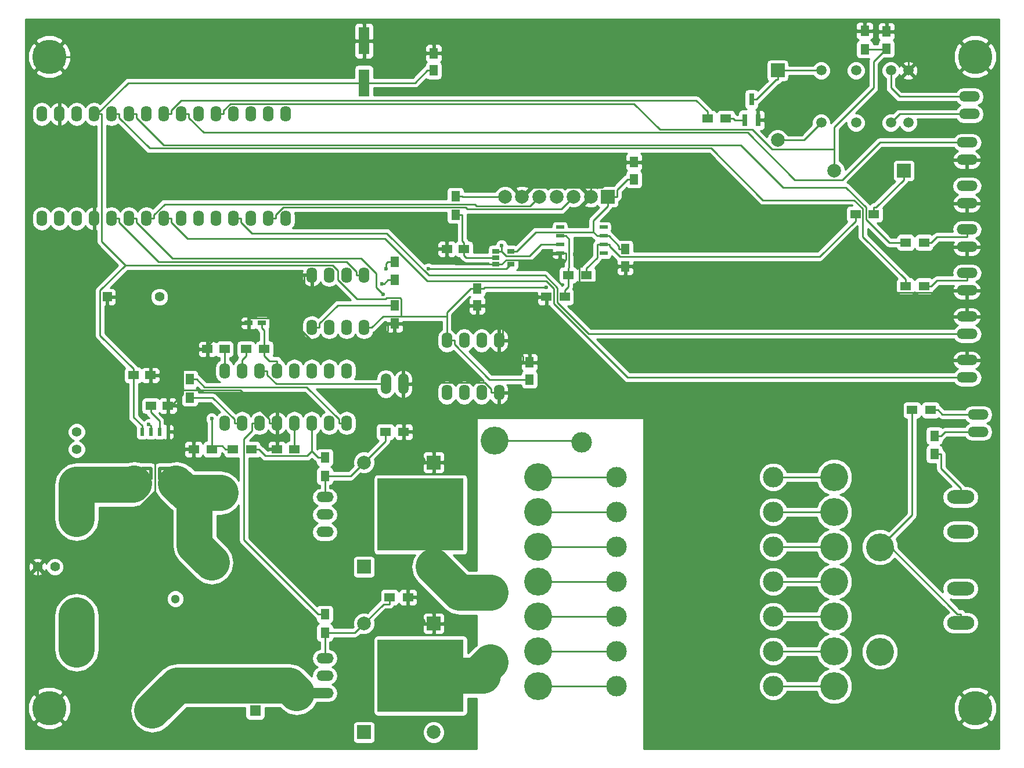
<source format=gtl>
G04 #@! TF.FileFunction,Copper,L1,Top,Signal*
%FSLAX46Y46*%
G04 Gerber Fmt 4.6, Leading zero omitted, Abs format (unit mm)*
G04 Created by KiCad (PCBNEW (after 2015-mar-04 BZR unknown)-product) date 9/22/2015 11:28:52 PM*
%MOMM*%
G01*
G04 APERTURE LIST*
%ADD10C,0.100000*%
%ADD11C,1.500000*%
%ADD12R,1.422400X1.422400*%
%ADD13C,1.422400*%
%ADD14R,1.500000X1.250000*%
%ADD15C,1.300000*%
%ADD16R,1.600000X1.600000*%
%ADD17C,1.600000*%
%ADD18R,1.200000X0.750000*%
%ADD19R,1.250000X1.500000*%
%ADD20R,1.600200X4.000500*%
%ADD21C,1.998980*%
%ADD22R,1.998980X1.998980*%
%ADD23O,3.962400X1.981200*%
%ADD24C,4.064000*%
%ADD25R,1.500000X1.300000*%
%ADD26R,1.300000X1.500000*%
%ADD27C,2.999740*%
%ADD28R,0.508000X1.143000*%
%ADD29R,2.000000X2.000000*%
%ADD30C,2.000000*%
%ADD31O,1.600000X2.300000*%
%ADD32O,3.014980X1.506220*%
%ADD33O,1.506220X3.014980*%
%ADD34C,5.000000*%
%ADD35R,0.800100X1.800860*%
%ADD36R,1.143000X0.508000*%
%ADD37R,1.060000X0.650000*%
%ADD38C,1.397000*%
%ADD39O,2.499360X1.501140*%
%ADD40R,12.500000X10.500000*%
%ADD41C,5.080000*%
%ADD42C,0.600000*%
%ADD43C,0.250000*%
%ADD44C,5.290000*%
%ADD45C,0.507800*%
%ADD46C,1.501000*%
%ADD47C,0.254000*%
G04 APERTURE END LIST*
D10*
D11*
X162560000Y-49530000D03*
X162560000Y-57150000D03*
X167640000Y-57150000D03*
X172720000Y-57150000D03*
X175260000Y-57150000D03*
X167640000Y-49530000D03*
X172720000Y-49530000D03*
X175260000Y-49530000D03*
D12*
X58420000Y-82550000D03*
D13*
X66040000Y-82550000D03*
D14*
X62250000Y-93980000D03*
X64750000Y-93980000D03*
X67290000Y-98425000D03*
X64790000Y-98425000D03*
D10*
G36*
X73660000Y-120365761D02*
X74579239Y-121285000D01*
X73660000Y-122204239D01*
X72740761Y-121285000D01*
X73660000Y-120365761D01*
X73660000Y-120365761D01*
G37*
D15*
X68356699Y-126588301D03*
D16*
X80010000Y-142875000D03*
D17*
X65010000Y-142875000D03*
D18*
X79060000Y-86360000D03*
X80960000Y-86360000D03*
D19*
X112395000Y-83800000D03*
X112395000Y-81300000D03*
X135255000Y-62885000D03*
X135255000Y-65385000D03*
X120015000Y-92095000D03*
X120015000Y-94595000D03*
D14*
X73045000Y-90170000D03*
X75545000Y-90170000D03*
X83205000Y-104775000D03*
X85705000Y-104775000D03*
D20*
X95885000Y-51310540D03*
X95885000Y-45209460D03*
D19*
X106045000Y-49510000D03*
X106045000Y-47010000D03*
D21*
X95885000Y-130177540D03*
D22*
X106045000Y-130177540D03*
D21*
X95885000Y-106682540D03*
D22*
X106045000Y-106682540D03*
D21*
X106045000Y-146047460D03*
D22*
X95885000Y-146047460D03*
D21*
X106045000Y-121917460D03*
D22*
X95885000Y-121917460D03*
D23*
X53975000Y-114935000D03*
X53975000Y-109935000D03*
X53975000Y-133985000D03*
X53975000Y-128985000D03*
X182880000Y-111760000D03*
X182880000Y-116760000D03*
X182880000Y-125095000D03*
X182880000Y-130095000D03*
D24*
X114300000Y-135890000D03*
X74930000Y-111125000D03*
X114300000Y-125730000D03*
X121282000Y-139308000D03*
X114935000Y-103505000D03*
X121282000Y-129148000D03*
X121282000Y-134228000D03*
X121282000Y-124068000D03*
X121282000Y-118988000D03*
X121282000Y-113908000D03*
X121282000Y-108828000D03*
X164462000Y-139308000D03*
X164462000Y-134228000D03*
X164462000Y-129148000D03*
X164462000Y-124068000D03*
X164462000Y-118988000D03*
X164462000Y-113908000D03*
X164462000Y-108828000D03*
X171132000Y-134302000D03*
X171132000Y-119062000D03*
D25*
X76755000Y-104775000D03*
X79455000Y-104775000D03*
X71040000Y-104775000D03*
X73740000Y-104775000D03*
D26*
X90170000Y-131525000D03*
X90170000Y-128825000D03*
X90170000Y-108665000D03*
X90170000Y-105965000D03*
D25*
X102315000Y-126365000D03*
X99615000Y-126365000D03*
X101680000Y-102235000D03*
X98980000Y-102235000D03*
X178515000Y-99060000D03*
X175815000Y-99060000D03*
D26*
X179070000Y-102790000D03*
X179070000Y-105490000D03*
X100330000Y-80090000D03*
X100330000Y-77390000D03*
X100330000Y-86440000D03*
X100330000Y-83740000D03*
D25*
X78660000Y-90170000D03*
X81360000Y-90170000D03*
D26*
X70485000Y-94535000D03*
X70485000Y-97235000D03*
D25*
X177562000Y-80962500D03*
X174862000Y-80962500D03*
X177562000Y-74612500D03*
X174862000Y-74612500D03*
D27*
X132712000Y-139308000D03*
X132712000Y-134228000D03*
X132712000Y-129148000D03*
X132712000Y-124068000D03*
X132712000Y-118988000D03*
X132712000Y-113908000D03*
X132712000Y-108828000D03*
X155572000Y-108828000D03*
X155572000Y-113908000D03*
X155572000Y-118988000D03*
X155572000Y-124068000D03*
X155572000Y-129148000D03*
X155572000Y-134228000D03*
X155572000Y-139308000D03*
X127632000Y-103748000D03*
D28*
X63500000Y-102235000D03*
X64770000Y-102235000D03*
X66040000Y-102235000D03*
X67310000Y-102235000D03*
X67310000Y-108585000D03*
X66040000Y-108585000D03*
X64770000Y-108585000D03*
X63500000Y-108585000D03*
D29*
X131445000Y-67945000D03*
D30*
X128952000Y-67945000D03*
X126452000Y-67945000D03*
X123952000Y-67945000D03*
X121452000Y-67945000D03*
X118952000Y-67945000D03*
X116452000Y-67945000D03*
D31*
X107950000Y-96520000D03*
X110490000Y-96520000D03*
X113030000Y-96520000D03*
X115570000Y-96520000D03*
X115570000Y-88900000D03*
X113030000Y-88900000D03*
X110490000Y-88900000D03*
X107950000Y-88900000D03*
X95885000Y-79375000D03*
X93345000Y-79375000D03*
X90805000Y-79375000D03*
X88265000Y-79375000D03*
X88265000Y-86995000D03*
X90805000Y-86995000D03*
X93345000Y-86995000D03*
X95885000Y-86995000D03*
X93345000Y-93345000D03*
X90805000Y-93345000D03*
X88265000Y-93345000D03*
X85725000Y-93345000D03*
X83185000Y-93345000D03*
X80645000Y-93345000D03*
X78105000Y-93345000D03*
X75565000Y-93345000D03*
X75565000Y-100965000D03*
X78105000Y-100965000D03*
X80645000Y-100965000D03*
X83185000Y-100965000D03*
X85725000Y-100965000D03*
X88265000Y-100965000D03*
X90805000Y-100965000D03*
X93345000Y-100965000D03*
X48895000Y-71120000D03*
X51435000Y-71120000D03*
X53975000Y-71120000D03*
X56515000Y-71120000D03*
X59055000Y-71120000D03*
X61595000Y-71120000D03*
X64135000Y-71120000D03*
X66675000Y-71120000D03*
X69215000Y-71120000D03*
X71755000Y-71120000D03*
X74295000Y-71120000D03*
X76835000Y-71120000D03*
X79375000Y-71120000D03*
X81915000Y-71120000D03*
X84455000Y-71120000D03*
X84455000Y-55880000D03*
X81915000Y-55880000D03*
X79375000Y-55880000D03*
X76835000Y-55880000D03*
X74295000Y-55880000D03*
X71755000Y-55880000D03*
X69215000Y-55880000D03*
X66675000Y-55880000D03*
X64135000Y-55880000D03*
X61595000Y-55880000D03*
X59055000Y-55880000D03*
X56515000Y-55880000D03*
X53975000Y-55880000D03*
X51435000Y-55880000D03*
X48895000Y-55880000D03*
D32*
X185420000Y-102235000D03*
X185420000Y-99695000D03*
X183832000Y-91757500D03*
X183832000Y-94297500D03*
X183832000Y-85407500D03*
X183832000Y-87947500D03*
X183832000Y-79057500D03*
X183832000Y-81597500D03*
X183832000Y-72707500D03*
X183832000Y-75247500D03*
X183832000Y-60007500D03*
X183832000Y-62547500D03*
X183832000Y-66357500D03*
X183832000Y-68897500D03*
D33*
X101600000Y-95250000D03*
X99060000Y-95250000D03*
D34*
X50000000Y-142500000D03*
X50000000Y-47500000D03*
X185000000Y-142500000D03*
X185000000Y-47500000D03*
D14*
X107970000Y-75565000D03*
X110470000Y-75565000D03*
D19*
X133985000Y-78085000D03*
X133985000Y-75585000D03*
D26*
X109220000Y-70565000D03*
X109220000Y-67865000D03*
D19*
X172085000Y-46335000D03*
X172085000Y-43835000D03*
D21*
X156212540Y-59690000D03*
D22*
X156212540Y-49530000D03*
D21*
X164465000Y-64137540D03*
D22*
X174625000Y-64137540D03*
D32*
X184150000Y-55880000D03*
X184150000Y-53340000D03*
D35*
X151450000Y-56746140D03*
X153350000Y-56746140D03*
X152400000Y-53743860D03*
D25*
X125175000Y-82550000D03*
X122475000Y-82550000D03*
X148670000Y-56515000D03*
X145970000Y-56515000D03*
X128350000Y-79375000D03*
X125650000Y-79375000D03*
X170260000Y-70485000D03*
X167560000Y-70485000D03*
D26*
X168910000Y-43735000D03*
X168910000Y-46435000D03*
D36*
X130810000Y-72390000D03*
X130810000Y-73660000D03*
X130810000Y-74930000D03*
X130810000Y-76200000D03*
X124460000Y-76200000D03*
X124460000Y-74930000D03*
X124460000Y-73660000D03*
X124460000Y-72390000D03*
D37*
X115105000Y-75885000D03*
X115105000Y-76835000D03*
X115105000Y-77785000D03*
X117305000Y-77785000D03*
X117305000Y-75885000D03*
D38*
X53975000Y-102235000D03*
X53975000Y-104775000D03*
X48260000Y-121920000D03*
X50800000Y-121920000D03*
D39*
X90170000Y-137795000D03*
X90170000Y-135255000D03*
X90170000Y-140335000D03*
D40*
X104134000Y-137795000D03*
D41*
X106920000Y-137795000D03*
D39*
X90170000Y-114300000D03*
X90170000Y-111760000D03*
X90170000Y-116840000D03*
D40*
X104134000Y-114300000D03*
D41*
X106920000Y-114300000D03*
D42*
X126636200Y-76341300D03*
X125070500Y-77364300D03*
X122484700Y-81137100D03*
X73673400Y-100326800D03*
X98468800Y-80622400D03*
X99094100Y-78459500D03*
X64499400Y-101146100D03*
X98687000Y-82200400D03*
X105257100Y-78437600D03*
X115960300Y-75037600D03*
D43*
X172085000Y-43835000D02*
X175240000Y-43835000D01*
X175260000Y-43855000D02*
X175260000Y-49530000D01*
X175240000Y-43835000D02*
X175260000Y-43855000D01*
X168910000Y-43735000D02*
X171985000Y-43735000D01*
X171985000Y-43735000D02*
X172085000Y-43835000D01*
X153350000Y-56746140D02*
X154073860Y-56746140D01*
X165180000Y-43735000D02*
X168910000Y-43735000D01*
X165100000Y-43815000D02*
X165180000Y-43735000D01*
X165100000Y-52705000D02*
X165100000Y-43815000D01*
X158115000Y-52705000D02*
X165100000Y-52705000D01*
X154073860Y-56746140D02*
X158115000Y-52705000D01*
X133985000Y-78085000D02*
X133034700Y-78085000D01*
X126636200Y-76341300D02*
X127274600Y-76979700D01*
X127274600Y-76979700D02*
X127274600Y-80230100D01*
X127274600Y-80230100D02*
X127394900Y-80350400D01*
X127394900Y-80350400D02*
X130769300Y-80350400D01*
X130769300Y-80350400D02*
X133034700Y-78085000D01*
X124460000Y-76200000D02*
X125356800Y-76200000D01*
X133985000Y-78085000D02*
X134935300Y-78085000D01*
X125070500Y-77364300D02*
X125356800Y-77078000D01*
X125356800Y-77078000D02*
X125356800Y-76200000D01*
X124460000Y-76200000D02*
X123563200Y-76200000D01*
X115105000Y-77785000D02*
X115960300Y-77785000D01*
X115960300Y-77785000D02*
X116610600Y-77134700D01*
X116610600Y-77134700D02*
X122628500Y-77134700D01*
X122628500Y-77134700D02*
X123563200Y-76200000D01*
X107970000Y-76515300D02*
X109239700Y-77785000D01*
X109239700Y-77785000D02*
X115105000Y-77785000D01*
X69454500Y-93980000D02*
X69454500Y-96159600D01*
X71969700Y-90170000D02*
X69454500Y-92685200D01*
X69454500Y-92685200D02*
X69454500Y-93980000D01*
X69454500Y-93980000D02*
X65825300Y-93980000D01*
X64750000Y-93980000D02*
X65825300Y-93980000D01*
X69454500Y-96159600D02*
X77816900Y-96159600D01*
X77816900Y-96159600D02*
X82059700Y-100402400D01*
X82059700Y-100402400D02*
X82059700Y-100965000D01*
X67290000Y-98900100D02*
X69454500Y-96735600D01*
X69454500Y-96735600D02*
X69454500Y-96159600D01*
X67290000Y-98900100D02*
X67290000Y-99375300D01*
X67290000Y-98425000D02*
X67290000Y-98900100D01*
X58420000Y-82550000D02*
X58420000Y-83586500D01*
X64750000Y-93980000D02*
X64750000Y-89916500D01*
X64750000Y-89916500D02*
X58420000Y-83586500D01*
X73045000Y-90170000D02*
X71969700Y-90170000D01*
X83185000Y-100965000D02*
X82059700Y-100965000D01*
X83185000Y-101423500D02*
X83185000Y-100965000D01*
X83185000Y-101423500D02*
X83185000Y-102440300D01*
X181999200Y-81597500D02*
X181639200Y-81957500D01*
X181639200Y-81957500D02*
X138807800Y-81957500D01*
X138807800Y-81957500D02*
X134935300Y-78085000D01*
X122475000Y-82550000D02*
X120170100Y-82550000D01*
X120170100Y-82550000D02*
X116132700Y-86587400D01*
X106045000Y-106682500D02*
X104720200Y-106682500D01*
X101680000Y-102235000D02*
X101680000Y-103210300D01*
X101680000Y-103210300D02*
X104720200Y-106250500D01*
X104720200Y-106250500D02*
X104720200Y-106682500D01*
X101600000Y-97082800D02*
X101680000Y-97162800D01*
X101680000Y-97162800D02*
X101680000Y-102235000D01*
X84735500Y-85411000D02*
X84486800Y-85659700D01*
X84486800Y-85659700D02*
X79060000Y-85659700D01*
X87139700Y-79375000D02*
X87139700Y-83006800D01*
X87139700Y-83006800D02*
X84735500Y-85411000D01*
X84735500Y-85411000D02*
X88290300Y-88965800D01*
X88290300Y-88965800D02*
X97906300Y-88965800D01*
X67310000Y-102235000D02*
X67310000Y-101338200D01*
X67310000Y-101338200D02*
X67290000Y-101318200D01*
X67290000Y-101318200D02*
X67290000Y-99375300D01*
X67310000Y-104775000D02*
X67310000Y-102235000D01*
X116132700Y-86587400D02*
X113345300Y-83800000D01*
X116132700Y-88900000D02*
X116132700Y-86587400D01*
X112395000Y-83800000D02*
X113345300Y-83800000D01*
X116132700Y-88900000D02*
X116695300Y-88900000D01*
X115570000Y-88900000D02*
X116132700Y-88900000D01*
X101600000Y-95250000D02*
X102678400Y-95250000D01*
X115570000Y-96520000D02*
X114444700Y-96520000D01*
X114444700Y-96520000D02*
X114444700Y-95945200D01*
X114444700Y-95945200D02*
X113526400Y-95026900D01*
X113526400Y-95026900D02*
X102901500Y-95026900D01*
X102901500Y-95026900D02*
X102678400Y-95250000D01*
X101600000Y-95250000D02*
X101600000Y-97082800D01*
X97906300Y-88965800D02*
X101600000Y-92659500D01*
X101600000Y-92659500D02*
X101600000Y-95250000D01*
X95885000Y-45209500D02*
X94759600Y-45209500D01*
X50000000Y-47500000D02*
X92469100Y-47500000D01*
X92469100Y-47500000D02*
X94759600Y-45209500D01*
X83185000Y-102440300D02*
X83185000Y-103804700D01*
X83185000Y-103804700D02*
X83205000Y-103824700D01*
X48260000Y-121920000D02*
X50132400Y-120047600D01*
X50132400Y-120047600D02*
X56244800Y-120047600D01*
X56244800Y-120047600D02*
X65405000Y-110887400D01*
X65405000Y-110887400D02*
X65405000Y-106680000D01*
X65405000Y-106680000D02*
X67310000Y-104775000D01*
X67310000Y-104775000D02*
X71040000Y-104775000D01*
X48260000Y-121920000D02*
X48260000Y-140760000D01*
X48260000Y-140760000D02*
X50000000Y-142500000D01*
X183542600Y-81597500D02*
X183832000Y-81597500D01*
X183542600Y-81597500D02*
X181999200Y-81597500D01*
X120015000Y-92095000D02*
X119064700Y-92095000D01*
X119064700Y-92095000D02*
X119064700Y-91269400D01*
X119064700Y-91269400D02*
X116695300Y-88900000D01*
X97906300Y-88965800D02*
X99354700Y-87517400D01*
X99354700Y-87517400D02*
X99354700Y-86440000D01*
X107970000Y-75565000D02*
X107970000Y-76515300D01*
X100330000Y-86440000D02*
X99354700Y-86440000D01*
X83205000Y-104775000D02*
X83205000Y-103824700D01*
X79060000Y-86360000D02*
X79060000Y-85659700D01*
X73045000Y-89694800D02*
X76379800Y-86360000D01*
X76379800Y-86360000D02*
X79060000Y-86360000D01*
X88265000Y-79375000D02*
X87139700Y-79375000D01*
X135255000Y-62885000D02*
X134304700Y-62885000D01*
X128952000Y-66572900D02*
X120324100Y-66572900D01*
X120324100Y-66572900D02*
X118952000Y-67945000D01*
X134304700Y-62885000D02*
X130616800Y-66572900D01*
X130616800Y-66572900D02*
X128952000Y-66572900D01*
X128952000Y-66572900D02*
X128952000Y-67945000D01*
X73045000Y-90170000D02*
X73045000Y-89694800D01*
X105094700Y-47010000D02*
X103294200Y-45209500D01*
X103294200Y-45209500D02*
X95885000Y-45209500D01*
X106045000Y-47010000D02*
X105094700Y-47010000D01*
X106045000Y-130177500D02*
X104720200Y-130177500D01*
X102315000Y-126365000D02*
X102315000Y-127340300D01*
X102315000Y-127340300D02*
X104720200Y-129745500D01*
X104720200Y-129745500D02*
X104720200Y-130177500D01*
X112395000Y-81300000D02*
X113345300Y-81300000D01*
X122484700Y-81137100D02*
X113508200Y-81137100D01*
X113508200Y-81137100D02*
X113345300Y-81300000D01*
X106045000Y-49510000D02*
X105094700Y-49510000D01*
X95885000Y-51310500D02*
X103294200Y-51310500D01*
X103294200Y-51310500D02*
X105094700Y-49510000D01*
X56973500Y-55880000D02*
X61543000Y-51310500D01*
X61543000Y-51310500D02*
X95885000Y-51310500D01*
X134779900Y-65385000D02*
X135255000Y-65385000D01*
X134779900Y-65385000D02*
X134304700Y-65385000D01*
X61091700Y-77897500D02*
X91304500Y-77897500D01*
X91304500Y-77897500D02*
X92075000Y-78668000D01*
X92075000Y-78668000D02*
X92075000Y-80061400D01*
X92075000Y-80061400D02*
X94885100Y-82871500D01*
X94885100Y-82871500D02*
X98991900Y-82871500D01*
X98991900Y-82871500D02*
X99198700Y-82664700D01*
X99198700Y-82664700D02*
X101150500Y-82664700D01*
X101150500Y-82664700D02*
X101319200Y-82833400D01*
X101319200Y-82833400D02*
X101319200Y-85364600D01*
X129333900Y-73080700D02*
X129913200Y-73660000D01*
X118160300Y-75885000D02*
X120964600Y-73080700D01*
X120964600Y-73080700D02*
X129333900Y-73080700D01*
X131445000Y-69270300D02*
X129333900Y-71381400D01*
X129333900Y-71381400D02*
X129333900Y-73080700D01*
X131445000Y-67945000D02*
X131445000Y-69270300D01*
X131463300Y-67945000D02*
X131445000Y-67945000D01*
X130810000Y-73660000D02*
X129913200Y-73660000D01*
X117305000Y-75885000D02*
X118160300Y-75885000D01*
X56973500Y-55880000D02*
X57640300Y-55880000D01*
X56515000Y-55880000D02*
X56973500Y-55880000D01*
X61091700Y-77897500D02*
X57383400Y-81605800D01*
X57383400Y-81605800D02*
X57383400Y-88163100D01*
X57383400Y-88163100D02*
X62250000Y-93029700D01*
X57640300Y-55880000D02*
X57640300Y-74446100D01*
X57640300Y-74446100D02*
X61091700Y-77897500D01*
X101319200Y-85364600D02*
X107950000Y-85364600D01*
X97010300Y-86995000D02*
X98640700Y-85364600D01*
X98640700Y-85364600D02*
X101319200Y-85364600D01*
X62250000Y-93980000D02*
X62250000Y-93029700D01*
X95885000Y-86995000D02*
X97010300Y-86995000D01*
X107950000Y-85364600D02*
X107950000Y-84794700D01*
X107950000Y-84794700D02*
X111444700Y-81300000D01*
X107950000Y-88900000D02*
X107950000Y-85364600D01*
X112395000Y-81300000D02*
X111444700Y-81300000D01*
X108408500Y-88900000D02*
X107950000Y-88900000D01*
X108408500Y-88900000D02*
X109075300Y-88900000D01*
X131463300Y-67945000D02*
X132770300Y-67945000D01*
X63500000Y-101338200D02*
X62250000Y-100088200D01*
X62250000Y-100088200D02*
X62250000Y-93980000D01*
X162560000Y-57150000D02*
X160020000Y-59690000D01*
X160020000Y-59690000D02*
X156212500Y-59690000D01*
X120015000Y-94595000D02*
X119064700Y-94595000D01*
X119064700Y-94595000D02*
X114207700Y-94595000D01*
X114207700Y-94595000D02*
X109075300Y-89462600D01*
X109075300Y-89462600D02*
X109075300Y-88900000D01*
X132770300Y-67945000D02*
X132770300Y-66919400D01*
X132770300Y-66919400D02*
X134304700Y-65385000D01*
X63500000Y-102235000D02*
X63500000Y-101338200D01*
X133985000Y-75585000D02*
X133034700Y-75585000D01*
X131594200Y-73660000D02*
X133034700Y-75100500D01*
X133034700Y-75100500D02*
X133034700Y-75585000D01*
X130810000Y-73660000D02*
X131594200Y-73660000D01*
X64790000Y-99375300D02*
X66040000Y-100625300D01*
X66040000Y-100625300D02*
X66040000Y-102235000D01*
X64790000Y-98425000D02*
X64790000Y-99375300D01*
D44*
X71188500Y-111125000D02*
X69850000Y-111125000D01*
X69850000Y-111125000D02*
X68464800Y-109739800D01*
X74930000Y-111125000D02*
X71188500Y-111125000D01*
X71188500Y-111125000D02*
X71188500Y-118813400D01*
X73660000Y-121285000D02*
X71188500Y-118813400D01*
D45*
X67310000Y-108585000D02*
X67310000Y-109610700D01*
X68464800Y-109739800D02*
X68335700Y-109610700D01*
X68335700Y-109610700D02*
X67310000Y-109610700D01*
X66040000Y-108585000D02*
X66040000Y-107559300D01*
X67310000Y-108585000D02*
X67310000Y-107559300D01*
X67310000Y-107559300D02*
X66040000Y-107559300D01*
D43*
X81360000Y-90170000D02*
X81360000Y-91145300D01*
X83185000Y-93345000D02*
X83185000Y-91869700D01*
X83185000Y-91869700D02*
X82084400Y-91869700D01*
X82084400Y-91869700D02*
X81360000Y-91145300D01*
X80960000Y-86360000D02*
X80960000Y-87060300D01*
X81360000Y-90170000D02*
X81360000Y-87460300D01*
X81360000Y-87460300D02*
X80960000Y-87060300D01*
X75565000Y-93345000D02*
X75565000Y-91869700D01*
X75565000Y-91869700D02*
X75545000Y-91849700D01*
X75545000Y-91849700D02*
X75545000Y-90170000D01*
X85705000Y-104775000D02*
X85705000Y-103824700D01*
X85725000Y-100965000D02*
X85725000Y-103804700D01*
X85725000Y-103804700D02*
X85705000Y-103824700D01*
X99615000Y-126365000D02*
X99615000Y-127340300D01*
X95885000Y-130177500D02*
X98722200Y-127340300D01*
X98722200Y-127340300D02*
X99615000Y-127340300D01*
X90170000Y-131525000D02*
X94537500Y-131525000D01*
X94537500Y-131525000D02*
X95885000Y-130177500D01*
X90170000Y-135255000D02*
X90170000Y-131525000D01*
X90170000Y-108665000D02*
X93902500Y-108665000D01*
X93902500Y-108665000D02*
X95885000Y-106682500D01*
X90170000Y-111760000D02*
X90170000Y-108665000D01*
X98980000Y-102235000D02*
X98980000Y-103587500D01*
X98980000Y-103587500D02*
X95885000Y-106682500D01*
D44*
X106934000Y-137795000D02*
X113229300Y-137795000D01*
X114300000Y-135890000D02*
X113229300Y-136960700D01*
X113229300Y-136960700D02*
X113229300Y-137795000D01*
X106920000Y-137795000D02*
X106934000Y-137795000D01*
X114300000Y-125730000D02*
X109857500Y-125730000D01*
X109857500Y-125730000D02*
X106045000Y-121917500D01*
X106920000Y-114300000D02*
X106934000Y-114300000D01*
D43*
X179070000Y-102790000D02*
X180045300Y-102790000D01*
X185420000Y-102235000D02*
X180600300Y-102235000D01*
X180600300Y-102235000D02*
X180045300Y-102790000D01*
X182880000Y-111760000D02*
X182880000Y-110444100D01*
X179070000Y-105490000D02*
X180045300Y-105490000D01*
X180045300Y-105490000D02*
X180045300Y-107609400D01*
X180045300Y-107609400D02*
X182880000Y-110444100D01*
X182880000Y-130095000D02*
X182880000Y-128779100D01*
X171927500Y-118266500D02*
X182440100Y-128779100D01*
X182440100Y-128779100D02*
X182880000Y-128779100D01*
X171927500Y-118266500D02*
X171132000Y-119062000D01*
X175815000Y-99060000D02*
X175815000Y-114379000D01*
X175815000Y-114379000D02*
X171927500Y-118266500D01*
X177562000Y-80962500D02*
X178637300Y-80962500D01*
X183832000Y-79057500D02*
X183832000Y-80135900D01*
X183832000Y-80135900D02*
X179463900Y-80135900D01*
X179463900Y-80135900D02*
X178637300Y-80962500D01*
X177562000Y-74612500D02*
X178637300Y-74612500D01*
X183832000Y-72707500D02*
X183832000Y-73785900D01*
X183832000Y-73785900D02*
X179463900Y-73785900D01*
X179463900Y-73785900D02*
X178637300Y-74612500D01*
X69215000Y-55880000D02*
X70340300Y-55880000D01*
X183832000Y-60007500D02*
X171121800Y-60007500D01*
X171121800Y-60007500D02*
X165659100Y-65470200D01*
X165659100Y-65470200D02*
X158733000Y-65470200D01*
X158733000Y-65470200D02*
X151839900Y-58577100D01*
X151839900Y-58577100D02*
X72474700Y-58577100D01*
X72474700Y-58577100D02*
X70340300Y-56442700D01*
X70340300Y-56442700D02*
X70340300Y-55880000D01*
X132712000Y-139308000D02*
X121282000Y-139308000D01*
X127632000Y-103748000D02*
X127389000Y-103505000D01*
X127389000Y-103505000D02*
X114935000Y-103505000D01*
X132712000Y-129148000D02*
X121282000Y-129148000D01*
X132712000Y-134228000D02*
X121282000Y-134228000D01*
X132712000Y-124068000D02*
X121282000Y-124068000D01*
X132712000Y-118988000D02*
X121282000Y-118988000D01*
X132712000Y-113908000D02*
X121282000Y-113908000D01*
X132712000Y-108828000D02*
X121282000Y-108828000D01*
X155572000Y-139308000D02*
X164462000Y-139308000D01*
X155572000Y-134228000D02*
X164462000Y-134228000D01*
X155572000Y-129148000D02*
X164462000Y-129148000D01*
X155572000Y-124068000D02*
X164462000Y-124068000D01*
X155572000Y-118988000D02*
X164462000Y-118988000D01*
X155572000Y-113908000D02*
X164462000Y-113908000D01*
X155572000Y-108828000D02*
X164462000Y-108828000D01*
X73673400Y-100326800D02*
X73673400Y-104220700D01*
X73673400Y-104220700D02*
X73740000Y-104287300D01*
X76755000Y-104775000D02*
X75679700Y-104775000D01*
X73740000Y-104287300D02*
X75192000Y-104287300D01*
X75192000Y-104287300D02*
X75679700Y-104775000D01*
X73740000Y-104775000D02*
X73740000Y-104287300D01*
X88265000Y-105035300D02*
X89194700Y-105965000D01*
X88265000Y-100965000D02*
X88265000Y-105035300D01*
X88265000Y-105035300D02*
X87562100Y-105738200D01*
X87562100Y-105738200D02*
X81493500Y-105738200D01*
X81493500Y-105738200D02*
X80530300Y-104775000D01*
X79455000Y-104775000D02*
X80530300Y-104775000D01*
X90170000Y-105965000D02*
X89194700Y-105965000D01*
X90170000Y-128825000D02*
X89194700Y-128825000D01*
X80645000Y-100965000D02*
X79519700Y-100965000D01*
X79519700Y-100965000D02*
X79519700Y-102090300D01*
X79519700Y-102090300D02*
X78379600Y-103230400D01*
X78379600Y-103230400D02*
X78379600Y-118009900D01*
X78379600Y-118009900D02*
X89194700Y-128825000D01*
X178515000Y-99060000D02*
X179590300Y-99060000D01*
X185420000Y-99695000D02*
X180225300Y-99695000D01*
X180225300Y-99695000D02*
X179590300Y-99060000D01*
X100330000Y-80090000D02*
X99354700Y-80090000D01*
X98468800Y-80622400D02*
X98822300Y-80622400D01*
X98822300Y-80622400D02*
X99354700Y-80090000D01*
X70485000Y-94535000D02*
X71460300Y-94535000D01*
X93345000Y-100965000D02*
X92219700Y-100965000D01*
X92219700Y-100965000D02*
X92219700Y-100402400D01*
X92219700Y-100402400D02*
X87526500Y-95709200D01*
X87526500Y-95709200D02*
X72634500Y-95709200D01*
X72634500Y-95709200D02*
X71460300Y-94535000D01*
X99354700Y-77390000D02*
X99094100Y-77650600D01*
X99094100Y-77650600D02*
X99094100Y-78459500D01*
X100330000Y-77390000D02*
X99354700Y-77390000D01*
X88265000Y-86995000D02*
X89390300Y-86995000D01*
X89390300Y-86995000D02*
X89390300Y-86432300D01*
X89390300Y-86432300D02*
X92082600Y-83740000D01*
X92082600Y-83740000D02*
X100330000Y-83740000D01*
X78660000Y-90170000D02*
X78660000Y-91145300D01*
X78105000Y-93345000D02*
X78105000Y-91700300D01*
X78105000Y-91700300D02*
X78660000Y-91145300D01*
X78105000Y-100965000D02*
X76979700Y-100965000D01*
X76979700Y-100965000D02*
X76979700Y-100402400D01*
X76979700Y-100402400D02*
X73812300Y-97235000D01*
X73812300Y-97235000D02*
X70485000Y-97235000D01*
X174862000Y-80962500D02*
X174862000Y-79987200D01*
X59055000Y-55880000D02*
X60180300Y-55880000D01*
X60180300Y-55880000D02*
X60180300Y-56442700D01*
X60180300Y-56442700D02*
X64606500Y-60868900D01*
X64606500Y-60868900D02*
X146546900Y-60868900D01*
X146546900Y-60868900D02*
X154089500Y-68411500D01*
X154089500Y-68411500D02*
X167376200Y-68411500D01*
X167376200Y-68411500D02*
X168635400Y-69670700D01*
X168635400Y-69670700D02*
X168635400Y-73760600D01*
X168635400Y-73760600D02*
X174862000Y-79987200D01*
X174862000Y-74612500D02*
X172485900Y-74612500D01*
X172485900Y-74612500D02*
X169102400Y-71229000D01*
X169102400Y-71229000D02*
X169102400Y-69500800D01*
X169102400Y-69500800D02*
X166194700Y-66593100D01*
X166194700Y-66593100D02*
X157023200Y-66593100D01*
X157023200Y-66593100D02*
X150848600Y-60418500D01*
X150848600Y-60418500D02*
X66696200Y-60418500D01*
X66696200Y-60418500D02*
X62720300Y-56442600D01*
X62720300Y-56442600D02*
X62720300Y-55880000D01*
X61595000Y-55880000D02*
X62720300Y-55880000D01*
X64770000Y-102235000D02*
X64770000Y-101338200D01*
X64770000Y-101338200D02*
X64691500Y-101338200D01*
X64691500Y-101338200D02*
X64499400Y-101146100D01*
X81915000Y-71120000D02*
X83040300Y-71120000D01*
X83040300Y-71120000D02*
X83040300Y-70557300D01*
X83040300Y-70557300D02*
X84108000Y-69489600D01*
X84108000Y-69489600D02*
X110663400Y-69489600D01*
X110663400Y-69489600D02*
X110936700Y-69762900D01*
X110936700Y-69762900D02*
X124634100Y-69762900D01*
X124634100Y-69762900D02*
X126452000Y-67945000D01*
X121452000Y-67945000D02*
X120100800Y-69296200D01*
X120100800Y-69296200D02*
X112318500Y-69296200D01*
X112318500Y-69296200D02*
X112037100Y-69014800D01*
X112037100Y-69014800D02*
X66802800Y-69014800D01*
X66802800Y-69014800D02*
X65260300Y-70557300D01*
X65260300Y-70557300D02*
X65260300Y-71120000D01*
X64135000Y-71120000D02*
X65260300Y-71120000D01*
X62720300Y-71120000D02*
X62720300Y-71682700D01*
X62720300Y-71682700D02*
X67983000Y-76945400D01*
X67983000Y-76945400D02*
X95423600Y-76945400D01*
X95423600Y-76945400D02*
X97629700Y-79151500D01*
X97629700Y-79151500D02*
X97629700Y-81143100D01*
X97629700Y-81143100D02*
X98687000Y-82200400D01*
X61595000Y-71120000D02*
X62720300Y-71120000D01*
X80645000Y-93345000D02*
X81770300Y-93345000D01*
X99060000Y-95250000D02*
X97981600Y-95250000D01*
X97981600Y-95250000D02*
X83112600Y-95250000D01*
X83112600Y-95250000D02*
X81770300Y-93907700D01*
X81770300Y-93907700D02*
X81770300Y-93345000D01*
X94759700Y-79375000D02*
X94759700Y-78848100D01*
X94759700Y-78848100D02*
X93307300Y-77395700D01*
X93307300Y-77395700D02*
X65893400Y-77395700D01*
X65893400Y-77395700D02*
X60180300Y-71682600D01*
X60180300Y-71682600D02*
X60180300Y-71120000D01*
X95885000Y-79375000D02*
X94759700Y-79375000D01*
X59055000Y-71120000D02*
X60180300Y-71120000D01*
X183832000Y-94297500D02*
X134340200Y-94297500D01*
X134340200Y-94297500D02*
X123587600Y-83544900D01*
X123587600Y-83544900D02*
X123587600Y-81355600D01*
X123587600Y-81355600D02*
X122456600Y-80224600D01*
X122456600Y-80224600D02*
X105144900Y-80224600D01*
X105144900Y-80224600D02*
X98952900Y-74032600D01*
X98952900Y-74032600D02*
X70150200Y-74032600D01*
X70150200Y-74032600D02*
X67800300Y-71682700D01*
X67800300Y-71682700D02*
X67800300Y-71120000D01*
X66675000Y-71120000D02*
X67800300Y-71120000D01*
X183832000Y-87947500D02*
X128652000Y-87947500D01*
X128652000Y-87947500D02*
X124075000Y-83370500D01*
X124075000Y-83370500D02*
X124075000Y-81206100D01*
X124075000Y-81206100D02*
X122269200Y-79400300D01*
X122269200Y-79400300D02*
X105335300Y-79400300D01*
X105335300Y-79400300D02*
X99183100Y-73248100D01*
X99183100Y-73248100D02*
X79525700Y-73248100D01*
X79525700Y-73248100D02*
X77960300Y-71682700D01*
X77960300Y-71682700D02*
X77960300Y-71120000D01*
X76835000Y-71120000D02*
X77960300Y-71120000D01*
X110470000Y-75565000D02*
X110470000Y-76515300D01*
X115105000Y-76835000D02*
X110789700Y-76835000D01*
X110789700Y-76835000D02*
X110470000Y-76515300D01*
X110470000Y-75565000D02*
X110470000Y-74614700D01*
X109220000Y-70565000D02*
X110195300Y-70565000D01*
X110195300Y-70565000D02*
X110195300Y-74340000D01*
X110195300Y-74340000D02*
X110470000Y-74614700D01*
X117305000Y-77785000D02*
X116652400Y-78437600D01*
X116652400Y-78437600D02*
X105257100Y-78437600D01*
X168910000Y-46435000D02*
X171985000Y-46435000D01*
X171985000Y-46435000D02*
X172085000Y-46335000D01*
X164465000Y-61028200D02*
X164465000Y-57785000D01*
X170180000Y-48240000D02*
X172085000Y-46335000D01*
X170180000Y-52070000D02*
X170180000Y-48240000D01*
X164465000Y-57785000D02*
X170180000Y-52070000D01*
X164465000Y-61028200D02*
X164465000Y-64137500D01*
X75420300Y-55880000D02*
X75420300Y-55317400D01*
X75420300Y-55317400D02*
X76379200Y-54358500D01*
X76379200Y-54358500D02*
X135254500Y-54358500D01*
X135254500Y-54358500D02*
X139022700Y-58126700D01*
X139022700Y-58126700D02*
X152494000Y-58126700D01*
X152494000Y-58126700D02*
X155395500Y-61028200D01*
X155395500Y-61028200D02*
X164465000Y-61028200D01*
X74295000Y-55880000D02*
X75420300Y-55880000D01*
X156212540Y-49530000D02*
X162560000Y-49530000D01*
X156212500Y-50192400D02*
X156212500Y-50854800D01*
X156212500Y-49530000D02*
X156212500Y-50192400D01*
X152400000Y-53743900D02*
X153125400Y-53743900D01*
X153125400Y-53743900D02*
X156014500Y-50854800D01*
X156014500Y-50854800D02*
X156212500Y-50854800D01*
X170260000Y-70485000D02*
X170260000Y-69509700D01*
X174625000Y-64137500D02*
X174625000Y-65462300D01*
X170260000Y-69509700D02*
X170577600Y-69509700D01*
X170577600Y-69509700D02*
X174625000Y-65462300D01*
X184150000Y-55880000D02*
X173990000Y-55880000D01*
X173990000Y-55880000D02*
X172720000Y-57150000D01*
X172720000Y-49530000D02*
X172720000Y-52070000D01*
X173990000Y-53340000D02*
X184150000Y-53340000D01*
X172720000Y-52070000D02*
X173990000Y-53340000D01*
X148670000Y-56515000D02*
X149745300Y-56515000D01*
X151450000Y-56746100D02*
X149976400Y-56746100D01*
X149976400Y-56746100D02*
X149745300Y-56515000D01*
X124460000Y-74930000D02*
X121678400Y-74930000D01*
X121678400Y-74930000D02*
X120047300Y-76561100D01*
X120047300Y-76561100D02*
X116636400Y-76561100D01*
X116636400Y-76561100D02*
X115960300Y-75885000D01*
X115960300Y-75037600D02*
X115960300Y-75885000D01*
X115105000Y-75885000D02*
X115960300Y-75885000D01*
X109220000Y-67865000D02*
X110195300Y-67865000D01*
X116452000Y-67945000D02*
X110275300Y-67945000D01*
X110275300Y-67945000D02*
X110195300Y-67865000D01*
X125650000Y-79375000D02*
X125650000Y-78399700D01*
X124460000Y-73660000D02*
X125356800Y-73660000D01*
X125356800Y-73660000D02*
X125809900Y-74113100D01*
X125809900Y-74113100D02*
X125809900Y-78239800D01*
X125809900Y-78239800D02*
X125650000Y-78399700D01*
X125175000Y-82550000D02*
X125175000Y-81574700D01*
X125650000Y-79375000D02*
X125650000Y-81099700D01*
X125650000Y-81099700D02*
X125175000Y-81574700D01*
X145970000Y-55539700D02*
X144338400Y-53908100D01*
X144338400Y-53908100D02*
X69227700Y-53908100D01*
X69227700Y-53908100D02*
X67800300Y-55335500D01*
X67800300Y-55335500D02*
X67800300Y-55880000D01*
X145970000Y-56515000D02*
X145970000Y-55539700D01*
X66675000Y-55880000D02*
X67800300Y-55880000D01*
X130810000Y-74930000D02*
X131706800Y-74930000D01*
X167560000Y-70485000D02*
X167560000Y-71460300D01*
X167560000Y-71460300D02*
X162359900Y-76660400D01*
X162359900Y-76660400D02*
X133206400Y-76660400D01*
X133206400Y-76660400D02*
X131706800Y-75160800D01*
X131706800Y-75160800D02*
X131706800Y-74930000D01*
X128350000Y-79375000D02*
X128350000Y-78399700D01*
X130810000Y-74930000D02*
X129913200Y-74930000D01*
X129913200Y-74930000D02*
X129913200Y-76836500D01*
X129913200Y-76836500D02*
X128350000Y-78399700D01*
D44*
X86074700Y-140335000D02*
X84953300Y-139213600D01*
X84953300Y-139213600D02*
X68671400Y-139213600D01*
X68671400Y-139213600D02*
X65010000Y-142875000D01*
D46*
X86074700Y-140335000D02*
X90170000Y-140335000D01*
D44*
X53975000Y-128985000D02*
X53975000Y-130149100D01*
X53975000Y-133985000D02*
X53975000Y-130149100D01*
X53975000Y-109935000D02*
X62150000Y-109935000D01*
X62150000Y-109935000D02*
X62345200Y-109739800D01*
D45*
X63500000Y-108585000D02*
X63500000Y-109610700D01*
X62345200Y-109739800D02*
X62474300Y-109610700D01*
X62474300Y-109610700D02*
X63500000Y-109610700D01*
D44*
X53975000Y-109935000D02*
X53975000Y-111099100D01*
X53975000Y-114935000D02*
X53975000Y-111099100D01*
D45*
X63500000Y-108585000D02*
X63500000Y-107559300D01*
X64770000Y-108585000D02*
X64770000Y-107559300D01*
X64770000Y-107559300D02*
X63500000Y-107559300D01*
D47*
G36*
X90100537Y-99358039D02*
X89790302Y-99565332D01*
X89535000Y-99947417D01*
X89279698Y-99565332D01*
X88814151Y-99254263D01*
X88265000Y-99145030D01*
X87715849Y-99254263D01*
X87250302Y-99565332D01*
X86995000Y-99947417D01*
X86739698Y-99565332D01*
X86274151Y-99254263D01*
X85725000Y-99145030D01*
X85175849Y-99254263D01*
X84710302Y-99565332D01*
X84457850Y-99943151D01*
X84109896Y-99510500D01*
X83616819Y-99240633D01*
X83534039Y-99223096D01*
X83312000Y-99345085D01*
X83312000Y-100838000D01*
X83332000Y-100838000D01*
X83332000Y-101092000D01*
X83312000Y-101092000D01*
X83312000Y-102584915D01*
X83534039Y-102706904D01*
X83616819Y-102689367D01*
X84109896Y-102419500D01*
X84457850Y-101986848D01*
X84710302Y-102364668D01*
X84965000Y-102534852D01*
X84965000Y-103502560D01*
X84955000Y-103502560D01*
X84712877Y-103549537D01*
X84500073Y-103689327D01*
X84456662Y-103753637D01*
X84314698Y-103611673D01*
X84081309Y-103515000D01*
X83490750Y-103515000D01*
X83332000Y-103673750D01*
X83332000Y-104648000D01*
X83352000Y-104648000D01*
X83352000Y-104902000D01*
X83332000Y-104902000D01*
X83332000Y-104922000D01*
X83078000Y-104922000D01*
X83078000Y-104902000D01*
X83078000Y-104648000D01*
X83078000Y-103673750D01*
X82919250Y-103515000D01*
X82328691Y-103515000D01*
X82095302Y-103611673D01*
X81916673Y-103790301D01*
X81820000Y-104023690D01*
X81820000Y-104276309D01*
X81820000Y-104489250D01*
X81978750Y-104648000D01*
X83078000Y-104648000D01*
X83078000Y-104902000D01*
X81978750Y-104902000D01*
X81902550Y-104978200D01*
X81808302Y-104978200D01*
X81067701Y-104237599D01*
X80845477Y-104089114D01*
X80805463Y-103882877D01*
X80665673Y-103670073D01*
X80454640Y-103527623D01*
X80205000Y-103477560D01*
X79207242Y-103477560D01*
X80043825Y-102640976D01*
X80095849Y-102675737D01*
X80645000Y-102784970D01*
X81194151Y-102675737D01*
X81659698Y-102364668D01*
X81912149Y-101986848D01*
X82260104Y-102419500D01*
X82753181Y-102689367D01*
X82835961Y-102706904D01*
X83058000Y-102584915D01*
X83058000Y-101092000D01*
X83038000Y-101092000D01*
X83038000Y-100838000D01*
X83058000Y-100838000D01*
X83058000Y-99345085D01*
X82835961Y-99223096D01*
X82753181Y-99240633D01*
X82260104Y-99510500D01*
X81912149Y-99943151D01*
X81659698Y-99565332D01*
X81194151Y-99254263D01*
X80645000Y-99145030D01*
X80095849Y-99254263D01*
X79630302Y-99565332D01*
X79375000Y-99947417D01*
X79119698Y-99565332D01*
X78654151Y-99254263D01*
X78105000Y-99145030D01*
X77555849Y-99254263D01*
X77166512Y-99514410D01*
X74349701Y-96697599D01*
X74103139Y-96532852D01*
X73812300Y-96475000D01*
X71780499Y-96475000D01*
X71735463Y-96242877D01*
X71595673Y-96030073D01*
X71384640Y-95887623D01*
X71375469Y-95885783D01*
X71377123Y-95885463D01*
X71589927Y-95745673D01*
X71592443Y-95741945D01*
X72097099Y-96246601D01*
X72343661Y-96411348D01*
X72634500Y-96469200D01*
X87211698Y-96469200D01*
X90100537Y-99358039D01*
X90100537Y-99358039D01*
G37*
X90100537Y-99358039D02*
X89790302Y-99565332D01*
X89535000Y-99947417D01*
X89279698Y-99565332D01*
X88814151Y-99254263D01*
X88265000Y-99145030D01*
X87715849Y-99254263D01*
X87250302Y-99565332D01*
X86995000Y-99947417D01*
X86739698Y-99565332D01*
X86274151Y-99254263D01*
X85725000Y-99145030D01*
X85175849Y-99254263D01*
X84710302Y-99565332D01*
X84457850Y-99943151D01*
X84109896Y-99510500D01*
X83616819Y-99240633D01*
X83534039Y-99223096D01*
X83312000Y-99345085D01*
X83312000Y-100838000D01*
X83332000Y-100838000D01*
X83332000Y-101092000D01*
X83312000Y-101092000D01*
X83312000Y-102584915D01*
X83534039Y-102706904D01*
X83616819Y-102689367D01*
X84109896Y-102419500D01*
X84457850Y-101986848D01*
X84710302Y-102364668D01*
X84965000Y-102534852D01*
X84965000Y-103502560D01*
X84955000Y-103502560D01*
X84712877Y-103549537D01*
X84500073Y-103689327D01*
X84456662Y-103753637D01*
X84314698Y-103611673D01*
X84081309Y-103515000D01*
X83490750Y-103515000D01*
X83332000Y-103673750D01*
X83332000Y-104648000D01*
X83352000Y-104648000D01*
X83352000Y-104902000D01*
X83332000Y-104902000D01*
X83332000Y-104922000D01*
X83078000Y-104922000D01*
X83078000Y-104902000D01*
X83078000Y-104648000D01*
X83078000Y-103673750D01*
X82919250Y-103515000D01*
X82328691Y-103515000D01*
X82095302Y-103611673D01*
X81916673Y-103790301D01*
X81820000Y-104023690D01*
X81820000Y-104276309D01*
X81820000Y-104489250D01*
X81978750Y-104648000D01*
X83078000Y-104648000D01*
X83078000Y-104902000D01*
X81978750Y-104902000D01*
X81902550Y-104978200D01*
X81808302Y-104978200D01*
X81067701Y-104237599D01*
X80845477Y-104089114D01*
X80805463Y-103882877D01*
X80665673Y-103670073D01*
X80454640Y-103527623D01*
X80205000Y-103477560D01*
X79207242Y-103477560D01*
X80043825Y-102640976D01*
X80095849Y-102675737D01*
X80645000Y-102784970D01*
X81194151Y-102675737D01*
X81659698Y-102364668D01*
X81912149Y-101986848D01*
X82260104Y-102419500D01*
X82753181Y-102689367D01*
X82835961Y-102706904D01*
X83058000Y-102584915D01*
X83058000Y-101092000D01*
X83038000Y-101092000D01*
X83038000Y-100838000D01*
X83058000Y-100838000D01*
X83058000Y-99345085D01*
X82835961Y-99223096D01*
X82753181Y-99240633D01*
X82260104Y-99510500D01*
X81912149Y-99943151D01*
X81659698Y-99565332D01*
X81194151Y-99254263D01*
X80645000Y-99145030D01*
X80095849Y-99254263D01*
X79630302Y-99565332D01*
X79375000Y-99947417D01*
X79119698Y-99565332D01*
X78654151Y-99254263D01*
X78105000Y-99145030D01*
X77555849Y-99254263D01*
X77166512Y-99514410D01*
X74349701Y-96697599D01*
X74103139Y-96532852D01*
X73812300Y-96475000D01*
X71780499Y-96475000D01*
X71735463Y-96242877D01*
X71595673Y-96030073D01*
X71384640Y-95887623D01*
X71375469Y-95885783D01*
X71377123Y-95885463D01*
X71589927Y-95745673D01*
X71592443Y-95741945D01*
X72097099Y-96246601D01*
X72343661Y-96411348D01*
X72634500Y-96469200D01*
X87211698Y-96469200D01*
X90100537Y-99358039D01*
G36*
X114098748Y-77657998D02*
X113940000Y-77657998D01*
X113940000Y-77677600D01*
X107843000Y-77677600D01*
X107843000Y-76666250D01*
X107843000Y-75692000D01*
X107843000Y-75438000D01*
X107843000Y-74463750D01*
X107684250Y-74305000D01*
X107093691Y-74305000D01*
X106860302Y-74401673D01*
X106681673Y-74580301D01*
X106585000Y-74813690D01*
X106585000Y-75066309D01*
X106585000Y-75279250D01*
X106743750Y-75438000D01*
X107843000Y-75438000D01*
X107843000Y-75692000D01*
X106743750Y-75692000D01*
X106585000Y-75850750D01*
X106585000Y-76063691D01*
X106585000Y-76316310D01*
X106681673Y-76549699D01*
X106860302Y-76728327D01*
X107093691Y-76825000D01*
X107684250Y-76825000D01*
X107843000Y-76666250D01*
X107843000Y-77677600D01*
X105819562Y-77677600D01*
X105787427Y-77645408D01*
X105443899Y-77502762D01*
X105071933Y-77502438D01*
X104728157Y-77644483D01*
X104691188Y-77681386D01*
X99720501Y-72710699D01*
X99473939Y-72545952D01*
X99183100Y-72488100D01*
X85490791Y-72488100D01*
X85780767Y-72054121D01*
X85890000Y-71504970D01*
X85890000Y-70735030D01*
X85793441Y-70249600D01*
X107922560Y-70249600D01*
X107922560Y-71315000D01*
X107969537Y-71557123D01*
X108109327Y-71769927D01*
X108320360Y-71912377D01*
X108570000Y-71962440D01*
X109435300Y-71962440D01*
X109435300Y-74340000D01*
X109440138Y-74364326D01*
X109265073Y-74479327D01*
X109221662Y-74543637D01*
X109079698Y-74401673D01*
X108846309Y-74305000D01*
X108255750Y-74305000D01*
X108097000Y-74463750D01*
X108097000Y-75438000D01*
X108117000Y-75438000D01*
X108117000Y-75692000D01*
X108097000Y-75692000D01*
X108097000Y-76666250D01*
X108255750Y-76825000D01*
X108846309Y-76825000D01*
X109079698Y-76728327D01*
X109221176Y-76586849D01*
X109259327Y-76644927D01*
X109470360Y-76787377D01*
X109720000Y-76837440D01*
X109788766Y-76837440D01*
X109932599Y-77052701D01*
X110252299Y-77372401D01*
X110498861Y-77537148D01*
X110789700Y-77595000D01*
X114035750Y-77595000D01*
X114098748Y-77657998D01*
X114098748Y-77657998D01*
G37*
X114098748Y-77657998D02*
X113940000Y-77657998D01*
X113940000Y-77677600D01*
X107843000Y-77677600D01*
X107843000Y-76666250D01*
X107843000Y-75692000D01*
X107843000Y-75438000D01*
X107843000Y-74463750D01*
X107684250Y-74305000D01*
X107093691Y-74305000D01*
X106860302Y-74401673D01*
X106681673Y-74580301D01*
X106585000Y-74813690D01*
X106585000Y-75066309D01*
X106585000Y-75279250D01*
X106743750Y-75438000D01*
X107843000Y-75438000D01*
X107843000Y-75692000D01*
X106743750Y-75692000D01*
X106585000Y-75850750D01*
X106585000Y-76063691D01*
X106585000Y-76316310D01*
X106681673Y-76549699D01*
X106860302Y-76728327D01*
X107093691Y-76825000D01*
X107684250Y-76825000D01*
X107843000Y-76666250D01*
X107843000Y-77677600D01*
X105819562Y-77677600D01*
X105787427Y-77645408D01*
X105443899Y-77502762D01*
X105071933Y-77502438D01*
X104728157Y-77644483D01*
X104691188Y-77681386D01*
X99720501Y-72710699D01*
X99473939Y-72545952D01*
X99183100Y-72488100D01*
X85490791Y-72488100D01*
X85780767Y-72054121D01*
X85890000Y-71504970D01*
X85890000Y-70735030D01*
X85793441Y-70249600D01*
X107922560Y-70249600D01*
X107922560Y-71315000D01*
X107969537Y-71557123D01*
X108109327Y-71769927D01*
X108320360Y-71912377D01*
X108570000Y-71962440D01*
X109435300Y-71962440D01*
X109435300Y-74340000D01*
X109440138Y-74364326D01*
X109265073Y-74479327D01*
X109221662Y-74543637D01*
X109079698Y-74401673D01*
X108846309Y-74305000D01*
X108255750Y-74305000D01*
X108097000Y-74463750D01*
X108097000Y-75438000D01*
X108117000Y-75438000D01*
X108117000Y-75692000D01*
X108097000Y-75692000D01*
X108097000Y-76666250D01*
X108255750Y-76825000D01*
X108846309Y-76825000D01*
X109079698Y-76728327D01*
X109221176Y-76586849D01*
X109259327Y-76644927D01*
X109470360Y-76787377D01*
X109720000Y-76837440D01*
X109788766Y-76837440D01*
X109932599Y-77052701D01*
X110252299Y-77372401D01*
X110498861Y-77537148D01*
X110789700Y-77595000D01*
X114035750Y-77595000D01*
X114098748Y-77657998D01*
G36*
X125049900Y-77956134D02*
X124968766Y-78077560D01*
X124900000Y-78077560D01*
X124657877Y-78124537D01*
X124445073Y-78264327D01*
X124333000Y-78430357D01*
X124333000Y-76930250D01*
X124333000Y-76327000D01*
X123412250Y-76327000D01*
X123253500Y-76485750D01*
X123253500Y-76580309D01*
X123350173Y-76813698D01*
X123528801Y-76992327D01*
X123762190Y-77089000D01*
X124014809Y-77089000D01*
X124174250Y-77089000D01*
X124333000Y-76930250D01*
X124333000Y-78430357D01*
X124302623Y-78475360D01*
X124252560Y-78725000D01*
X124252560Y-80025000D01*
X124299537Y-80267123D01*
X124439327Y-80479927D01*
X124650360Y-80622377D01*
X124890000Y-80670434D01*
X124890000Y-80784898D01*
X124770134Y-80904763D01*
X124612401Y-80668699D01*
X122806601Y-78862899D01*
X122560039Y-78698152D01*
X122269200Y-78640300D01*
X118183932Y-78640300D01*
X118289927Y-78570673D01*
X118432377Y-78359640D01*
X118482440Y-78110000D01*
X118482440Y-77460000D01*
X118455490Y-77321100D01*
X120047300Y-77321100D01*
X120338139Y-77263248D01*
X120584701Y-77098501D01*
X121993202Y-75690000D01*
X123307219Y-75690000D01*
X123253500Y-75819691D01*
X123253500Y-75914250D01*
X123412250Y-76073000D01*
X124333000Y-76073000D01*
X124333000Y-76053000D01*
X124587000Y-76053000D01*
X124587000Y-76073000D01*
X124607000Y-76073000D01*
X124607000Y-76327000D01*
X124587000Y-76327000D01*
X124587000Y-76930250D01*
X124745750Y-77089000D01*
X124905191Y-77089000D01*
X125049900Y-77089000D01*
X125049900Y-77956134D01*
X125049900Y-77956134D01*
G37*
X125049900Y-77956134D02*
X124968766Y-78077560D01*
X124900000Y-78077560D01*
X124657877Y-78124537D01*
X124445073Y-78264327D01*
X124333000Y-78430357D01*
X124333000Y-76930250D01*
X124333000Y-76327000D01*
X123412250Y-76327000D01*
X123253500Y-76485750D01*
X123253500Y-76580309D01*
X123350173Y-76813698D01*
X123528801Y-76992327D01*
X123762190Y-77089000D01*
X124014809Y-77089000D01*
X124174250Y-77089000D01*
X124333000Y-76930250D01*
X124333000Y-78430357D01*
X124302623Y-78475360D01*
X124252560Y-78725000D01*
X124252560Y-80025000D01*
X124299537Y-80267123D01*
X124439327Y-80479927D01*
X124650360Y-80622377D01*
X124890000Y-80670434D01*
X124890000Y-80784898D01*
X124770134Y-80904763D01*
X124612401Y-80668699D01*
X122806601Y-78862899D01*
X122560039Y-78698152D01*
X122269200Y-78640300D01*
X118183932Y-78640300D01*
X118289927Y-78570673D01*
X118432377Y-78359640D01*
X118482440Y-78110000D01*
X118482440Y-77460000D01*
X118455490Y-77321100D01*
X120047300Y-77321100D01*
X120338139Y-77263248D01*
X120584701Y-77098501D01*
X121993202Y-75690000D01*
X123307219Y-75690000D01*
X123253500Y-75819691D01*
X123253500Y-75914250D01*
X123412250Y-76073000D01*
X124333000Y-76073000D01*
X124333000Y-76053000D01*
X124587000Y-76053000D01*
X124587000Y-76073000D01*
X124607000Y-76073000D01*
X124607000Y-76327000D01*
X124587000Y-76327000D01*
X124587000Y-76930250D01*
X124745750Y-77089000D01*
X124905191Y-77089000D01*
X125049900Y-77089000D01*
X125049900Y-77956134D01*
G36*
X129521866Y-74295000D02*
X129375799Y-74392599D01*
X129211052Y-74639161D01*
X129153200Y-74930000D01*
X129153200Y-76521698D01*
X127812599Y-77862299D01*
X127668766Y-78077560D01*
X127600000Y-78077560D01*
X127357877Y-78124537D01*
X127145073Y-78264327D01*
X127002623Y-78475360D01*
X127000783Y-78484530D01*
X127000463Y-78482877D01*
X126860673Y-78270073D01*
X126649640Y-78127623D01*
X126569900Y-78111631D01*
X126569900Y-74113100D01*
X126515715Y-73840700D01*
X129019098Y-73840700D01*
X129375799Y-74197401D01*
X129521866Y-74295000D01*
X129521866Y-74295000D01*
G37*
X129521866Y-74295000D02*
X129375799Y-74392599D01*
X129211052Y-74639161D01*
X129153200Y-74930000D01*
X129153200Y-76521698D01*
X127812599Y-77862299D01*
X127668766Y-78077560D01*
X127600000Y-78077560D01*
X127357877Y-78124537D01*
X127145073Y-78264327D01*
X127002623Y-78475360D01*
X127000783Y-78484530D01*
X127000463Y-78482877D01*
X126860673Y-78270073D01*
X126649640Y-78127623D01*
X126569900Y-78111631D01*
X126569900Y-74113100D01*
X126515715Y-73840700D01*
X129019098Y-73840700D01*
X129375799Y-74197401D01*
X129521866Y-74295000D01*
G36*
X167077458Y-69187560D02*
X166810000Y-69187560D01*
X166567877Y-69234537D01*
X166355073Y-69374327D01*
X166212623Y-69585360D01*
X166162560Y-69835000D01*
X166162560Y-71135000D01*
X166209537Y-71377123D01*
X166349327Y-71589927D01*
X166353054Y-71592443D01*
X162045098Y-75900400D01*
X135257440Y-75900400D01*
X135257440Y-74835000D01*
X135210463Y-74592877D01*
X135070673Y-74380073D01*
X134859640Y-74237623D01*
X134610000Y-74187560D01*
X133360000Y-74187560D01*
X133223119Y-74214117D01*
X132131601Y-73122599D01*
X131919837Y-72981103D01*
X131978877Y-72893640D01*
X132028940Y-72644000D01*
X132028940Y-72136000D01*
X131981963Y-71893877D01*
X131842173Y-71681073D01*
X131631140Y-71538623D01*
X131381500Y-71488560D01*
X130301542Y-71488560D01*
X131982401Y-69807701D01*
X132126233Y-69592440D01*
X132445000Y-69592440D01*
X132687123Y-69545463D01*
X132899927Y-69405673D01*
X133042377Y-69194640D01*
X133092440Y-68945000D01*
X133092440Y-68626233D01*
X133307701Y-68482401D01*
X133472448Y-68235839D01*
X133530300Y-67945000D01*
X133530300Y-67234202D01*
X134172460Y-66592041D01*
X134380360Y-66732377D01*
X134630000Y-66782440D01*
X135880000Y-66782440D01*
X136122123Y-66735463D01*
X136334927Y-66595673D01*
X136477377Y-66384640D01*
X136527440Y-66135000D01*
X136527440Y-64635000D01*
X136480463Y-64392877D01*
X136340673Y-64180073D01*
X136276362Y-64136662D01*
X136418327Y-63994698D01*
X136515000Y-63761309D01*
X136515000Y-63170750D01*
X136356250Y-63012000D01*
X135382000Y-63012000D01*
X135382000Y-63032000D01*
X135128000Y-63032000D01*
X135128000Y-63012000D01*
X134153750Y-63012000D01*
X133995000Y-63170750D01*
X133995000Y-63761309D01*
X134091673Y-63994698D01*
X134233150Y-64136176D01*
X134175073Y-64174327D01*
X134032623Y-64385360D01*
X133982560Y-64635000D01*
X133982560Y-64703766D01*
X133767299Y-64847599D01*
X132317338Y-66297560D01*
X130445000Y-66297560D01*
X130202877Y-66344537D01*
X129990073Y-66484327D01*
X129874372Y-66655732D01*
X129826264Y-66525613D01*
X129216539Y-66299092D01*
X128566540Y-66323144D01*
X128077736Y-66525613D01*
X127979073Y-66792468D01*
X128952000Y-67765395D01*
X128966142Y-67751252D01*
X129145747Y-67930857D01*
X129131605Y-67945000D01*
X129145747Y-67959142D01*
X128966142Y-68138747D01*
X128952000Y-68124605D01*
X127979073Y-69097532D01*
X128077736Y-69364387D01*
X128687461Y-69590908D01*
X129337460Y-69566856D01*
X129826264Y-69364387D01*
X129874780Y-69233163D01*
X129984327Y-69399927D01*
X130137307Y-69503190D01*
X128796499Y-70843999D01*
X128631752Y-71090561D01*
X128573900Y-71381400D01*
X128573900Y-72320700D01*
X125678940Y-72320700D01*
X125678940Y-72136000D01*
X125631963Y-71893877D01*
X125492173Y-71681073D01*
X125281140Y-71538623D01*
X125031500Y-71488560D01*
X123888500Y-71488560D01*
X123646377Y-71535537D01*
X123433573Y-71675327D01*
X123291123Y-71886360D01*
X123241060Y-72136000D01*
X123241060Y-72320700D01*
X120964600Y-72320700D01*
X120673761Y-72378552D01*
X120427199Y-72543299D01*
X118020697Y-74949800D01*
X117835000Y-74912560D01*
X116895409Y-74912560D01*
X116895462Y-74852433D01*
X116753417Y-74508657D01*
X116490627Y-74245408D01*
X116147099Y-74102762D01*
X115775133Y-74102438D01*
X115431357Y-74244483D01*
X115168108Y-74507273D01*
X115025462Y-74850801D01*
X115025408Y-74912560D01*
X114575000Y-74912560D01*
X114332877Y-74959537D01*
X114120073Y-75099327D01*
X113977623Y-75310360D01*
X113927560Y-75560000D01*
X113927560Y-76075000D01*
X111867440Y-76075000D01*
X111867440Y-74940000D01*
X111820463Y-74697877D01*
X111680673Y-74485073D01*
X111469640Y-74342623D01*
X111220000Y-74292560D01*
X111151233Y-74292560D01*
X111007401Y-74077299D01*
X110955300Y-74025198D01*
X110955300Y-70565000D01*
X110946925Y-70522900D01*
X124634100Y-70522900D01*
X124924939Y-70465048D01*
X125171501Y-70300301D01*
X125960527Y-69511274D01*
X126125352Y-69579716D01*
X126775795Y-69580284D01*
X127376943Y-69331894D01*
X127793751Y-68915813D01*
X127799468Y-68917927D01*
X128772395Y-67945000D01*
X127799468Y-66972073D01*
X127793278Y-66974361D01*
X127379363Y-66559722D01*
X126778648Y-66310284D01*
X126128205Y-66309716D01*
X125527057Y-66558106D01*
X125201835Y-66882759D01*
X124879363Y-66559722D01*
X124278648Y-66310284D01*
X123628205Y-66309716D01*
X123027057Y-66558106D01*
X122701835Y-66882759D01*
X122379363Y-66559722D01*
X121778648Y-66310284D01*
X121128205Y-66309716D01*
X120527057Y-66558106D01*
X120110248Y-66974186D01*
X120104532Y-66972073D01*
X119924927Y-67151678D01*
X119924927Y-66792468D01*
X119826264Y-66525613D01*
X119216539Y-66299092D01*
X118566540Y-66323144D01*
X118077736Y-66525613D01*
X117979073Y-66792468D01*
X118952000Y-67765395D01*
X119924927Y-66792468D01*
X119924927Y-67151678D01*
X119131605Y-67945000D01*
X119145747Y-67959142D01*
X118966142Y-68138747D01*
X118952000Y-68124605D01*
X118937857Y-68138747D01*
X118758252Y-67959142D01*
X118772395Y-67945000D01*
X117799468Y-66972073D01*
X117793278Y-66974361D01*
X117379363Y-66559722D01*
X116778648Y-66310284D01*
X116128205Y-66309716D01*
X115527057Y-66558106D01*
X115066722Y-67017637D01*
X114997226Y-67185000D01*
X110519285Y-67185000D01*
X110517440Y-67183766D01*
X110517440Y-67115000D01*
X110470463Y-66872877D01*
X110330673Y-66660073D01*
X110119640Y-66517623D01*
X109870000Y-66467560D01*
X108570000Y-66467560D01*
X108327877Y-66514537D01*
X108115073Y-66654327D01*
X107972623Y-66865360D01*
X107922560Y-67115000D01*
X107922560Y-68254800D01*
X66802800Y-68254800D01*
X66560213Y-68303053D01*
X66511960Y-68312652D01*
X66265399Y-68477399D01*
X65073428Y-69669369D01*
X64684151Y-69409263D01*
X64135000Y-69300030D01*
X63585849Y-69409263D01*
X63120302Y-69720332D01*
X62865000Y-70102417D01*
X62609698Y-69720332D01*
X62144151Y-69409263D01*
X61595000Y-69300030D01*
X61045849Y-69409263D01*
X60580302Y-69720332D01*
X60325000Y-70102417D01*
X60069698Y-69720332D01*
X59604151Y-69409263D01*
X59055000Y-69300030D01*
X58505849Y-69409263D01*
X58400300Y-69479788D01*
X58400300Y-57520211D01*
X58505849Y-57590737D01*
X59055000Y-57699970D01*
X59604151Y-57590737D01*
X59993428Y-57330630D01*
X64069099Y-61406301D01*
X64315661Y-61571048D01*
X64606500Y-61628900D01*
X134238074Y-61628900D01*
X134091673Y-61775302D01*
X133995000Y-62008691D01*
X133995000Y-62599250D01*
X134153750Y-62758000D01*
X135128000Y-62758000D01*
X135128000Y-62738000D01*
X135382000Y-62738000D01*
X135382000Y-62758000D01*
X136356250Y-62758000D01*
X136515000Y-62599250D01*
X136515000Y-62008691D01*
X136418327Y-61775302D01*
X136271925Y-61628900D01*
X146232098Y-61628900D01*
X153552099Y-68948901D01*
X153798660Y-69113648D01*
X153798661Y-69113648D01*
X154089500Y-69171500D01*
X167061398Y-69171500D01*
X167077458Y-69187560D01*
X167077458Y-69187560D01*
G37*
X167077458Y-69187560D02*
X166810000Y-69187560D01*
X166567877Y-69234537D01*
X166355073Y-69374327D01*
X166212623Y-69585360D01*
X166162560Y-69835000D01*
X166162560Y-71135000D01*
X166209537Y-71377123D01*
X166349327Y-71589927D01*
X166353054Y-71592443D01*
X162045098Y-75900400D01*
X135257440Y-75900400D01*
X135257440Y-74835000D01*
X135210463Y-74592877D01*
X135070673Y-74380073D01*
X134859640Y-74237623D01*
X134610000Y-74187560D01*
X133360000Y-74187560D01*
X133223119Y-74214117D01*
X132131601Y-73122599D01*
X131919837Y-72981103D01*
X131978877Y-72893640D01*
X132028940Y-72644000D01*
X132028940Y-72136000D01*
X131981963Y-71893877D01*
X131842173Y-71681073D01*
X131631140Y-71538623D01*
X131381500Y-71488560D01*
X130301542Y-71488560D01*
X131982401Y-69807701D01*
X132126233Y-69592440D01*
X132445000Y-69592440D01*
X132687123Y-69545463D01*
X132899927Y-69405673D01*
X133042377Y-69194640D01*
X133092440Y-68945000D01*
X133092440Y-68626233D01*
X133307701Y-68482401D01*
X133472448Y-68235839D01*
X133530300Y-67945000D01*
X133530300Y-67234202D01*
X134172460Y-66592041D01*
X134380360Y-66732377D01*
X134630000Y-66782440D01*
X135880000Y-66782440D01*
X136122123Y-66735463D01*
X136334927Y-66595673D01*
X136477377Y-66384640D01*
X136527440Y-66135000D01*
X136527440Y-64635000D01*
X136480463Y-64392877D01*
X136340673Y-64180073D01*
X136276362Y-64136662D01*
X136418327Y-63994698D01*
X136515000Y-63761309D01*
X136515000Y-63170750D01*
X136356250Y-63012000D01*
X135382000Y-63012000D01*
X135382000Y-63032000D01*
X135128000Y-63032000D01*
X135128000Y-63012000D01*
X134153750Y-63012000D01*
X133995000Y-63170750D01*
X133995000Y-63761309D01*
X134091673Y-63994698D01*
X134233150Y-64136176D01*
X134175073Y-64174327D01*
X134032623Y-64385360D01*
X133982560Y-64635000D01*
X133982560Y-64703766D01*
X133767299Y-64847599D01*
X132317338Y-66297560D01*
X130445000Y-66297560D01*
X130202877Y-66344537D01*
X129990073Y-66484327D01*
X129874372Y-66655732D01*
X129826264Y-66525613D01*
X129216539Y-66299092D01*
X128566540Y-66323144D01*
X128077736Y-66525613D01*
X127979073Y-66792468D01*
X128952000Y-67765395D01*
X128966142Y-67751252D01*
X129145747Y-67930857D01*
X129131605Y-67945000D01*
X129145747Y-67959142D01*
X128966142Y-68138747D01*
X128952000Y-68124605D01*
X127979073Y-69097532D01*
X128077736Y-69364387D01*
X128687461Y-69590908D01*
X129337460Y-69566856D01*
X129826264Y-69364387D01*
X129874780Y-69233163D01*
X129984327Y-69399927D01*
X130137307Y-69503190D01*
X128796499Y-70843999D01*
X128631752Y-71090561D01*
X128573900Y-71381400D01*
X128573900Y-72320700D01*
X125678940Y-72320700D01*
X125678940Y-72136000D01*
X125631963Y-71893877D01*
X125492173Y-71681073D01*
X125281140Y-71538623D01*
X125031500Y-71488560D01*
X123888500Y-71488560D01*
X123646377Y-71535537D01*
X123433573Y-71675327D01*
X123291123Y-71886360D01*
X123241060Y-72136000D01*
X123241060Y-72320700D01*
X120964600Y-72320700D01*
X120673761Y-72378552D01*
X120427199Y-72543299D01*
X118020697Y-74949800D01*
X117835000Y-74912560D01*
X116895409Y-74912560D01*
X116895462Y-74852433D01*
X116753417Y-74508657D01*
X116490627Y-74245408D01*
X116147099Y-74102762D01*
X115775133Y-74102438D01*
X115431357Y-74244483D01*
X115168108Y-74507273D01*
X115025462Y-74850801D01*
X115025408Y-74912560D01*
X114575000Y-74912560D01*
X114332877Y-74959537D01*
X114120073Y-75099327D01*
X113977623Y-75310360D01*
X113927560Y-75560000D01*
X113927560Y-76075000D01*
X111867440Y-76075000D01*
X111867440Y-74940000D01*
X111820463Y-74697877D01*
X111680673Y-74485073D01*
X111469640Y-74342623D01*
X111220000Y-74292560D01*
X111151233Y-74292560D01*
X111007401Y-74077299D01*
X110955300Y-74025198D01*
X110955300Y-70565000D01*
X110946925Y-70522900D01*
X124634100Y-70522900D01*
X124924939Y-70465048D01*
X125171501Y-70300301D01*
X125960527Y-69511274D01*
X126125352Y-69579716D01*
X126775795Y-69580284D01*
X127376943Y-69331894D01*
X127793751Y-68915813D01*
X127799468Y-68917927D01*
X128772395Y-67945000D01*
X127799468Y-66972073D01*
X127793278Y-66974361D01*
X127379363Y-66559722D01*
X126778648Y-66310284D01*
X126128205Y-66309716D01*
X125527057Y-66558106D01*
X125201835Y-66882759D01*
X124879363Y-66559722D01*
X124278648Y-66310284D01*
X123628205Y-66309716D01*
X123027057Y-66558106D01*
X122701835Y-66882759D01*
X122379363Y-66559722D01*
X121778648Y-66310284D01*
X121128205Y-66309716D01*
X120527057Y-66558106D01*
X120110248Y-66974186D01*
X120104532Y-66972073D01*
X119924927Y-67151678D01*
X119924927Y-66792468D01*
X119826264Y-66525613D01*
X119216539Y-66299092D01*
X118566540Y-66323144D01*
X118077736Y-66525613D01*
X117979073Y-66792468D01*
X118952000Y-67765395D01*
X119924927Y-66792468D01*
X119924927Y-67151678D01*
X119131605Y-67945000D01*
X119145747Y-67959142D01*
X118966142Y-68138747D01*
X118952000Y-68124605D01*
X118937857Y-68138747D01*
X118758252Y-67959142D01*
X118772395Y-67945000D01*
X117799468Y-66972073D01*
X117793278Y-66974361D01*
X117379363Y-66559722D01*
X116778648Y-66310284D01*
X116128205Y-66309716D01*
X115527057Y-66558106D01*
X115066722Y-67017637D01*
X114997226Y-67185000D01*
X110519285Y-67185000D01*
X110517440Y-67183766D01*
X110517440Y-67115000D01*
X110470463Y-66872877D01*
X110330673Y-66660073D01*
X110119640Y-66517623D01*
X109870000Y-66467560D01*
X108570000Y-66467560D01*
X108327877Y-66514537D01*
X108115073Y-66654327D01*
X107972623Y-66865360D01*
X107922560Y-67115000D01*
X107922560Y-68254800D01*
X66802800Y-68254800D01*
X66560213Y-68303053D01*
X66511960Y-68312652D01*
X66265399Y-68477399D01*
X65073428Y-69669369D01*
X64684151Y-69409263D01*
X64135000Y-69300030D01*
X63585849Y-69409263D01*
X63120302Y-69720332D01*
X62865000Y-70102417D01*
X62609698Y-69720332D01*
X62144151Y-69409263D01*
X61595000Y-69300030D01*
X61045849Y-69409263D01*
X60580302Y-69720332D01*
X60325000Y-70102417D01*
X60069698Y-69720332D01*
X59604151Y-69409263D01*
X59055000Y-69300030D01*
X58505849Y-69409263D01*
X58400300Y-69479788D01*
X58400300Y-57520211D01*
X58505849Y-57590737D01*
X59055000Y-57699970D01*
X59604151Y-57590737D01*
X59993428Y-57330630D01*
X64069099Y-61406301D01*
X64315661Y-61571048D01*
X64606500Y-61628900D01*
X134238074Y-61628900D01*
X134091673Y-61775302D01*
X133995000Y-62008691D01*
X133995000Y-62599250D01*
X134153750Y-62758000D01*
X135128000Y-62758000D01*
X135128000Y-62738000D01*
X135382000Y-62738000D01*
X135382000Y-62758000D01*
X136356250Y-62758000D01*
X136515000Y-62599250D01*
X136515000Y-62008691D01*
X136418327Y-61775302D01*
X136271925Y-61628900D01*
X146232098Y-61628900D01*
X153552099Y-68948901D01*
X153798660Y-69113648D01*
X153798661Y-69113648D01*
X154089500Y-69171500D01*
X167061398Y-69171500D01*
X167077458Y-69187560D01*
G36*
X188468000Y-148463000D02*
X188135294Y-148463000D01*
X188135294Y-143122108D01*
X188135294Y-48122108D01*
X188134705Y-46874928D01*
X187658564Y-45725421D01*
X187235880Y-45443725D01*
X187056275Y-45623330D01*
X187056275Y-45264120D01*
X186774579Y-44841436D01*
X185622108Y-44364706D01*
X184374928Y-44365295D01*
X183225421Y-44841436D01*
X182943725Y-45264120D01*
X185000000Y-47320395D01*
X187056275Y-45264120D01*
X187056275Y-45623330D01*
X185179605Y-47500000D01*
X187235880Y-49556275D01*
X187658564Y-49274579D01*
X188135294Y-48122108D01*
X188135294Y-143122108D01*
X188134705Y-141874928D01*
X187658564Y-140725421D01*
X187604464Y-140689366D01*
X187604464Y-102235000D01*
X187498800Y-101703793D01*
X187197896Y-101253458D01*
X186766187Y-100965000D01*
X187197896Y-100676542D01*
X187498800Y-100226207D01*
X187604464Y-99695000D01*
X187498800Y-99163793D01*
X187197896Y-98713458D01*
X187056275Y-98618829D01*
X187056275Y-49735880D01*
X185000000Y-47679605D01*
X184820395Y-47859210D01*
X184820395Y-47500000D01*
X182764120Y-45443725D01*
X182341436Y-45725421D01*
X181864706Y-46877892D01*
X181865295Y-48125072D01*
X182341436Y-49274579D01*
X182764120Y-49556275D01*
X184820395Y-47500000D01*
X184820395Y-47859210D01*
X182943725Y-49735880D01*
X183225421Y-50158564D01*
X184377892Y-50635294D01*
X185625072Y-50634705D01*
X186774579Y-50158564D01*
X187056275Y-49735880D01*
X187056275Y-98618829D01*
X186747561Y-98412554D01*
X186334464Y-98330383D01*
X186334464Y-55880000D01*
X186228800Y-55348793D01*
X185927896Y-54898458D01*
X185496187Y-54610000D01*
X185927896Y-54321542D01*
X186228800Y-53871207D01*
X186334464Y-53340000D01*
X186228800Y-52808793D01*
X185927896Y-52358458D01*
X185477561Y-52057554D01*
X184946354Y-51951890D01*
X183353646Y-51951890D01*
X182822439Y-52057554D01*
X182372104Y-52358458D01*
X182224074Y-52580000D01*
X176657201Y-52580000D01*
X176657201Y-49734829D01*
X176629230Y-49184552D01*
X176472460Y-48806077D01*
X176231517Y-48738088D01*
X176051912Y-48917693D01*
X176051912Y-48558483D01*
X175983923Y-48317540D01*
X175464829Y-48132799D01*
X174914552Y-48160770D01*
X174536077Y-48317540D01*
X174468088Y-48558483D01*
X175260000Y-49350395D01*
X176051912Y-48558483D01*
X176051912Y-48917693D01*
X175439605Y-49530000D01*
X176231517Y-50321912D01*
X176472460Y-50253923D01*
X176657201Y-49734829D01*
X176657201Y-52580000D01*
X176051912Y-52580000D01*
X176051912Y-50501517D01*
X175260000Y-49709605D01*
X174468088Y-50501517D01*
X174536077Y-50742460D01*
X175055171Y-50927201D01*
X175605448Y-50899230D01*
X175983923Y-50742460D01*
X176051912Y-50501517D01*
X176051912Y-52580000D01*
X174304802Y-52580000D01*
X173480000Y-51755198D01*
X173480000Y-50714547D01*
X173503515Y-50704831D01*
X173893461Y-50315564D01*
X173983377Y-50099021D01*
X174047540Y-50253923D01*
X174288483Y-50321912D01*
X175080395Y-49530000D01*
X174288483Y-48738088D01*
X174047540Y-48806077D01*
X173988268Y-48972621D01*
X173894831Y-48746485D01*
X173505564Y-48356539D01*
X172996702Y-48145241D01*
X172445715Y-48144760D01*
X171936485Y-48355169D01*
X171546539Y-48744436D01*
X171335241Y-49253298D01*
X171334760Y-49804285D01*
X171545169Y-50313515D01*
X171934436Y-50703461D01*
X171960000Y-50714076D01*
X171960000Y-52070000D01*
X172017852Y-52360839D01*
X172182599Y-52607401D01*
X173452599Y-53877401D01*
X173699160Y-54042148D01*
X173699161Y-54042148D01*
X173990000Y-54100000D01*
X182224074Y-54100000D01*
X182372104Y-54321542D01*
X182803812Y-54610000D01*
X182372104Y-54898458D01*
X182224074Y-55120000D01*
X173990000Y-55120000D01*
X173699160Y-55177852D01*
X173452599Y-55342599D01*
X173020199Y-55774998D01*
X172996702Y-55765241D01*
X172445715Y-55764760D01*
X171936485Y-55975169D01*
X171546539Y-56364436D01*
X171335241Y-56873298D01*
X171334760Y-57424285D01*
X171545169Y-57933515D01*
X171934436Y-58323461D01*
X172443298Y-58534759D01*
X172994285Y-58535240D01*
X173503515Y-58324831D01*
X173893461Y-57935564D01*
X173989976Y-57703129D01*
X174085169Y-57933515D01*
X174474436Y-58323461D01*
X174983298Y-58534759D01*
X175534285Y-58535240D01*
X176043515Y-58324831D01*
X176433461Y-57935564D01*
X176644759Y-57426702D01*
X176645240Y-56875715D01*
X176547844Y-56640000D01*
X182224074Y-56640000D01*
X182372104Y-56861542D01*
X182822439Y-57162446D01*
X183353646Y-57268110D01*
X184946354Y-57268110D01*
X185477561Y-57162446D01*
X185927896Y-56861542D01*
X186228800Y-56411207D01*
X186334464Y-55880000D01*
X186334464Y-98330383D01*
X186216354Y-98306890D01*
X186016464Y-98306890D01*
X186016464Y-94297500D01*
X185910800Y-93766293D01*
X185609896Y-93315958D01*
X185159561Y-93015054D01*
X185156694Y-93014483D01*
X185234919Y-92991346D01*
X185657724Y-92649240D01*
X185917427Y-92171375D01*
X185931783Y-92099174D01*
X185931783Y-91415826D01*
X185917427Y-91343625D01*
X185657724Y-90865760D01*
X185234919Y-90523654D01*
X184713380Y-90369390D01*
X183959000Y-90369390D01*
X183959000Y-91630500D01*
X185809162Y-91630500D01*
X185931783Y-91415826D01*
X185931783Y-92099174D01*
X185809162Y-91884500D01*
X183959000Y-91884500D01*
X183959000Y-91904500D01*
X183705000Y-91904500D01*
X183705000Y-91884500D01*
X183705000Y-91630500D01*
X183705000Y-90369390D01*
X182950620Y-90369390D01*
X182429081Y-90523654D01*
X182006276Y-90865760D01*
X181746573Y-91343625D01*
X181732217Y-91415826D01*
X181854838Y-91630500D01*
X183705000Y-91630500D01*
X183705000Y-91884500D01*
X181854838Y-91884500D01*
X181732217Y-92099174D01*
X181746573Y-92171375D01*
X182006276Y-92649240D01*
X182429081Y-92991346D01*
X182507305Y-93014483D01*
X182504439Y-93015054D01*
X182054104Y-93315958D01*
X181906074Y-93537500D01*
X134655002Y-93537500D01*
X129825002Y-88707500D01*
X181906074Y-88707500D01*
X182054104Y-88929042D01*
X182504439Y-89229946D01*
X183035646Y-89335610D01*
X184628354Y-89335610D01*
X185159561Y-89229946D01*
X185609896Y-88929042D01*
X185910800Y-88478707D01*
X186016464Y-87947500D01*
X185910800Y-87416293D01*
X185609896Y-86965958D01*
X185159561Y-86665054D01*
X185156694Y-86664483D01*
X185234919Y-86641346D01*
X185657724Y-86299240D01*
X185917427Y-85821375D01*
X185931783Y-85749174D01*
X185931783Y-85065826D01*
X185931783Y-81939174D01*
X185809162Y-81724500D01*
X183959000Y-81724500D01*
X183959000Y-82985610D01*
X184713380Y-82985610D01*
X185234919Y-82831346D01*
X185657724Y-82489240D01*
X185917427Y-82011375D01*
X185931783Y-81939174D01*
X185931783Y-85065826D01*
X185917427Y-84993625D01*
X185657724Y-84515760D01*
X185234919Y-84173654D01*
X184713380Y-84019390D01*
X183959000Y-84019390D01*
X183959000Y-85280500D01*
X185809162Y-85280500D01*
X185931783Y-85065826D01*
X185931783Y-85749174D01*
X185809162Y-85534500D01*
X183959000Y-85534500D01*
X183959000Y-85554500D01*
X183705000Y-85554500D01*
X183705000Y-85534500D01*
X183705000Y-85280500D01*
X183705000Y-84019390D01*
X183705000Y-82985610D01*
X183705000Y-81724500D01*
X181854838Y-81724500D01*
X181732217Y-81939174D01*
X181746573Y-82011375D01*
X182006276Y-82489240D01*
X182429081Y-82831346D01*
X182950620Y-82985610D01*
X183705000Y-82985610D01*
X183705000Y-84019390D01*
X182950620Y-84019390D01*
X182429081Y-84173654D01*
X182006276Y-84515760D01*
X181746573Y-84993625D01*
X181732217Y-85065826D01*
X181854838Y-85280500D01*
X183705000Y-85280500D01*
X183705000Y-85534500D01*
X181854838Y-85534500D01*
X181732217Y-85749174D01*
X181746573Y-85821375D01*
X182006276Y-86299240D01*
X182429081Y-86641346D01*
X182507305Y-86664483D01*
X182504439Y-86665054D01*
X182054104Y-86965958D01*
X181906074Y-87187500D01*
X135245000Y-87187500D01*
X135245000Y-78961309D01*
X135245000Y-78370750D01*
X135086250Y-78212000D01*
X134112000Y-78212000D01*
X134112000Y-79311250D01*
X134270750Y-79470000D01*
X134483691Y-79470000D01*
X134736310Y-79470000D01*
X134969699Y-79373327D01*
X135148327Y-79194698D01*
X135245000Y-78961309D01*
X135245000Y-87187500D01*
X133858000Y-87187500D01*
X133858000Y-79311250D01*
X133858000Y-78212000D01*
X132883750Y-78212000D01*
X132725000Y-78370750D01*
X132725000Y-78961309D01*
X132821673Y-79194698D01*
X133000301Y-79373327D01*
X133233690Y-79470000D01*
X133486309Y-79470000D01*
X133699250Y-79470000D01*
X133858000Y-79311250D01*
X133858000Y-87187500D01*
X128966801Y-87187500D01*
X125626742Y-83847440D01*
X125925000Y-83847440D01*
X126167123Y-83800463D01*
X126379927Y-83660673D01*
X126522377Y-83449640D01*
X126572440Y-83200000D01*
X126572440Y-81900000D01*
X126525463Y-81657877D01*
X126385673Y-81445073D01*
X126337457Y-81412526D01*
X126352148Y-81390540D01*
X126352148Y-81390539D01*
X126361746Y-81342286D01*
X126409999Y-81099700D01*
X126410000Y-81099700D01*
X126410000Y-80670499D01*
X126642123Y-80625463D01*
X126854927Y-80485673D01*
X126997377Y-80274640D01*
X126999216Y-80265469D01*
X126999537Y-80267123D01*
X127139327Y-80479927D01*
X127350360Y-80622377D01*
X127600000Y-80672440D01*
X129100000Y-80672440D01*
X129342123Y-80625463D01*
X129554927Y-80485673D01*
X129697377Y-80274640D01*
X129747440Y-80025000D01*
X129747440Y-78725000D01*
X129700463Y-78482877D01*
X129560673Y-78270073D01*
X129556945Y-78267556D01*
X130450601Y-77373901D01*
X130615348Y-77127339D01*
X130620499Y-77101440D01*
X131381500Y-77101440D01*
X131623623Y-77054463D01*
X131836427Y-76914673D01*
X131978877Y-76703640D01*
X132011610Y-76540412D01*
X132668999Y-77197801D01*
X132725000Y-77235219D01*
X132725000Y-77799250D01*
X132883750Y-77958000D01*
X133858000Y-77958000D01*
X133858000Y-77938000D01*
X134112000Y-77938000D01*
X134112000Y-77958000D01*
X135086250Y-77958000D01*
X135245000Y-77799250D01*
X135245000Y-77420400D01*
X162359900Y-77420400D01*
X162650739Y-77362548D01*
X162897301Y-77197801D01*
X167875400Y-72219702D01*
X167875400Y-73760600D01*
X167933252Y-74051439D01*
X168097999Y-74298001D01*
X173654958Y-79854960D01*
X173514623Y-80062860D01*
X173464560Y-80312500D01*
X173464560Y-81612500D01*
X173511537Y-81854623D01*
X173651327Y-82067427D01*
X173862360Y-82209877D01*
X174112000Y-82259940D01*
X175612000Y-82259940D01*
X175854123Y-82212963D01*
X176066927Y-82073173D01*
X176209377Y-81862140D01*
X176211216Y-81852969D01*
X176211537Y-81854623D01*
X176351327Y-82067427D01*
X176562360Y-82209877D01*
X176812000Y-82259940D01*
X178312000Y-82259940D01*
X178554123Y-82212963D01*
X178766927Y-82073173D01*
X178909377Y-81862140D01*
X178952207Y-81648566D01*
X179174701Y-81499901D01*
X179778701Y-80895900D01*
X181902941Y-80895900D01*
X181746573Y-81183625D01*
X181732217Y-81255826D01*
X181854838Y-81470500D01*
X183705000Y-81470500D01*
X183705000Y-81450500D01*
X183959000Y-81450500D01*
X183959000Y-81470500D01*
X185809162Y-81470500D01*
X185931783Y-81255826D01*
X185917427Y-81183625D01*
X185657724Y-80705760D01*
X185234919Y-80363654D01*
X185156694Y-80340516D01*
X185159561Y-80339946D01*
X185609896Y-80039042D01*
X185910800Y-79588707D01*
X186016464Y-79057500D01*
X185931783Y-78631781D01*
X185931783Y-75589174D01*
X185809162Y-75374500D01*
X183959000Y-75374500D01*
X183959000Y-76635610D01*
X184713380Y-76635610D01*
X185234919Y-76481346D01*
X185657724Y-76139240D01*
X185917427Y-75661375D01*
X185931783Y-75589174D01*
X185931783Y-78631781D01*
X185910800Y-78526293D01*
X185609896Y-78075958D01*
X185159561Y-77775054D01*
X184628354Y-77669390D01*
X183705000Y-77669390D01*
X183705000Y-76635610D01*
X183705000Y-75374500D01*
X181854838Y-75374500D01*
X181732217Y-75589174D01*
X181746573Y-75661375D01*
X182006276Y-76139240D01*
X182429081Y-76481346D01*
X182950620Y-76635610D01*
X183705000Y-76635610D01*
X183705000Y-77669390D01*
X183035646Y-77669390D01*
X182504439Y-77775054D01*
X182054104Y-78075958D01*
X181753200Y-78526293D01*
X181647536Y-79057500D01*
X181710869Y-79375900D01*
X179463900Y-79375900D01*
X179173061Y-79433752D01*
X178926499Y-79598499D01*
X178709838Y-79815159D01*
X178561640Y-79715123D01*
X178312000Y-79665060D01*
X176812000Y-79665060D01*
X176569877Y-79712037D01*
X176357073Y-79851827D01*
X176214623Y-80062860D01*
X176212783Y-80072030D01*
X176212463Y-80070377D01*
X176072673Y-79857573D01*
X175861640Y-79715123D01*
X175612000Y-79665060D01*
X175543233Y-79665060D01*
X175399401Y-79449799D01*
X169395400Y-73445798D01*
X169395400Y-72596802D01*
X171948499Y-75149901D01*
X172195061Y-75314648D01*
X172485900Y-75372500D01*
X173485902Y-75372500D01*
X173511537Y-75504623D01*
X173651327Y-75717427D01*
X173862360Y-75859877D01*
X174112000Y-75909940D01*
X175612000Y-75909940D01*
X175854123Y-75862963D01*
X176066927Y-75723173D01*
X176209377Y-75512140D01*
X176211216Y-75502969D01*
X176211537Y-75504623D01*
X176351327Y-75717427D01*
X176562360Y-75859877D01*
X176812000Y-75909940D01*
X178312000Y-75909940D01*
X178554123Y-75862963D01*
X178766927Y-75723173D01*
X178909377Y-75512140D01*
X178952207Y-75298566D01*
X179174701Y-75149901D01*
X179778701Y-74545900D01*
X181902941Y-74545900D01*
X181746573Y-74833625D01*
X181732217Y-74905826D01*
X181854838Y-75120500D01*
X183705000Y-75120500D01*
X183705000Y-75100500D01*
X183959000Y-75100500D01*
X183959000Y-75120500D01*
X185809162Y-75120500D01*
X185931783Y-74905826D01*
X185917427Y-74833625D01*
X185657724Y-74355760D01*
X185234919Y-74013654D01*
X185156694Y-73990516D01*
X185159561Y-73989946D01*
X185609896Y-73689042D01*
X185910800Y-73238707D01*
X186016464Y-72707500D01*
X186016464Y-66357500D01*
X185931783Y-65931781D01*
X185931783Y-62889174D01*
X185809162Y-62674500D01*
X183959000Y-62674500D01*
X183959000Y-63935610D01*
X184713380Y-63935610D01*
X185234919Y-63781346D01*
X185657724Y-63439240D01*
X185917427Y-62961375D01*
X185931783Y-62889174D01*
X185931783Y-65931781D01*
X185910800Y-65826293D01*
X185609896Y-65375958D01*
X185159561Y-65075054D01*
X184628354Y-64969390D01*
X183705000Y-64969390D01*
X183705000Y-63935610D01*
X183705000Y-62674500D01*
X181854838Y-62674500D01*
X181732217Y-62889174D01*
X181746573Y-62961375D01*
X182006276Y-63439240D01*
X182429081Y-63781346D01*
X182950620Y-63935610D01*
X183705000Y-63935610D01*
X183705000Y-64969390D01*
X183035646Y-64969390D01*
X182504439Y-65075054D01*
X182054104Y-65375958D01*
X181753200Y-65826293D01*
X181647536Y-66357500D01*
X181753200Y-66888707D01*
X182054104Y-67339042D01*
X182504439Y-67639946D01*
X182507305Y-67640516D01*
X182429081Y-67663654D01*
X182006276Y-68005760D01*
X181746573Y-68483625D01*
X181732217Y-68555826D01*
X181854838Y-68770500D01*
X183705000Y-68770500D01*
X183705000Y-68750500D01*
X183959000Y-68750500D01*
X183959000Y-68770500D01*
X185809162Y-68770500D01*
X185931783Y-68555826D01*
X185917427Y-68483625D01*
X185657724Y-68005760D01*
X185234919Y-67663654D01*
X185156694Y-67640516D01*
X185159561Y-67639946D01*
X185609896Y-67339042D01*
X185910800Y-66888707D01*
X186016464Y-66357500D01*
X186016464Y-72707500D01*
X185931783Y-72281781D01*
X185931783Y-69239174D01*
X185809162Y-69024500D01*
X183959000Y-69024500D01*
X183959000Y-70285610D01*
X184713380Y-70285610D01*
X185234919Y-70131346D01*
X185657724Y-69789240D01*
X185917427Y-69311375D01*
X185931783Y-69239174D01*
X185931783Y-72281781D01*
X185910800Y-72176293D01*
X185609896Y-71725958D01*
X185159561Y-71425054D01*
X184628354Y-71319390D01*
X183705000Y-71319390D01*
X183705000Y-70285610D01*
X183705000Y-69024500D01*
X181854838Y-69024500D01*
X181732217Y-69239174D01*
X181746573Y-69311375D01*
X182006276Y-69789240D01*
X182429081Y-70131346D01*
X182950620Y-70285610D01*
X183705000Y-70285610D01*
X183705000Y-71319390D01*
X183035646Y-71319390D01*
X182504439Y-71425054D01*
X182054104Y-71725958D01*
X181753200Y-72176293D01*
X181647536Y-72707500D01*
X181710869Y-73025900D01*
X179463900Y-73025900D01*
X179173061Y-73083752D01*
X178926499Y-73248499D01*
X178709838Y-73465159D01*
X178561640Y-73365123D01*
X178312000Y-73315060D01*
X176812000Y-73315060D01*
X176569877Y-73362037D01*
X176357073Y-73501827D01*
X176214623Y-73712860D01*
X176212783Y-73722030D01*
X176212463Y-73720377D01*
X176072673Y-73507573D01*
X175861640Y-73365123D01*
X175612000Y-73315060D01*
X174112000Y-73315060D01*
X173869877Y-73362037D01*
X173657073Y-73501827D01*
X173514623Y-73712860D01*
X173486619Y-73852500D01*
X172800702Y-73852500D01*
X170730642Y-71782440D01*
X171010000Y-71782440D01*
X171252123Y-71735463D01*
X171464927Y-71595673D01*
X171607377Y-71384640D01*
X171657440Y-71135000D01*
X171657440Y-69835000D01*
X171610463Y-69592877D01*
X171594113Y-69567988D01*
X175162401Y-65999701D01*
X175306213Y-65784470D01*
X175624490Y-65784470D01*
X175866613Y-65737493D01*
X176079417Y-65597703D01*
X176221867Y-65386670D01*
X176271930Y-65137030D01*
X176271930Y-63138050D01*
X176224953Y-62895927D01*
X176085163Y-62683123D01*
X175874130Y-62540673D01*
X175624490Y-62490610D01*
X173625510Y-62490610D01*
X173383387Y-62537587D01*
X173170583Y-62677377D01*
X173028133Y-62888410D01*
X172978070Y-63138050D01*
X172978070Y-65137030D01*
X173025047Y-65379153D01*
X173164837Y-65591957D01*
X173317494Y-65695003D01*
X170262798Y-68749700D01*
X170260000Y-68749700D01*
X169969161Y-68807552D01*
X169722599Y-68972299D01*
X169684173Y-69029807D01*
X169639801Y-68963399D01*
X166732101Y-66055699D01*
X166485539Y-65890952D01*
X166341751Y-65862350D01*
X171436602Y-60767500D01*
X181906074Y-60767500D01*
X182054104Y-60989042D01*
X182504439Y-61289946D01*
X182507305Y-61290516D01*
X182429081Y-61313654D01*
X182006276Y-61655760D01*
X181746573Y-62133625D01*
X181732217Y-62205826D01*
X181854838Y-62420500D01*
X183705000Y-62420500D01*
X183705000Y-62400500D01*
X183959000Y-62400500D01*
X183959000Y-62420500D01*
X185809162Y-62420500D01*
X185931783Y-62205826D01*
X185917427Y-62133625D01*
X185657724Y-61655760D01*
X185234919Y-61313654D01*
X185156694Y-61290516D01*
X185159561Y-61289946D01*
X185609896Y-60989042D01*
X185910800Y-60538707D01*
X186016464Y-60007500D01*
X185910800Y-59476293D01*
X185609896Y-59025958D01*
X185159561Y-58725054D01*
X184628354Y-58619390D01*
X183035646Y-58619390D01*
X182504439Y-58725054D01*
X182054104Y-59025958D01*
X181906074Y-59247500D01*
X171121800Y-59247500D01*
X170879213Y-59295753D01*
X170830960Y-59305352D01*
X170584399Y-59470099D01*
X166099650Y-63954847D01*
X166099774Y-63813846D01*
X165851462Y-63212885D01*
X165392073Y-62752694D01*
X165225000Y-62683319D01*
X165225000Y-61028200D01*
X165225000Y-58099802D01*
X166255069Y-57069732D01*
X166254760Y-57424285D01*
X166465169Y-57933515D01*
X166854436Y-58323461D01*
X167363298Y-58534759D01*
X167914285Y-58535240D01*
X168423515Y-58324831D01*
X168813461Y-57935564D01*
X169024759Y-57426702D01*
X169025240Y-56875715D01*
X168814831Y-56366485D01*
X168425564Y-55976539D01*
X167916702Y-55765241D01*
X167559872Y-55764929D01*
X170717401Y-52607401D01*
X170717402Y-52607401D01*
X170882148Y-52360839D01*
X170940000Y-52070000D01*
X170940000Y-48554802D01*
X171762362Y-47732440D01*
X172710000Y-47732440D01*
X172952123Y-47685463D01*
X173164927Y-47545673D01*
X173307377Y-47334640D01*
X173357440Y-47085000D01*
X173357440Y-45585000D01*
X173310463Y-45342877D01*
X173170673Y-45130073D01*
X173106362Y-45086662D01*
X173248327Y-44944698D01*
X173345000Y-44711309D01*
X173345000Y-44120750D01*
X173345000Y-43549250D01*
X173345000Y-42958691D01*
X173248327Y-42725302D01*
X173069699Y-42546673D01*
X172836310Y-42450000D01*
X172583691Y-42450000D01*
X172370750Y-42450000D01*
X172212000Y-42608750D01*
X172212000Y-43708000D01*
X173186250Y-43708000D01*
X173345000Y-43549250D01*
X173345000Y-44120750D01*
X173186250Y-43962000D01*
X172212000Y-43962000D01*
X172212000Y-43982000D01*
X171958000Y-43982000D01*
X171958000Y-43962000D01*
X171958000Y-43708000D01*
X171958000Y-42608750D01*
X171799250Y-42450000D01*
X171586309Y-42450000D01*
X171333690Y-42450000D01*
X171100301Y-42546673D01*
X170921673Y-42725302D01*
X170825000Y-42958691D01*
X170825000Y-43549250D01*
X170983750Y-43708000D01*
X171958000Y-43708000D01*
X171958000Y-43962000D01*
X170983750Y-43962000D01*
X170825000Y-44120750D01*
X170825000Y-44711309D01*
X170921673Y-44944698D01*
X171063150Y-45086176D01*
X171005073Y-45124327D01*
X170862623Y-45335360D01*
X170812560Y-45585000D01*
X170812560Y-45675000D01*
X170205499Y-45675000D01*
X170160463Y-45442877D01*
X170020673Y-45230073D01*
X169809640Y-45087623D01*
X169779208Y-45081520D01*
X169919699Y-45023327D01*
X170098327Y-44844698D01*
X170195000Y-44611309D01*
X170195000Y-44020750D01*
X170195000Y-43449250D01*
X170195000Y-42858691D01*
X170098327Y-42625302D01*
X169919699Y-42446673D01*
X169686310Y-42350000D01*
X169433691Y-42350000D01*
X169195750Y-42350000D01*
X169037000Y-42508750D01*
X169037000Y-43608000D01*
X170036250Y-43608000D01*
X170195000Y-43449250D01*
X170195000Y-44020750D01*
X170036250Y-43862000D01*
X169037000Y-43862000D01*
X169037000Y-43882000D01*
X168783000Y-43882000D01*
X168783000Y-43862000D01*
X168783000Y-43608000D01*
X168783000Y-42508750D01*
X168624250Y-42350000D01*
X168386309Y-42350000D01*
X168133690Y-42350000D01*
X167900301Y-42446673D01*
X167721673Y-42625302D01*
X167625000Y-42858691D01*
X167625000Y-43449250D01*
X167783750Y-43608000D01*
X168783000Y-43608000D01*
X168783000Y-43862000D01*
X167783750Y-43862000D01*
X167625000Y-44020750D01*
X167625000Y-44611309D01*
X167721673Y-44844698D01*
X167900301Y-45023327D01*
X168038442Y-45080546D01*
X168017877Y-45084537D01*
X167805073Y-45224327D01*
X167662623Y-45435360D01*
X167612560Y-45685000D01*
X167612560Y-47185000D01*
X167659537Y-47427123D01*
X167799327Y-47639927D01*
X168010360Y-47782377D01*
X168260000Y-47832440D01*
X169555842Y-47832440D01*
X169477852Y-47949161D01*
X169420000Y-48240000D01*
X169420000Y-51755197D01*
X169025240Y-52149957D01*
X169025240Y-49255715D01*
X168814831Y-48746485D01*
X168425564Y-48356539D01*
X167916702Y-48145241D01*
X167365715Y-48144760D01*
X166856485Y-48355169D01*
X166466539Y-48744436D01*
X166255241Y-49253298D01*
X166254760Y-49804285D01*
X166465169Y-50313515D01*
X166854436Y-50703461D01*
X167363298Y-50914759D01*
X167914285Y-50915240D01*
X168423515Y-50704831D01*
X168813461Y-50315564D01*
X169024759Y-49806702D01*
X169025240Y-49255715D01*
X169025240Y-52149957D01*
X163944930Y-57230267D01*
X163945240Y-56875715D01*
X163734831Y-56366485D01*
X163345564Y-55976539D01*
X162836702Y-55765241D01*
X162285715Y-55764760D01*
X161776485Y-55975169D01*
X161386539Y-56364436D01*
X161175241Y-56873298D01*
X161174760Y-57424285D01*
X161185330Y-57449867D01*
X159705198Y-58930000D01*
X157667036Y-58930000D01*
X157599002Y-58765345D01*
X157139613Y-58305154D01*
X156539087Y-58055794D01*
X155888846Y-58055226D01*
X155287885Y-58303538D01*
X154827694Y-58762927D01*
X154645001Y-59202899D01*
X153723672Y-58281570D01*
X153876359Y-58281570D01*
X154109748Y-58184897D01*
X154288377Y-58006269D01*
X154385050Y-57772880D01*
X154385050Y-57520261D01*
X154385050Y-57031890D01*
X154385050Y-56460390D01*
X154385050Y-55972019D01*
X154385050Y-55719400D01*
X154288377Y-55486011D01*
X154109748Y-55307383D01*
X153876359Y-55210710D01*
X153635750Y-55210710D01*
X153477000Y-55369460D01*
X153477000Y-56619140D01*
X154226300Y-56619140D01*
X154385050Y-56460390D01*
X154385050Y-57031890D01*
X154226300Y-56873140D01*
X153477000Y-56873140D01*
X153477000Y-56893140D01*
X153223000Y-56893140D01*
X153223000Y-56873140D01*
X153203000Y-56873140D01*
X153203000Y-56619140D01*
X153223000Y-56619140D01*
X153223000Y-55369460D01*
X153076043Y-55222503D01*
X153254977Y-55104963D01*
X153397427Y-54893930D01*
X153447490Y-54644290D01*
X153447490Y-54425166D01*
X153662801Y-54281301D01*
X156358304Y-51585797D01*
X156503339Y-51556948D01*
X156749901Y-51392201D01*
X156893740Y-51176930D01*
X157212030Y-51176930D01*
X157454153Y-51129953D01*
X157666957Y-50990163D01*
X157809407Y-50779130D01*
X157859470Y-50529490D01*
X157859470Y-50290000D01*
X161375452Y-50290000D01*
X161385169Y-50313515D01*
X161774436Y-50703461D01*
X162283298Y-50914759D01*
X162834285Y-50915240D01*
X163343515Y-50704831D01*
X163733461Y-50315564D01*
X163944759Y-49806702D01*
X163945240Y-49255715D01*
X163734831Y-48746485D01*
X163345564Y-48356539D01*
X162836702Y-48145241D01*
X162285715Y-48144760D01*
X161776485Y-48355169D01*
X161386539Y-48744436D01*
X161375923Y-48770000D01*
X157859470Y-48770000D01*
X157859470Y-48530510D01*
X157812493Y-48288387D01*
X157672703Y-48075583D01*
X157461670Y-47933133D01*
X157212030Y-47883070D01*
X155213050Y-47883070D01*
X154970927Y-47930047D01*
X154758123Y-48069837D01*
X154615673Y-48280870D01*
X154565610Y-48530510D01*
X154565610Y-50529490D01*
X154612587Y-50771613D01*
X154752377Y-50984417D01*
X154786826Y-51007671D01*
X153318317Y-52476180D01*
X153260723Y-52388503D01*
X153049690Y-52246053D01*
X152800050Y-52195990D01*
X151999950Y-52195990D01*
X151757827Y-52242967D01*
X151545023Y-52382757D01*
X151402573Y-52593790D01*
X151352510Y-52843430D01*
X151352510Y-54644290D01*
X151399487Y-54886413D01*
X151539277Y-55099217D01*
X151686019Y-55198270D01*
X151049950Y-55198270D01*
X150807827Y-55245247D01*
X150595023Y-55385037D01*
X150452573Y-55596070D01*
X150402510Y-55845710D01*
X150402510Y-55986100D01*
X150291202Y-55986100D01*
X150282701Y-55977599D01*
X150060477Y-55829114D01*
X150020463Y-55622877D01*
X149880673Y-55410073D01*
X149669640Y-55267623D01*
X149420000Y-55217560D01*
X147920000Y-55217560D01*
X147677877Y-55264537D01*
X147465073Y-55404327D01*
X147322623Y-55615360D01*
X147320783Y-55624530D01*
X147320463Y-55622877D01*
X147180673Y-55410073D01*
X146969640Y-55267623D01*
X146720000Y-55217560D01*
X146651233Y-55217560D01*
X146507401Y-55002299D01*
X144875801Y-53370699D01*
X144629239Y-53205952D01*
X144338400Y-53148100D01*
X97332540Y-53148100D01*
X97332540Y-52070500D01*
X103294200Y-52070500D01*
X103585039Y-52012648D01*
X103831601Y-51847901D01*
X104962460Y-50717041D01*
X105170360Y-50857377D01*
X105420000Y-50907440D01*
X106670000Y-50907440D01*
X106912123Y-50860463D01*
X107124927Y-50720673D01*
X107267377Y-50509640D01*
X107317440Y-50260000D01*
X107317440Y-48760000D01*
X107270463Y-48517877D01*
X107130673Y-48305073D01*
X107066362Y-48261662D01*
X107208327Y-48119698D01*
X107305000Y-47886309D01*
X107305000Y-47295750D01*
X107305000Y-46724250D01*
X107305000Y-46133691D01*
X107208327Y-45900302D01*
X107029699Y-45721673D01*
X106796310Y-45625000D01*
X106543691Y-45625000D01*
X106330750Y-45625000D01*
X106172000Y-45783750D01*
X106172000Y-46883000D01*
X107146250Y-46883000D01*
X107305000Y-46724250D01*
X107305000Y-47295750D01*
X107146250Y-47137000D01*
X106172000Y-47137000D01*
X106172000Y-47157000D01*
X105918000Y-47157000D01*
X105918000Y-47137000D01*
X105918000Y-46883000D01*
X105918000Y-45783750D01*
X105759250Y-45625000D01*
X105546309Y-45625000D01*
X105293690Y-45625000D01*
X105060301Y-45721673D01*
X104881673Y-45900302D01*
X104785000Y-46133691D01*
X104785000Y-46724250D01*
X104943750Y-46883000D01*
X105918000Y-46883000D01*
X105918000Y-47137000D01*
X104943750Y-47137000D01*
X104785000Y-47295750D01*
X104785000Y-47886309D01*
X104881673Y-48119698D01*
X105023150Y-48261176D01*
X104965073Y-48299327D01*
X104822623Y-48510360D01*
X104772560Y-48760000D01*
X104772560Y-48828766D01*
X104557299Y-48972599D01*
X102979397Y-50550500D01*
X97332540Y-50550500D01*
X97332540Y-49310290D01*
X97320100Y-49246173D01*
X97320100Y-47336019D01*
X97320100Y-45495210D01*
X97320100Y-44923710D01*
X97320100Y-43082901D01*
X97223427Y-42849512D01*
X97044799Y-42670883D01*
X96811410Y-42574210D01*
X96558791Y-42574210D01*
X96170750Y-42574210D01*
X96012000Y-42732960D01*
X96012000Y-45082460D01*
X97161350Y-45082460D01*
X97320100Y-44923710D01*
X97320100Y-45495210D01*
X97161350Y-45336460D01*
X96012000Y-45336460D01*
X96012000Y-47685960D01*
X96170750Y-47844710D01*
X96558791Y-47844710D01*
X96811410Y-47844710D01*
X97044799Y-47748037D01*
X97223427Y-47569408D01*
X97320100Y-47336019D01*
X97320100Y-49246173D01*
X97285563Y-49068167D01*
X97145773Y-48855363D01*
X96934740Y-48712913D01*
X96685100Y-48662850D01*
X95758000Y-48662850D01*
X95758000Y-47685960D01*
X95758000Y-45336460D01*
X95758000Y-45082460D01*
X95758000Y-42732960D01*
X95599250Y-42574210D01*
X95211209Y-42574210D01*
X94958590Y-42574210D01*
X94725201Y-42670883D01*
X94546573Y-42849512D01*
X94449900Y-43082901D01*
X94449900Y-44923710D01*
X94608650Y-45082460D01*
X95758000Y-45082460D01*
X95758000Y-45336460D01*
X94608650Y-45336460D01*
X94449900Y-45495210D01*
X94449900Y-47336019D01*
X94546573Y-47569408D01*
X94725201Y-47748037D01*
X94958590Y-47844710D01*
X95211209Y-47844710D01*
X95599250Y-47844710D01*
X95758000Y-47685960D01*
X95758000Y-48662850D01*
X95084900Y-48662850D01*
X94842777Y-48709827D01*
X94629973Y-48849617D01*
X94487523Y-49060650D01*
X94437460Y-49310290D01*
X94437460Y-50550500D01*
X61543000Y-50550500D01*
X61252161Y-50608352D01*
X61005599Y-50773099D01*
X57391024Y-54387673D01*
X57064151Y-54169263D01*
X56515000Y-54060030D01*
X55965849Y-54169263D01*
X55500302Y-54480332D01*
X55245000Y-54862417D01*
X54989698Y-54480332D01*
X54524151Y-54169263D01*
X53975000Y-54060030D01*
X53425849Y-54169263D01*
X53135294Y-54363405D01*
X53135294Y-48122108D01*
X53134705Y-46874928D01*
X52658564Y-45725421D01*
X52235880Y-45443725D01*
X52056275Y-45623330D01*
X52056275Y-45264120D01*
X51774579Y-44841436D01*
X50622108Y-44364706D01*
X49374928Y-44365295D01*
X48225421Y-44841436D01*
X47943725Y-45264120D01*
X50000000Y-47320395D01*
X52056275Y-45264120D01*
X52056275Y-45623330D01*
X50179605Y-47500000D01*
X52235880Y-49556275D01*
X52658564Y-49274579D01*
X53135294Y-48122108D01*
X53135294Y-54363405D01*
X52960302Y-54480332D01*
X52707850Y-54858151D01*
X52359896Y-54425500D01*
X52056275Y-54259324D01*
X52056275Y-49735880D01*
X50000000Y-47679605D01*
X49820395Y-47859210D01*
X49820395Y-47500000D01*
X47764120Y-45443725D01*
X47341436Y-45725421D01*
X46864706Y-46877892D01*
X46865295Y-48125072D01*
X47341436Y-49274579D01*
X47764120Y-49556275D01*
X49820395Y-47500000D01*
X49820395Y-47859210D01*
X47943725Y-49735880D01*
X48225421Y-50158564D01*
X49377892Y-50635294D01*
X50625072Y-50634705D01*
X51774579Y-50158564D01*
X52056275Y-49735880D01*
X52056275Y-54259324D01*
X51866819Y-54155633D01*
X51784039Y-54138096D01*
X51562000Y-54260085D01*
X51562000Y-55753000D01*
X51582000Y-55753000D01*
X51582000Y-56007000D01*
X51562000Y-56007000D01*
X51562000Y-57499915D01*
X51784039Y-57621904D01*
X51866819Y-57604367D01*
X52359896Y-57334500D01*
X52707850Y-56901848D01*
X52960302Y-57279668D01*
X53425849Y-57590737D01*
X53975000Y-57699970D01*
X54524151Y-57590737D01*
X54989698Y-57279668D01*
X55245000Y-56897582D01*
X55500302Y-57279668D01*
X55965849Y-57590737D01*
X56515000Y-57699970D01*
X56880300Y-57627307D01*
X56880300Y-69381540D01*
X56864039Y-69378096D01*
X56642000Y-69500085D01*
X56642000Y-70993000D01*
X56662000Y-70993000D01*
X56662000Y-71247000D01*
X56642000Y-71247000D01*
X56642000Y-72739915D01*
X56864039Y-72861904D01*
X56880300Y-72858459D01*
X56880300Y-74446100D01*
X56938152Y-74736939D01*
X57102899Y-74983501D01*
X60016897Y-77897500D01*
X56845999Y-81068399D01*
X56681252Y-81314961D01*
X56623400Y-81605800D01*
X56623400Y-88163100D01*
X56681252Y-88453939D01*
X56845999Y-88700501D01*
X61042958Y-92897460D01*
X60902623Y-93105360D01*
X60852560Y-93355000D01*
X60852560Y-94605000D01*
X60899537Y-94847123D01*
X61039327Y-95059927D01*
X61250360Y-95202377D01*
X61490000Y-95250434D01*
X61490000Y-100088200D01*
X61547852Y-100379039D01*
X61712599Y-100625601D01*
X62623940Y-101536942D01*
X62598560Y-101663500D01*
X62598560Y-102806500D01*
X62645537Y-103048623D01*
X62785327Y-103261427D01*
X62996360Y-103403877D01*
X63246000Y-103453940D01*
X63754000Y-103453940D01*
X63996123Y-103406963D01*
X64135396Y-103315474D01*
X64266360Y-103403877D01*
X64516000Y-103453940D01*
X65024000Y-103453940D01*
X65266123Y-103406963D01*
X65405396Y-103315474D01*
X65536360Y-103403877D01*
X65786000Y-103453940D01*
X66294000Y-103453940D01*
X66536123Y-103406963D01*
X66670298Y-103318823D01*
X66696302Y-103344827D01*
X66929691Y-103441500D01*
X67024250Y-103441500D01*
X67183000Y-103282750D01*
X67183000Y-102362000D01*
X67163000Y-102362000D01*
X67163000Y-102108000D01*
X67183000Y-102108000D01*
X67183000Y-101187250D01*
X67024250Y-101028500D01*
X66929691Y-101028500D01*
X66800000Y-101082219D01*
X66800000Y-100625300D01*
X66742148Y-100334461D01*
X66577401Y-100087899D01*
X65997041Y-99507539D01*
X66038337Y-99446362D01*
X66180302Y-99588327D01*
X66413691Y-99685000D01*
X67004250Y-99685000D01*
X67163000Y-99526250D01*
X67163000Y-98552000D01*
X67143000Y-98552000D01*
X67143000Y-98298000D01*
X67163000Y-98298000D01*
X67163000Y-97323750D01*
X67004250Y-97165000D01*
X66413691Y-97165000D01*
X66180302Y-97261673D01*
X66135000Y-97306974D01*
X66135000Y-94731310D01*
X66135000Y-94478691D01*
X66135000Y-94265750D01*
X66135000Y-93694250D01*
X66135000Y-93481309D01*
X66135000Y-93228690D01*
X66038327Y-92995301D01*
X65859698Y-92816673D01*
X65626309Y-92720000D01*
X65035750Y-92720000D01*
X64877000Y-92878750D01*
X64877000Y-93853000D01*
X65976250Y-93853000D01*
X66135000Y-93694250D01*
X66135000Y-94265750D01*
X65976250Y-94107000D01*
X64877000Y-94107000D01*
X64877000Y-95081250D01*
X65035750Y-95240000D01*
X65626309Y-95240000D01*
X65859698Y-95143327D01*
X66038327Y-94964699D01*
X66135000Y-94731310D01*
X66135000Y-97306974D01*
X66038823Y-97403150D01*
X66000673Y-97345073D01*
X65789640Y-97202623D01*
X65540000Y-97152560D01*
X64040000Y-97152560D01*
X63797877Y-97199537D01*
X63585073Y-97339327D01*
X63442623Y-97550360D01*
X63392560Y-97800000D01*
X63392560Y-99050000D01*
X63439537Y-99292123D01*
X63579327Y-99504927D01*
X63790360Y-99647377D01*
X64040000Y-99697440D01*
X64108766Y-99697440D01*
X64252599Y-99912701D01*
X64551042Y-100211144D01*
X64314233Y-100210938D01*
X63970457Y-100352983D01*
X63779854Y-100543252D01*
X63010000Y-99773398D01*
X63010000Y-95250499D01*
X63242123Y-95205463D01*
X63454927Y-95065673D01*
X63498337Y-95001362D01*
X63640302Y-95143327D01*
X63873691Y-95240000D01*
X64464250Y-95240000D01*
X64623000Y-95081250D01*
X64623000Y-94107000D01*
X64603000Y-94107000D01*
X64603000Y-93853000D01*
X64623000Y-93853000D01*
X64623000Y-92878750D01*
X64464250Y-92720000D01*
X63873691Y-92720000D01*
X63640302Y-92816673D01*
X63498823Y-92958150D01*
X63460673Y-92900073D01*
X63249640Y-92757623D01*
X63000000Y-92707560D01*
X62931233Y-92707560D01*
X62787401Y-92492299D01*
X59766200Y-89471098D01*
X59766200Y-83387510D01*
X59766200Y-83134891D01*
X59766200Y-82835750D01*
X59607450Y-82677000D01*
X58547000Y-82677000D01*
X58547000Y-83737450D01*
X58705750Y-83896200D01*
X59257509Y-83896200D01*
X59490898Y-83799527D01*
X59669527Y-83620899D01*
X59766200Y-83387510D01*
X59766200Y-89471098D01*
X58143400Y-87848298D01*
X58143400Y-83887050D01*
X58293000Y-83737450D01*
X58293000Y-82677000D01*
X58273000Y-82677000D01*
X58273000Y-82423000D01*
X58293000Y-82423000D01*
X58293000Y-82403000D01*
X58547000Y-82403000D01*
X58547000Y-82423000D01*
X59607450Y-82423000D01*
X59766200Y-82264250D01*
X59766200Y-81965109D01*
X59766200Y-81712490D01*
X59669527Y-81479101D01*
X59490898Y-81300473D01*
X59257509Y-81203800D01*
X58860201Y-81203800D01*
X61406501Y-78657500D01*
X86900361Y-78657500D01*
X86830000Y-78898000D01*
X86830000Y-79248000D01*
X88138000Y-79248000D01*
X88138000Y-79228000D01*
X88392000Y-79228000D01*
X88392000Y-79248000D01*
X88412000Y-79248000D01*
X88412000Y-79502000D01*
X88392000Y-79502000D01*
X88392000Y-80994915D01*
X88614039Y-81116904D01*
X88696819Y-81099367D01*
X89189896Y-80829500D01*
X89537850Y-80396848D01*
X89790302Y-80774668D01*
X90255849Y-81085737D01*
X90805000Y-81194970D01*
X91354151Y-81085737D01*
X91756016Y-80817218D01*
X93918798Y-82980000D01*
X92082600Y-82980000D01*
X91791760Y-83037852D01*
X91545199Y-83202599D01*
X89203428Y-85544369D01*
X88814151Y-85284263D01*
X88265000Y-85175030D01*
X88138000Y-85200291D01*
X88138000Y-80994915D01*
X88138000Y-79502000D01*
X86830000Y-79502000D01*
X86830000Y-79852000D01*
X86987834Y-80391483D01*
X87340104Y-80829500D01*
X87833181Y-81099367D01*
X87915961Y-81116904D01*
X88138000Y-80994915D01*
X88138000Y-85200291D01*
X87715849Y-85284263D01*
X87250302Y-85595332D01*
X86939233Y-86060879D01*
X86830000Y-86610030D01*
X86830000Y-87379970D01*
X86939233Y-87929121D01*
X87250302Y-88394668D01*
X87715849Y-88705737D01*
X88265000Y-88814970D01*
X88814151Y-88705737D01*
X89279698Y-88394668D01*
X89535000Y-88012582D01*
X89790302Y-88394668D01*
X90255849Y-88705737D01*
X90805000Y-88814970D01*
X91354151Y-88705737D01*
X91819698Y-88394668D01*
X92075000Y-88012582D01*
X92330302Y-88394668D01*
X92795849Y-88705737D01*
X93345000Y-88814970D01*
X93894151Y-88705737D01*
X94359698Y-88394668D01*
X94615000Y-88012582D01*
X94870302Y-88394668D01*
X95335849Y-88705737D01*
X95885000Y-88814970D01*
X96434151Y-88705737D01*
X96899698Y-88394668D01*
X97210767Y-87929121D01*
X97255087Y-87706308D01*
X97301139Y-87697148D01*
X97547701Y-87532401D01*
X98955502Y-86124600D01*
X99045000Y-86124600D01*
X99045000Y-86154250D01*
X99203750Y-86313000D01*
X100203000Y-86313000D01*
X100203000Y-86293000D01*
X100457000Y-86293000D01*
X100457000Y-86313000D01*
X101456250Y-86313000D01*
X101615000Y-86154250D01*
X101615000Y-86124600D01*
X107190000Y-86124600D01*
X107190000Y-87330147D01*
X106935302Y-87500332D01*
X106624233Y-87965879D01*
X106515000Y-88515030D01*
X106515000Y-89284970D01*
X106624233Y-89834121D01*
X106935302Y-90299668D01*
X107400849Y-90610737D01*
X107950000Y-90719970D01*
X108499151Y-90610737D01*
X108888487Y-90350589D01*
X113289557Y-94751659D01*
X113030000Y-94700030D01*
X112480849Y-94809263D01*
X112015302Y-95120332D01*
X111760000Y-95502417D01*
X111504698Y-95120332D01*
X111039151Y-94809263D01*
X110490000Y-94700030D01*
X109940849Y-94809263D01*
X109475302Y-95120332D01*
X109220000Y-95502417D01*
X108964698Y-95120332D01*
X108499151Y-94809263D01*
X107950000Y-94700030D01*
X107400849Y-94809263D01*
X106935302Y-95120332D01*
X106624233Y-95585879D01*
X106515000Y-96135030D01*
X106515000Y-96904970D01*
X106624233Y-97454121D01*
X106935302Y-97919668D01*
X107400849Y-98230737D01*
X107950000Y-98339970D01*
X108499151Y-98230737D01*
X108964698Y-97919668D01*
X109220000Y-97537582D01*
X109475302Y-97919668D01*
X109940849Y-98230737D01*
X110490000Y-98339970D01*
X111039151Y-98230737D01*
X111504698Y-97919668D01*
X111760000Y-97537582D01*
X112015302Y-97919668D01*
X112480849Y-98230737D01*
X113030000Y-98339970D01*
X113579151Y-98230737D01*
X114044698Y-97919668D01*
X114297149Y-97541848D01*
X114645104Y-97974500D01*
X115138181Y-98244367D01*
X115220961Y-98261904D01*
X115443000Y-98139915D01*
X115443000Y-96647000D01*
X115423000Y-96647000D01*
X115423000Y-96393000D01*
X115443000Y-96393000D01*
X115443000Y-96373000D01*
X115697000Y-96373000D01*
X115697000Y-96393000D01*
X117005000Y-96393000D01*
X117005000Y-96043000D01*
X116847166Y-95503517D01*
X116727722Y-95355000D01*
X118744500Y-95355000D01*
X118789537Y-95587123D01*
X118929327Y-95799927D01*
X119140360Y-95942377D01*
X119390000Y-95992440D01*
X120640000Y-95992440D01*
X120882123Y-95945463D01*
X121094927Y-95805673D01*
X121237377Y-95594640D01*
X121287440Y-95345000D01*
X121287440Y-93845000D01*
X121240463Y-93602877D01*
X121100673Y-93390073D01*
X121036362Y-93346662D01*
X121178327Y-93204698D01*
X121275000Y-92971309D01*
X121275000Y-92380750D01*
X121275000Y-91809250D01*
X121275000Y-91218691D01*
X121178327Y-90985302D01*
X120999699Y-90806673D01*
X120766310Y-90710000D01*
X120513691Y-90710000D01*
X120300750Y-90710000D01*
X120142000Y-90868750D01*
X120142000Y-91968000D01*
X121116250Y-91968000D01*
X121275000Y-91809250D01*
X121275000Y-92380750D01*
X121116250Y-92222000D01*
X120142000Y-92222000D01*
X120142000Y-92242000D01*
X119888000Y-92242000D01*
X119888000Y-92222000D01*
X119888000Y-91968000D01*
X119888000Y-90868750D01*
X119729250Y-90710000D01*
X119516309Y-90710000D01*
X119263690Y-90710000D01*
X119030301Y-90806673D01*
X118851673Y-90985302D01*
X118755000Y-91218691D01*
X118755000Y-91809250D01*
X118913750Y-91968000D01*
X119888000Y-91968000D01*
X119888000Y-92222000D01*
X118913750Y-92222000D01*
X118755000Y-92380750D01*
X118755000Y-92971309D01*
X118851673Y-93204698D01*
X118993150Y-93346176D01*
X118935073Y-93384327D01*
X118792623Y-93595360D01*
X118744565Y-93835000D01*
X117005000Y-93835000D01*
X117005000Y-89377000D01*
X117005000Y-89027000D01*
X117005000Y-88773000D01*
X117005000Y-88423000D01*
X116847166Y-87883517D01*
X116494896Y-87445500D01*
X116001819Y-87175633D01*
X115919039Y-87158096D01*
X115697000Y-87280085D01*
X115697000Y-88773000D01*
X117005000Y-88773000D01*
X117005000Y-89027000D01*
X115697000Y-89027000D01*
X115697000Y-90519915D01*
X115919039Y-90641904D01*
X116001819Y-90624367D01*
X116494896Y-90354500D01*
X116847166Y-89916483D01*
X117005000Y-89377000D01*
X117005000Y-93835000D01*
X114522502Y-93835000D01*
X111194462Y-90506960D01*
X111504698Y-90299668D01*
X111760000Y-89917582D01*
X112015302Y-90299668D01*
X112480849Y-90610737D01*
X113030000Y-90719970D01*
X113579151Y-90610737D01*
X114044698Y-90299668D01*
X114297149Y-89921848D01*
X114645104Y-90354500D01*
X115138181Y-90624367D01*
X115220961Y-90641904D01*
X115443000Y-90519915D01*
X115443000Y-89027000D01*
X115423000Y-89027000D01*
X115423000Y-88773000D01*
X115443000Y-88773000D01*
X115443000Y-87280085D01*
X115220961Y-87158096D01*
X115138181Y-87175633D01*
X114645104Y-87445500D01*
X114297149Y-87878151D01*
X114044698Y-87500332D01*
X113655000Y-87239943D01*
X113655000Y-84676309D01*
X113655000Y-84085750D01*
X113496250Y-83927000D01*
X112522000Y-83927000D01*
X112522000Y-85026250D01*
X112680750Y-85185000D01*
X112893691Y-85185000D01*
X113146310Y-85185000D01*
X113379699Y-85088327D01*
X113558327Y-84909698D01*
X113655000Y-84676309D01*
X113655000Y-87239943D01*
X113579151Y-87189263D01*
X113030000Y-87080030D01*
X112480849Y-87189263D01*
X112268000Y-87331484D01*
X112268000Y-85026250D01*
X112268000Y-83927000D01*
X111293750Y-83927000D01*
X111135000Y-84085750D01*
X111135000Y-84676309D01*
X111231673Y-84909698D01*
X111410301Y-85088327D01*
X111643690Y-85185000D01*
X111896309Y-85185000D01*
X112109250Y-85185000D01*
X112268000Y-85026250D01*
X112268000Y-87331484D01*
X112015302Y-87500332D01*
X111760000Y-87882417D01*
X111504698Y-87500332D01*
X111039151Y-87189263D01*
X110490000Y-87080030D01*
X109940849Y-87189263D01*
X109475302Y-87500332D01*
X109220000Y-87882417D01*
X108964698Y-87500332D01*
X108710000Y-87330147D01*
X108710000Y-85364600D01*
X108710000Y-85109502D01*
X111312460Y-82507041D01*
X111373637Y-82548337D01*
X111231673Y-82690302D01*
X111135000Y-82923691D01*
X111135000Y-83514250D01*
X111293750Y-83673000D01*
X112268000Y-83673000D01*
X112268000Y-83653000D01*
X112522000Y-83653000D01*
X112522000Y-83673000D01*
X113496250Y-83673000D01*
X113655000Y-83514250D01*
X113655000Y-82923691D01*
X113558327Y-82690302D01*
X113416849Y-82548823D01*
X113474927Y-82510673D01*
X113617377Y-82299640D01*
X113667440Y-82050000D01*
X113667440Y-81981233D01*
X113793354Y-81897100D01*
X121090000Y-81897100D01*
X121090000Y-82026309D01*
X121090000Y-82264250D01*
X121248750Y-82423000D01*
X122348000Y-82423000D01*
X122348000Y-82403000D01*
X122602000Y-82403000D01*
X122602000Y-82423000D01*
X122622000Y-82423000D01*
X122622000Y-82677000D01*
X122602000Y-82677000D01*
X122602000Y-83676250D01*
X122760750Y-83835000D01*
X122885305Y-83835000D01*
X122885452Y-83835739D01*
X123050199Y-84082301D01*
X133802799Y-94834901D01*
X134049361Y-94999648D01*
X134340200Y-95057500D01*
X181906074Y-95057500D01*
X182054104Y-95279042D01*
X182504439Y-95579946D01*
X183035646Y-95685610D01*
X184628354Y-95685610D01*
X185159561Y-95579946D01*
X185609896Y-95279042D01*
X185910800Y-94828707D01*
X186016464Y-94297500D01*
X186016464Y-98306890D01*
X184623646Y-98306890D01*
X184092439Y-98412554D01*
X183642104Y-98713458D01*
X183494074Y-98935000D01*
X180540101Y-98935000D01*
X180127701Y-98522599D01*
X179905477Y-98374114D01*
X179865463Y-98167877D01*
X179725673Y-97955073D01*
X179514640Y-97812623D01*
X179265000Y-97762560D01*
X177765000Y-97762560D01*
X177522877Y-97809537D01*
X177310073Y-97949327D01*
X177167623Y-98160360D01*
X177165783Y-98169530D01*
X177165463Y-98167877D01*
X177025673Y-97955073D01*
X176814640Y-97812623D01*
X176565000Y-97762560D01*
X175065000Y-97762560D01*
X174822877Y-97809537D01*
X174610073Y-97949327D01*
X174467623Y-98160360D01*
X174417560Y-98410000D01*
X174417560Y-99710000D01*
X174464537Y-99952123D01*
X174604327Y-100164927D01*
X174815360Y-100307377D01*
X175055000Y-100355434D01*
X175055000Y-114064198D01*
X172413046Y-116706151D01*
X171664827Y-116395464D01*
X170603828Y-116394538D01*
X169623239Y-116799709D01*
X168872345Y-117549293D01*
X168465464Y-118529173D01*
X168464538Y-119590172D01*
X168869709Y-120570761D01*
X169619293Y-121321655D01*
X170599173Y-121728536D01*
X171660172Y-121729462D01*
X172640761Y-121324291D01*
X173276179Y-120689981D01*
X181194045Y-128607848D01*
X180688673Y-128945527D01*
X180336287Y-129472910D01*
X180212546Y-130095000D01*
X180336287Y-130717090D01*
X180688673Y-131244473D01*
X181216056Y-131596859D01*
X181838146Y-131720600D01*
X183921854Y-131720600D01*
X184543944Y-131596859D01*
X185071327Y-131244473D01*
X185423713Y-130717090D01*
X185547454Y-130095000D01*
X185423713Y-129472910D01*
X185071327Y-128945527D01*
X184543944Y-128593141D01*
X183921854Y-128469400D01*
X183569545Y-128469400D01*
X183417401Y-128241699D01*
X183170839Y-128076952D01*
X182880000Y-128019100D01*
X182754902Y-128019100D01*
X181361615Y-126625812D01*
X181838146Y-126720600D01*
X183921854Y-126720600D01*
X184543944Y-126596859D01*
X185071327Y-126244473D01*
X185423713Y-125717090D01*
X185547454Y-125095000D01*
X185547454Y-116760000D01*
X185423713Y-116137910D01*
X185071327Y-115610527D01*
X184543944Y-115258141D01*
X183921854Y-115134400D01*
X181838146Y-115134400D01*
X181216056Y-115258141D01*
X180688673Y-115610527D01*
X180336287Y-116137910D01*
X180212546Y-116760000D01*
X180336287Y-117382090D01*
X180688673Y-117909473D01*
X181216056Y-118261859D01*
X181838146Y-118385600D01*
X183921854Y-118385600D01*
X184543944Y-118261859D01*
X185071327Y-117909473D01*
X185423713Y-117382090D01*
X185547454Y-116760000D01*
X185547454Y-125095000D01*
X185423713Y-124472910D01*
X185071327Y-123945527D01*
X184543944Y-123593141D01*
X183921854Y-123469400D01*
X181838146Y-123469400D01*
X181216056Y-123593141D01*
X180688673Y-123945527D01*
X180336287Y-124472910D01*
X180212546Y-125095000D01*
X180307333Y-125571530D01*
X173798999Y-119063197D01*
X173799462Y-118533828D01*
X173488225Y-117780576D01*
X176352401Y-114916401D01*
X176517148Y-114669840D01*
X176517148Y-114669839D01*
X176575000Y-114379000D01*
X176575000Y-100355499D01*
X176807123Y-100310463D01*
X177019927Y-100170673D01*
X177162377Y-99959640D01*
X177164216Y-99950469D01*
X177164537Y-99952123D01*
X177304327Y-100164927D01*
X177515360Y-100307377D01*
X177765000Y-100357440D01*
X179265000Y-100357440D01*
X179507123Y-100310463D01*
X179663341Y-100207843D01*
X179687899Y-100232401D01*
X179934461Y-100397148D01*
X180225300Y-100455000D01*
X183494074Y-100455000D01*
X183642104Y-100676542D01*
X184073812Y-100965000D01*
X183642104Y-101253458D01*
X183494074Y-101475000D01*
X180600300Y-101475000D01*
X180309461Y-101532852D01*
X180196118Y-101608585D01*
X180180673Y-101585073D01*
X179969640Y-101442623D01*
X179720000Y-101392560D01*
X178420000Y-101392560D01*
X178177877Y-101439537D01*
X177965073Y-101579327D01*
X177822623Y-101790360D01*
X177772560Y-102040000D01*
X177772560Y-103540000D01*
X177819537Y-103782123D01*
X177959327Y-103994927D01*
X178170360Y-104137377D01*
X178179530Y-104139216D01*
X178177877Y-104139537D01*
X177965073Y-104279327D01*
X177822623Y-104490360D01*
X177772560Y-104740000D01*
X177772560Y-106240000D01*
X177819537Y-106482123D01*
X177959327Y-106694927D01*
X178170360Y-106837377D01*
X178420000Y-106887440D01*
X179285300Y-106887440D01*
X179285300Y-107609400D01*
X179343152Y-107900239D01*
X179507899Y-108146801D01*
X181552346Y-110191248D01*
X181216056Y-110258141D01*
X180688673Y-110610527D01*
X180336287Y-111137910D01*
X180212546Y-111760000D01*
X180336287Y-112382090D01*
X180688673Y-112909473D01*
X181216056Y-113261859D01*
X181838146Y-113385600D01*
X183921854Y-113385600D01*
X184543944Y-113261859D01*
X185071327Y-112909473D01*
X185423713Y-112382090D01*
X185547454Y-111760000D01*
X185423713Y-111137910D01*
X185071327Y-110610527D01*
X184543944Y-110258141D01*
X183921854Y-110134400D01*
X183569546Y-110134400D01*
X183417401Y-109906699D01*
X180805300Y-107294598D01*
X180805300Y-105490000D01*
X180747448Y-105199161D01*
X180582701Y-104952599D01*
X180367440Y-104808766D01*
X180367440Y-104740000D01*
X180320463Y-104497877D01*
X180180673Y-104285073D01*
X179969640Y-104142623D01*
X179960469Y-104140783D01*
X179962123Y-104140463D01*
X180174927Y-104000673D01*
X180317377Y-103789640D01*
X180367440Y-103540000D01*
X180367440Y-103471233D01*
X180582701Y-103327401D01*
X180915102Y-102995000D01*
X183494074Y-102995000D01*
X183642104Y-103216542D01*
X184092439Y-103517446D01*
X184623646Y-103623110D01*
X186216354Y-103623110D01*
X186747561Y-103517446D01*
X187197896Y-103216542D01*
X187498800Y-102766207D01*
X187604464Y-102235000D01*
X187604464Y-140689366D01*
X187235880Y-140443725D01*
X187056275Y-140623330D01*
X187056275Y-140264120D01*
X186774579Y-139841436D01*
X185622108Y-139364706D01*
X184374928Y-139365295D01*
X183225421Y-139841436D01*
X182943725Y-140264120D01*
X185000000Y-142320395D01*
X187056275Y-140264120D01*
X187056275Y-140623330D01*
X185179605Y-142500000D01*
X187235880Y-144556275D01*
X187658564Y-144274579D01*
X188135294Y-143122108D01*
X188135294Y-148463000D01*
X187056275Y-148463000D01*
X187056275Y-144735880D01*
X185000000Y-142679605D01*
X184820395Y-142859210D01*
X184820395Y-142500000D01*
X182764120Y-140443725D01*
X182341436Y-140725421D01*
X181864706Y-141877892D01*
X181865295Y-143125072D01*
X182341436Y-144274579D01*
X182764120Y-144556275D01*
X184820395Y-142500000D01*
X184820395Y-142859210D01*
X182943725Y-144735880D01*
X183225421Y-145158564D01*
X184377892Y-145635294D01*
X185625072Y-145634705D01*
X186774579Y-145158564D01*
X187056275Y-144735880D01*
X187056275Y-148463000D01*
X173799462Y-148463000D01*
X173799462Y-133773828D01*
X173394291Y-132793239D01*
X172644707Y-132042345D01*
X171664827Y-131635464D01*
X170603828Y-131634538D01*
X169623239Y-132039709D01*
X168872345Y-132789293D01*
X168465464Y-133769173D01*
X168464538Y-134830172D01*
X168869709Y-135810761D01*
X169619293Y-136561655D01*
X170599173Y-136968536D01*
X171660172Y-136969462D01*
X172640761Y-136564291D01*
X173391655Y-135814707D01*
X173798536Y-134834827D01*
X173799462Y-133773828D01*
X173799462Y-148463000D01*
X167129462Y-148463000D01*
X167129462Y-138779828D01*
X166724291Y-137799239D01*
X165974707Y-137048345D01*
X165299107Y-136767812D01*
X165970761Y-136490291D01*
X166721655Y-135740707D01*
X167128536Y-134760827D01*
X167129462Y-133699828D01*
X166724291Y-132719239D01*
X165974707Y-131968345D01*
X165299107Y-131687812D01*
X165970761Y-131410291D01*
X166721655Y-130660707D01*
X167128536Y-129680827D01*
X167129462Y-128619828D01*
X166724291Y-127639239D01*
X165974707Y-126888345D01*
X165299107Y-126607812D01*
X165970761Y-126330291D01*
X166721655Y-125580707D01*
X167128536Y-124600827D01*
X167129462Y-123539828D01*
X166724291Y-122559239D01*
X165974707Y-121808345D01*
X165299107Y-121527812D01*
X165970761Y-121250291D01*
X166721655Y-120500707D01*
X167128536Y-119520827D01*
X167129462Y-118459828D01*
X166724291Y-117479239D01*
X165974707Y-116728345D01*
X165299107Y-116447812D01*
X165970761Y-116170291D01*
X166721655Y-115420707D01*
X167128536Y-114440827D01*
X167129462Y-113379828D01*
X166724291Y-112399239D01*
X165974707Y-111648345D01*
X165299107Y-111367812D01*
X165970761Y-111090291D01*
X166721655Y-110340707D01*
X167128536Y-109360827D01*
X167129462Y-108299828D01*
X166724291Y-107319239D01*
X165974707Y-106568345D01*
X164994827Y-106161464D01*
X163933828Y-106160538D01*
X162953239Y-106565709D01*
X162202345Y-107315293D01*
X161889794Y-108068000D01*
X157567907Y-108068000D01*
X157382910Y-107620273D01*
X156782886Y-107019200D01*
X155998515Y-106693501D01*
X155149211Y-106692760D01*
X154364273Y-107017090D01*
X153763200Y-107617114D01*
X153437501Y-108401485D01*
X153436760Y-109250789D01*
X153761090Y-110035727D01*
X154361114Y-110636800D01*
X155145485Y-110962499D01*
X155994789Y-110963240D01*
X156779727Y-110638910D01*
X157380800Y-110038886D01*
X157568024Y-109588000D01*
X161890327Y-109588000D01*
X162199709Y-110336761D01*
X162949293Y-111087655D01*
X163624892Y-111368187D01*
X162953239Y-111645709D01*
X162202345Y-112395293D01*
X161889794Y-113148000D01*
X157567907Y-113148000D01*
X157382910Y-112700273D01*
X156782886Y-112099200D01*
X155998515Y-111773501D01*
X155149211Y-111772760D01*
X154364273Y-112097090D01*
X153763200Y-112697114D01*
X153437501Y-113481485D01*
X153436760Y-114330789D01*
X153761090Y-115115727D01*
X154361114Y-115716800D01*
X155145485Y-116042499D01*
X155994789Y-116043240D01*
X156779727Y-115718910D01*
X157380800Y-115118886D01*
X157568024Y-114668000D01*
X161890327Y-114668000D01*
X162199709Y-115416761D01*
X162949293Y-116167655D01*
X163624892Y-116448187D01*
X162953239Y-116725709D01*
X162202345Y-117475293D01*
X161889794Y-118228000D01*
X157567907Y-118228000D01*
X157382910Y-117780273D01*
X156782886Y-117179200D01*
X155998515Y-116853501D01*
X155149211Y-116852760D01*
X154364273Y-117177090D01*
X153763200Y-117777114D01*
X153437501Y-118561485D01*
X153436760Y-119410789D01*
X153761090Y-120195727D01*
X154361114Y-120796800D01*
X155145485Y-121122499D01*
X155994789Y-121123240D01*
X156779727Y-120798910D01*
X157380800Y-120198886D01*
X157568024Y-119748000D01*
X161890327Y-119748000D01*
X162199709Y-120496761D01*
X162949293Y-121247655D01*
X163624892Y-121528187D01*
X162953239Y-121805709D01*
X162202345Y-122555293D01*
X161889794Y-123308000D01*
X157567907Y-123308000D01*
X157382910Y-122860273D01*
X156782886Y-122259200D01*
X155998515Y-121933501D01*
X155149211Y-121932760D01*
X154364273Y-122257090D01*
X153763200Y-122857114D01*
X153437501Y-123641485D01*
X153436760Y-124490789D01*
X153761090Y-125275727D01*
X154361114Y-125876800D01*
X155145485Y-126202499D01*
X155994789Y-126203240D01*
X156779727Y-125878910D01*
X157380800Y-125278886D01*
X157568024Y-124828000D01*
X161890327Y-124828000D01*
X162199709Y-125576761D01*
X162949293Y-126327655D01*
X163624892Y-126608187D01*
X162953239Y-126885709D01*
X162202345Y-127635293D01*
X161889794Y-128388000D01*
X157567907Y-128388000D01*
X157382910Y-127940273D01*
X156782886Y-127339200D01*
X155998515Y-127013501D01*
X155149211Y-127012760D01*
X154364273Y-127337090D01*
X153763200Y-127937114D01*
X153437501Y-128721485D01*
X153436760Y-129570789D01*
X153761090Y-130355727D01*
X154361114Y-130956800D01*
X155145485Y-131282499D01*
X155994789Y-131283240D01*
X156779727Y-130958910D01*
X157380800Y-130358886D01*
X157568024Y-129908000D01*
X161890327Y-129908000D01*
X162199709Y-130656761D01*
X162949293Y-131407655D01*
X163624892Y-131688187D01*
X162953239Y-131965709D01*
X162202345Y-132715293D01*
X161889794Y-133468000D01*
X157567907Y-133468000D01*
X157382910Y-133020273D01*
X156782886Y-132419200D01*
X155998515Y-132093501D01*
X155149211Y-132092760D01*
X154364273Y-132417090D01*
X153763200Y-133017114D01*
X153437501Y-133801485D01*
X153436760Y-134650789D01*
X153761090Y-135435727D01*
X154361114Y-136036800D01*
X155145485Y-136362499D01*
X155994789Y-136363240D01*
X156779727Y-136038910D01*
X157380800Y-135438886D01*
X157568024Y-134988000D01*
X161890327Y-134988000D01*
X162199709Y-135736761D01*
X162949293Y-136487655D01*
X163624892Y-136768187D01*
X162953239Y-137045709D01*
X162202345Y-137795293D01*
X161889794Y-138548000D01*
X157567907Y-138548000D01*
X157382910Y-138100273D01*
X156782886Y-137499200D01*
X155998515Y-137173501D01*
X155149211Y-137172760D01*
X154364273Y-137497090D01*
X153763200Y-138097114D01*
X153437501Y-138881485D01*
X153436760Y-139730789D01*
X153761090Y-140515727D01*
X154361114Y-141116800D01*
X155145485Y-141442499D01*
X155994789Y-141443240D01*
X156779727Y-141118910D01*
X157380800Y-140518886D01*
X157568024Y-140068000D01*
X161890327Y-140068000D01*
X162199709Y-140816761D01*
X162949293Y-141567655D01*
X163929173Y-141974536D01*
X164990172Y-141975462D01*
X165970761Y-141570291D01*
X166721655Y-140820707D01*
X167128536Y-139840827D01*
X167129462Y-138779828D01*
X167129462Y-148463000D01*
X136652000Y-148463000D01*
X136652000Y-100203000D01*
X122348000Y-100203000D01*
X122348000Y-83676250D01*
X122348000Y-82677000D01*
X121248750Y-82677000D01*
X121090000Y-82835750D01*
X121090000Y-83073691D01*
X121090000Y-83326310D01*
X121186673Y-83559699D01*
X121365302Y-83738327D01*
X121598691Y-83835000D01*
X122189250Y-83835000D01*
X122348000Y-83676250D01*
X122348000Y-100203000D01*
X117005000Y-100203000D01*
X117005000Y-96997000D01*
X117005000Y-96647000D01*
X115697000Y-96647000D01*
X115697000Y-98139915D01*
X115919039Y-98261904D01*
X116001819Y-98244367D01*
X116494896Y-97974500D01*
X116847166Y-97536483D01*
X117005000Y-96997000D01*
X117005000Y-100203000D01*
X112268000Y-100203000D01*
X112268000Y-103503818D01*
X112267538Y-104033172D01*
X112268000Y-104034290D01*
X112268000Y-122450000D01*
X111216120Y-122450000D01*
X108963560Y-120197440D01*
X110384000Y-120197440D01*
X110626123Y-120150463D01*
X110838927Y-120010673D01*
X110981377Y-119799640D01*
X111031440Y-119550000D01*
X111031440Y-109050000D01*
X110984463Y-108807877D01*
X110844673Y-108595073D01*
X110633640Y-108452623D01*
X110384000Y-108402560D01*
X107679490Y-108402560D01*
X107679490Y-107808340D01*
X107679490Y-107555721D01*
X107679490Y-106968290D01*
X107679490Y-106396790D01*
X107679490Y-105809359D01*
X107679490Y-105556740D01*
X107582817Y-105323351D01*
X107404188Y-105144723D01*
X107170799Y-105048050D01*
X106330750Y-105048050D01*
X106172000Y-105206800D01*
X106172000Y-106555540D01*
X107520740Y-106555540D01*
X107679490Y-106396790D01*
X107679490Y-106968290D01*
X107520740Y-106809540D01*
X106172000Y-106809540D01*
X106172000Y-108158280D01*
X106330750Y-108317030D01*
X107170799Y-108317030D01*
X107404188Y-108220357D01*
X107582817Y-108041729D01*
X107679490Y-107808340D01*
X107679490Y-108402560D01*
X105918000Y-108402560D01*
X105918000Y-108158280D01*
X105918000Y-106809540D01*
X105918000Y-106555540D01*
X105918000Y-105206800D01*
X105759250Y-105048050D01*
X104919201Y-105048050D01*
X104685812Y-105144723D01*
X104507183Y-105323351D01*
X104410510Y-105556740D01*
X104410510Y-105809359D01*
X104410510Y-106396790D01*
X104569260Y-106555540D01*
X105918000Y-106555540D01*
X105918000Y-106809540D01*
X104569260Y-106809540D01*
X104410510Y-106968290D01*
X104410510Y-107555721D01*
X104410510Y-107808340D01*
X104507183Y-108041729D01*
X104685812Y-108220357D01*
X104919201Y-108317030D01*
X105759250Y-108317030D01*
X105918000Y-108158280D01*
X105918000Y-108402560D01*
X103065000Y-108402560D01*
X103065000Y-103011310D01*
X103065000Y-102758691D01*
X103065000Y-102520750D01*
X103065000Y-101949250D01*
X103065000Y-101711309D01*
X103065000Y-101458690D01*
X102988110Y-101273061D01*
X102988110Y-96131380D01*
X102988110Y-95377000D01*
X102988110Y-95123000D01*
X102988110Y-94368620D01*
X102833846Y-93847081D01*
X102491740Y-93424276D01*
X102013875Y-93164573D01*
X101941674Y-93150217D01*
X101727000Y-93272838D01*
X101727000Y-95123000D01*
X102988110Y-95123000D01*
X102988110Y-95377000D01*
X101727000Y-95377000D01*
X101727000Y-97227162D01*
X101941674Y-97349783D01*
X102013875Y-97335427D01*
X102491740Y-97075724D01*
X102833846Y-96652919D01*
X102988110Y-96131380D01*
X102988110Y-101273061D01*
X102968327Y-101225301D01*
X102789698Y-101046673D01*
X102556309Y-100950000D01*
X101965750Y-100950000D01*
X101807000Y-101108750D01*
X101807000Y-102108000D01*
X102906250Y-102108000D01*
X103065000Y-101949250D01*
X103065000Y-102520750D01*
X102906250Y-102362000D01*
X101807000Y-102362000D01*
X101807000Y-103361250D01*
X101965750Y-103520000D01*
X102556309Y-103520000D01*
X102789698Y-103423327D01*
X102968327Y-103244699D01*
X103065000Y-103011310D01*
X103065000Y-108402560D01*
X101615000Y-108402560D01*
X101615000Y-87316309D01*
X101615000Y-86725750D01*
X101456250Y-86567000D01*
X100457000Y-86567000D01*
X100457000Y-87666250D01*
X100615750Y-87825000D01*
X100853691Y-87825000D01*
X101106310Y-87825000D01*
X101339699Y-87728327D01*
X101518327Y-87549698D01*
X101615000Y-87316309D01*
X101615000Y-108402560D01*
X97884000Y-108402560D01*
X97641877Y-108449537D01*
X97429073Y-108589327D01*
X97286623Y-108800360D01*
X97236560Y-109050000D01*
X97236560Y-119550000D01*
X97283537Y-119792123D01*
X97423327Y-120004927D01*
X97634360Y-120147377D01*
X97884000Y-120197440D01*
X103325283Y-120197440D01*
X103014675Y-120662298D01*
X102765000Y-121917500D01*
X103014675Y-123172702D01*
X103725690Y-124236810D01*
X107538190Y-128049310D01*
X108602298Y-128760325D01*
X109857500Y-129010000D01*
X112268000Y-129010000D01*
X112268000Y-133378714D01*
X111980689Y-133570690D01*
X111036379Y-134515000D01*
X111031440Y-134515000D01*
X111031440Y-132545000D01*
X110984463Y-132302877D01*
X110844673Y-132090073D01*
X110633640Y-131947623D01*
X110384000Y-131897560D01*
X107679490Y-131897560D01*
X107679490Y-131303340D01*
X107679490Y-131050721D01*
X107679490Y-130463290D01*
X107679490Y-129891790D01*
X107679490Y-129304359D01*
X107679490Y-129051740D01*
X107582817Y-128818351D01*
X107404188Y-128639723D01*
X107170799Y-128543050D01*
X106330750Y-128543050D01*
X106172000Y-128701800D01*
X106172000Y-130050540D01*
X107520740Y-130050540D01*
X107679490Y-129891790D01*
X107679490Y-130463290D01*
X107520740Y-130304540D01*
X106172000Y-130304540D01*
X106172000Y-131653280D01*
X106330750Y-131812030D01*
X107170799Y-131812030D01*
X107404188Y-131715357D01*
X107582817Y-131536729D01*
X107679490Y-131303340D01*
X107679490Y-131897560D01*
X105918000Y-131897560D01*
X105918000Y-131653280D01*
X105918000Y-130304540D01*
X105918000Y-130050540D01*
X105918000Y-128701800D01*
X105759250Y-128543050D01*
X104919201Y-128543050D01*
X104685812Y-128639723D01*
X104507183Y-128818351D01*
X104410510Y-129051740D01*
X104410510Y-129304359D01*
X104410510Y-129891790D01*
X104569260Y-130050540D01*
X105918000Y-130050540D01*
X105918000Y-130304540D01*
X104569260Y-130304540D01*
X104410510Y-130463290D01*
X104410510Y-131050721D01*
X104410510Y-131303340D01*
X104507183Y-131536729D01*
X104685812Y-131715357D01*
X104919201Y-131812030D01*
X105759250Y-131812030D01*
X105918000Y-131653280D01*
X105918000Y-131897560D01*
X103700000Y-131897560D01*
X103700000Y-127141310D01*
X103700000Y-126888691D01*
X103700000Y-126650750D01*
X103700000Y-126079250D01*
X103700000Y-125841309D01*
X103700000Y-125588690D01*
X103603327Y-125355301D01*
X103424698Y-125176673D01*
X103191309Y-125080000D01*
X102600750Y-125080000D01*
X102442000Y-125238750D01*
X102442000Y-126238000D01*
X103541250Y-126238000D01*
X103700000Y-126079250D01*
X103700000Y-126650750D01*
X103541250Y-126492000D01*
X102442000Y-126492000D01*
X102442000Y-127491250D01*
X102600750Y-127650000D01*
X103191309Y-127650000D01*
X103424698Y-127553327D01*
X103603327Y-127374699D01*
X103700000Y-127141310D01*
X103700000Y-131897560D01*
X102188000Y-131897560D01*
X102188000Y-127491250D01*
X102188000Y-126492000D01*
X102168000Y-126492000D01*
X102168000Y-126238000D01*
X102188000Y-126238000D01*
X102188000Y-125238750D01*
X102029250Y-125080000D01*
X101438691Y-125080000D01*
X101205302Y-125176673D01*
X101026673Y-125355301D01*
X100969453Y-125493442D01*
X100965463Y-125472877D01*
X100825673Y-125260073D01*
X100614640Y-125117623D01*
X100365000Y-125067560D01*
X98865000Y-125067560D01*
X98622877Y-125114537D01*
X98410073Y-125254327D01*
X98267623Y-125465360D01*
X98217560Y-125715000D01*
X98217560Y-126781008D01*
X98184799Y-126802899D01*
X97531930Y-127455767D01*
X97531930Y-122916950D01*
X97531930Y-120917970D01*
X97484953Y-120675847D01*
X97345163Y-120463043D01*
X97134130Y-120320593D01*
X96884490Y-120270530D01*
X94885510Y-120270530D01*
X94643387Y-120317507D01*
X94430583Y-120457297D01*
X94288133Y-120668330D01*
X94238070Y-120917970D01*
X94238070Y-122916950D01*
X94285047Y-123159073D01*
X94424837Y-123371877D01*
X94635870Y-123514327D01*
X94885510Y-123564390D01*
X96884490Y-123564390D01*
X97126613Y-123517413D01*
X97339417Y-123377623D01*
X97481867Y-123166590D01*
X97531930Y-122916950D01*
X97531930Y-127455767D01*
X96376054Y-128611643D01*
X96211547Y-128543334D01*
X95561306Y-128542766D01*
X94960345Y-128791078D01*
X94500154Y-129250467D01*
X94250794Y-129850993D01*
X94250226Y-130501234D01*
X94319297Y-130668400D01*
X94222697Y-130765000D01*
X91465499Y-130765000D01*
X91420463Y-130532877D01*
X91280673Y-130320073D01*
X91069640Y-130177623D01*
X91060469Y-130175783D01*
X91062123Y-130175463D01*
X91274927Y-130035673D01*
X91417377Y-129824640D01*
X91467440Y-129575000D01*
X91467440Y-128075000D01*
X91420463Y-127832877D01*
X91280673Y-127620073D01*
X91069640Y-127477623D01*
X90820000Y-127427560D01*
X89520000Y-127427560D01*
X89277877Y-127474537D01*
X89065073Y-127614327D01*
X89062556Y-127618054D01*
X79139600Y-117695098D01*
X79139600Y-106072440D01*
X80205000Y-106072440D01*
X80447123Y-106025463D01*
X80603341Y-105922843D01*
X80956099Y-106275602D01*
X81202661Y-106440348D01*
X81493500Y-106498200D01*
X87562100Y-106498200D01*
X87852939Y-106440348D01*
X88099501Y-106275601D01*
X88265000Y-106110102D01*
X88657299Y-106502401D01*
X88872560Y-106646233D01*
X88872560Y-106715000D01*
X88919537Y-106957123D01*
X89059327Y-107169927D01*
X89270360Y-107312377D01*
X89279530Y-107314216D01*
X89277877Y-107314537D01*
X89065073Y-107454327D01*
X88922623Y-107665360D01*
X88872560Y-107915000D01*
X88872560Y-109415000D01*
X88919537Y-109657123D01*
X89059327Y-109869927D01*
X89270360Y-110012377D01*
X89410000Y-110040380D01*
X89410000Y-110418979D01*
X89103732Y-110479900D01*
X88654221Y-110780254D01*
X88353867Y-111229765D01*
X88248397Y-111760000D01*
X88353867Y-112290235D01*
X88654221Y-112739746D01*
X89088616Y-113030000D01*
X88654221Y-113320254D01*
X88353867Y-113769765D01*
X88248397Y-114300000D01*
X88353867Y-114830235D01*
X88654221Y-115279746D01*
X89088616Y-115570000D01*
X88654221Y-115860254D01*
X88353867Y-116309765D01*
X88248397Y-116840000D01*
X88353867Y-117370235D01*
X88654221Y-117819746D01*
X89103732Y-118120100D01*
X89633967Y-118225570D01*
X90706033Y-118225570D01*
X91236268Y-118120100D01*
X91685779Y-117819746D01*
X91986133Y-117370235D01*
X92091603Y-116840000D01*
X91986133Y-116309765D01*
X91685779Y-115860254D01*
X91251383Y-115570000D01*
X91685779Y-115279746D01*
X91986133Y-114830235D01*
X92091603Y-114300000D01*
X91986133Y-113769765D01*
X91685779Y-113320254D01*
X91251383Y-113030000D01*
X91685779Y-112739746D01*
X91986133Y-112290235D01*
X92091603Y-111760000D01*
X91986133Y-111229765D01*
X91685779Y-110780254D01*
X91236268Y-110479900D01*
X90930000Y-110418979D01*
X90930000Y-110041097D01*
X91062123Y-110015463D01*
X91274927Y-109875673D01*
X91417377Y-109664640D01*
X91465434Y-109425000D01*
X93902500Y-109425000D01*
X94193339Y-109367148D01*
X94439901Y-109202401D01*
X95393888Y-108248413D01*
X95558453Y-108316746D01*
X96208694Y-108317314D01*
X96809655Y-108069002D01*
X97269846Y-107609613D01*
X97519206Y-107009087D01*
X97519774Y-106358846D01*
X97450678Y-106191623D01*
X99517401Y-104124901D01*
X99682148Y-103878339D01*
X99740000Y-103587500D01*
X99740000Y-103530499D01*
X99972123Y-103485463D01*
X100184927Y-103345673D01*
X100327377Y-103134640D01*
X100333479Y-103104208D01*
X100391673Y-103244699D01*
X100570302Y-103423327D01*
X100803691Y-103520000D01*
X101394250Y-103520000D01*
X101553000Y-103361250D01*
X101553000Y-102362000D01*
X101533000Y-102362000D01*
X101533000Y-102108000D01*
X101553000Y-102108000D01*
X101553000Y-101108750D01*
X101394250Y-100950000D01*
X100803691Y-100950000D01*
X100570302Y-101046673D01*
X100391673Y-101225301D01*
X100334453Y-101363442D01*
X100330463Y-101342877D01*
X100190673Y-101130073D01*
X99979640Y-100987623D01*
X99730000Y-100937560D01*
X98230000Y-100937560D01*
X97987877Y-100984537D01*
X97775073Y-101124327D01*
X97632623Y-101335360D01*
X97582560Y-101585000D01*
X97582560Y-102885000D01*
X97629537Y-103127123D01*
X97769327Y-103339927D01*
X97980360Y-103482377D01*
X98005316Y-103487381D01*
X96376054Y-105116643D01*
X96211547Y-105048334D01*
X95561306Y-105047766D01*
X94960345Y-105296078D01*
X94500154Y-105755467D01*
X94250794Y-106355993D01*
X94250226Y-107006234D01*
X94319297Y-107173400D01*
X93587697Y-107905000D01*
X91465499Y-107905000D01*
X91420463Y-107672877D01*
X91280673Y-107460073D01*
X91069640Y-107317623D01*
X91060469Y-107315783D01*
X91062123Y-107315463D01*
X91274927Y-107175673D01*
X91417377Y-106964640D01*
X91467440Y-106715000D01*
X91467440Y-105215000D01*
X91420463Y-104972877D01*
X91280673Y-104760073D01*
X91069640Y-104617623D01*
X90820000Y-104567560D01*
X89520000Y-104567560D01*
X89277877Y-104614537D01*
X89065073Y-104754327D01*
X89062556Y-104758054D01*
X89025000Y-104720498D01*
X89025000Y-102534852D01*
X89279698Y-102364668D01*
X89535000Y-101982582D01*
X89790302Y-102364668D01*
X90255849Y-102675737D01*
X90805000Y-102784970D01*
X91354151Y-102675737D01*
X91819698Y-102364668D01*
X92075000Y-101982582D01*
X92330302Y-102364668D01*
X92795849Y-102675737D01*
X93345000Y-102784970D01*
X93894151Y-102675737D01*
X94359698Y-102364668D01*
X94670767Y-101899121D01*
X94780000Y-101349970D01*
X94780000Y-100580030D01*
X94670767Y-100030879D01*
X94359698Y-99565332D01*
X93894151Y-99254263D01*
X93345000Y-99145030D01*
X92795849Y-99254263D01*
X92406512Y-99514410D01*
X88902101Y-96010000D01*
X97671890Y-96010000D01*
X97671890Y-96046354D01*
X97777554Y-96577561D01*
X98078458Y-97027896D01*
X98528793Y-97328800D01*
X99060000Y-97434464D01*
X99591207Y-97328800D01*
X100041542Y-97027896D01*
X100342446Y-96577561D01*
X100343016Y-96574694D01*
X100366154Y-96652919D01*
X100708260Y-97075724D01*
X101186125Y-97335427D01*
X101258326Y-97349783D01*
X101473000Y-97227162D01*
X101473000Y-95377000D01*
X101453000Y-95377000D01*
X101453000Y-95123000D01*
X101473000Y-95123000D01*
X101473000Y-93272838D01*
X101258326Y-93150217D01*
X101186125Y-93164573D01*
X100708260Y-93424276D01*
X100366154Y-93847081D01*
X100343016Y-93925305D01*
X100342446Y-93922439D01*
X100203000Y-93713743D01*
X100203000Y-87666250D01*
X100203000Y-86567000D01*
X99203750Y-86567000D01*
X99045000Y-86725750D01*
X99045000Y-87316309D01*
X99141673Y-87549698D01*
X99320301Y-87728327D01*
X99553690Y-87825000D01*
X99806309Y-87825000D01*
X100044250Y-87825000D01*
X100203000Y-87666250D01*
X100203000Y-93713743D01*
X100041542Y-93472104D01*
X99591207Y-93171200D01*
X99060000Y-93065536D01*
X98528793Y-93171200D01*
X98078458Y-93472104D01*
X97777554Y-93922439D01*
X97671890Y-94453646D01*
X97671890Y-94490000D01*
X94529861Y-94490000D01*
X94670767Y-94279121D01*
X94780000Y-93729970D01*
X94780000Y-92960030D01*
X94670767Y-92410879D01*
X94359698Y-91945332D01*
X93894151Y-91634263D01*
X93345000Y-91525030D01*
X92795849Y-91634263D01*
X92330302Y-91945332D01*
X92075000Y-92327417D01*
X91819698Y-91945332D01*
X91354151Y-91634263D01*
X90805000Y-91525030D01*
X90255849Y-91634263D01*
X89790302Y-91945332D01*
X89535000Y-92327417D01*
X89279698Y-91945332D01*
X88814151Y-91634263D01*
X88265000Y-91525030D01*
X87715849Y-91634263D01*
X87250302Y-91945332D01*
X86995000Y-92327417D01*
X86739698Y-91945332D01*
X86274151Y-91634263D01*
X85725000Y-91525030D01*
X85175849Y-91634263D01*
X84710302Y-91945332D01*
X84455000Y-92327417D01*
X84199698Y-91945332D01*
X83923309Y-91760654D01*
X83887148Y-91578861D01*
X83722401Y-91332299D01*
X83475839Y-91167552D01*
X83185000Y-91109700D01*
X82680335Y-91109700D01*
X82707377Y-91069640D01*
X82757440Y-90820000D01*
X82757440Y-89520000D01*
X82710463Y-89277877D01*
X82570673Y-89065073D01*
X82359640Y-88922623D01*
X82120000Y-88874565D01*
X82120000Y-87460300D01*
X82071746Y-87217713D01*
X82062148Y-87169461D01*
X82062148Y-87169460D01*
X82047459Y-87147477D01*
X82157377Y-86984640D01*
X82207440Y-86735000D01*
X82207440Y-85985000D01*
X82160463Y-85742877D01*
X82020673Y-85530073D01*
X81809640Y-85387623D01*
X81560000Y-85337560D01*
X80360000Y-85337560D01*
X80117877Y-85384537D01*
X80021120Y-85448095D01*
X80019698Y-85446673D01*
X79786309Y-85350000D01*
X79345750Y-85350000D01*
X79187000Y-85508750D01*
X79187000Y-86233000D01*
X79207000Y-86233000D01*
X79207000Y-86487000D01*
X79187000Y-86487000D01*
X79187000Y-87211250D01*
X79345750Y-87370000D01*
X79786309Y-87370000D01*
X80019698Y-87273327D01*
X80020980Y-87272044D01*
X80110360Y-87332377D01*
X80266197Y-87363628D01*
X80422599Y-87597701D01*
X80600000Y-87775102D01*
X80600000Y-88874500D01*
X80367877Y-88919537D01*
X80155073Y-89059327D01*
X80012623Y-89270360D01*
X80010783Y-89279530D01*
X80010463Y-89277877D01*
X79870673Y-89065073D01*
X79659640Y-88922623D01*
X79410000Y-88872560D01*
X78933000Y-88872560D01*
X78933000Y-87211250D01*
X78933000Y-86487000D01*
X78933000Y-86233000D01*
X78933000Y-85508750D01*
X78774250Y-85350000D01*
X78333691Y-85350000D01*
X78100302Y-85446673D01*
X77921673Y-85625301D01*
X77825000Y-85858690D01*
X77825000Y-86074250D01*
X77983750Y-86233000D01*
X78933000Y-86233000D01*
X78933000Y-86487000D01*
X77983750Y-86487000D01*
X77825000Y-86645750D01*
X77825000Y-86861310D01*
X77921673Y-87094699D01*
X78100302Y-87273327D01*
X78333691Y-87370000D01*
X78774250Y-87370000D01*
X78933000Y-87211250D01*
X78933000Y-88872560D01*
X77910000Y-88872560D01*
X77667877Y-88919537D01*
X77455073Y-89059327D01*
X77312623Y-89270360D01*
X77262560Y-89520000D01*
X77262560Y-90820000D01*
X77309537Y-91062123D01*
X77449327Y-91274927D01*
X77479248Y-91295124D01*
X77402852Y-91409461D01*
X77345000Y-91700300D01*
X77345000Y-91775147D01*
X77090302Y-91945332D01*
X76835000Y-92327417D01*
X76579698Y-91945332D01*
X76305000Y-91761784D01*
X76305000Y-91440499D01*
X76537123Y-91395463D01*
X76749927Y-91255673D01*
X76892377Y-91044640D01*
X76942440Y-90795000D01*
X76942440Y-89545000D01*
X76895463Y-89302877D01*
X76755673Y-89090073D01*
X76544640Y-88947623D01*
X76295000Y-88897560D01*
X74795000Y-88897560D01*
X74552877Y-88944537D01*
X74340073Y-89084327D01*
X74296662Y-89148637D01*
X74154698Y-89006673D01*
X73921309Y-88910000D01*
X73330750Y-88910000D01*
X73172000Y-89068750D01*
X73172000Y-90043000D01*
X73192000Y-90043000D01*
X73192000Y-90297000D01*
X73172000Y-90297000D01*
X73172000Y-91271250D01*
X73330750Y-91430000D01*
X73921309Y-91430000D01*
X74154698Y-91333327D01*
X74296176Y-91191849D01*
X74334327Y-91249927D01*
X74545360Y-91392377D01*
X74785000Y-91440434D01*
X74785000Y-91788511D01*
X74550302Y-91945332D01*
X74239233Y-92410879D01*
X74130000Y-92960030D01*
X74130000Y-93729970D01*
X74239233Y-94279121D01*
X74550302Y-94744668D01*
X74856405Y-94949200D01*
X72949302Y-94949200D01*
X72918000Y-94917898D01*
X72918000Y-91271250D01*
X72918000Y-90297000D01*
X72918000Y-90043000D01*
X72918000Y-89068750D01*
X72759250Y-88910000D01*
X72168691Y-88910000D01*
X71935302Y-89006673D01*
X71756673Y-89185301D01*
X71660000Y-89418690D01*
X71660000Y-89671309D01*
X71660000Y-89884250D01*
X71818750Y-90043000D01*
X72918000Y-90043000D01*
X72918000Y-90297000D01*
X71818750Y-90297000D01*
X71660000Y-90455750D01*
X71660000Y-90668691D01*
X71660000Y-90921310D01*
X71756673Y-91154699D01*
X71935302Y-91333327D01*
X72168691Y-91430000D01*
X72759250Y-91430000D01*
X72918000Y-91271250D01*
X72918000Y-94917898D01*
X71997701Y-93997599D01*
X71782440Y-93853766D01*
X71782440Y-93785000D01*
X71735463Y-93542877D01*
X71595673Y-93330073D01*
X71384640Y-93187623D01*
X71135000Y-93137560D01*
X69835000Y-93137560D01*
X69592877Y-93184537D01*
X69380073Y-93324327D01*
X69237623Y-93535360D01*
X69187560Y-93785000D01*
X69187560Y-95285000D01*
X69234537Y-95527123D01*
X69374327Y-95739927D01*
X69585360Y-95882377D01*
X69594530Y-95884216D01*
X69592877Y-95884537D01*
X69380073Y-96024327D01*
X69237623Y-96235360D01*
X69187560Y-96485000D01*
X69187560Y-97985000D01*
X69234537Y-98227123D01*
X69374327Y-98439927D01*
X69585360Y-98582377D01*
X69835000Y-98632440D01*
X71135000Y-98632440D01*
X71377123Y-98585463D01*
X71589927Y-98445673D01*
X71732377Y-98234640D01*
X71780434Y-97995000D01*
X73497498Y-97995000D01*
X74860537Y-99358039D01*
X74550302Y-99565332D01*
X74423635Y-99754900D01*
X74203727Y-99534608D01*
X73860199Y-99391962D01*
X73488233Y-99391638D01*
X73144457Y-99533683D01*
X72881208Y-99796473D01*
X72738562Y-100140001D01*
X72738238Y-100511967D01*
X72880283Y-100855743D01*
X72913400Y-100888917D01*
X72913400Y-103492422D01*
X72747877Y-103524537D01*
X72535073Y-103664327D01*
X72392623Y-103875360D01*
X72386520Y-103905791D01*
X72328327Y-103765301D01*
X72149698Y-103586673D01*
X71916309Y-103490000D01*
X71325750Y-103490000D01*
X71167000Y-103648750D01*
X71167000Y-104648000D01*
X71187000Y-104648000D01*
X71187000Y-104902000D01*
X71167000Y-104902000D01*
X71167000Y-105901250D01*
X71325750Y-106060000D01*
X71916309Y-106060000D01*
X72149698Y-105963327D01*
X72328327Y-105784699D01*
X72385546Y-105646557D01*
X72389537Y-105667123D01*
X72529327Y-105879927D01*
X72740360Y-106022377D01*
X72990000Y-106072440D01*
X74490000Y-106072440D01*
X74732123Y-106025463D01*
X74944927Y-105885673D01*
X75087377Y-105674640D01*
X75137440Y-105425000D01*
X75137440Y-105307542D01*
X75142299Y-105312401D01*
X75364522Y-105460885D01*
X75404537Y-105667123D01*
X75544327Y-105879927D01*
X75755360Y-106022377D01*
X76005000Y-106072440D01*
X77505000Y-106072440D01*
X77619600Y-106050205D01*
X77619600Y-109359867D01*
X77249310Y-108805690D01*
X76185202Y-108094675D01*
X74930000Y-107845000D01*
X71208620Y-107845000D01*
X70913000Y-107549380D01*
X70913000Y-105901250D01*
X70913000Y-104902000D01*
X70913000Y-104648000D01*
X70913000Y-103648750D01*
X70754250Y-103490000D01*
X70163691Y-103490000D01*
X69930302Y-103586673D01*
X69751673Y-103765301D01*
X69655000Y-103998690D01*
X69655000Y-104251309D01*
X69655000Y-104489250D01*
X69813750Y-104648000D01*
X70913000Y-104648000D01*
X70913000Y-104902000D01*
X69813750Y-104902000D01*
X69655000Y-105060750D01*
X69655000Y-105298691D01*
X69655000Y-105551310D01*
X69751673Y-105784699D01*
X69930302Y-105963327D01*
X70163691Y-106060000D01*
X70754250Y-106060000D01*
X70913000Y-105901250D01*
X70913000Y-107549380D01*
X70784110Y-107420490D01*
X69720002Y-106709475D01*
X68675000Y-106501611D01*
X68675000Y-99176310D01*
X68675000Y-98923691D01*
X68675000Y-98710750D01*
X68675000Y-98139250D01*
X68675000Y-97926309D01*
X68675000Y-97673690D01*
X68578327Y-97440301D01*
X68399698Y-97261673D01*
X68166309Y-97165000D01*
X67575750Y-97165000D01*
X67417000Y-97323750D01*
X67417000Y-98298000D01*
X68516250Y-98298000D01*
X68675000Y-98139250D01*
X68675000Y-98710750D01*
X68516250Y-98552000D01*
X67417000Y-98552000D01*
X67417000Y-99526250D01*
X67575750Y-99685000D01*
X68166309Y-99685000D01*
X68399698Y-99588327D01*
X68578327Y-99409699D01*
X68675000Y-99176310D01*
X68675000Y-106501611D01*
X68464800Y-106459800D01*
X68199000Y-106512670D01*
X68199000Y-102932810D01*
X68199000Y-102680191D01*
X68199000Y-102520750D01*
X68199000Y-101949250D01*
X68199000Y-101789809D01*
X68199000Y-101537190D01*
X68102327Y-101303801D01*
X67923698Y-101125173D01*
X67690309Y-101028500D01*
X67595750Y-101028500D01*
X67437000Y-101187250D01*
X67437000Y-102108000D01*
X68040250Y-102108000D01*
X68199000Y-101949250D01*
X68199000Y-102520750D01*
X68040250Y-102362000D01*
X67437000Y-102362000D01*
X67437000Y-103282750D01*
X67595750Y-103441500D01*
X67690309Y-103441500D01*
X67923698Y-103344827D01*
X68102327Y-103166199D01*
X68199000Y-102932810D01*
X68199000Y-106512670D01*
X67386434Y-106674299D01*
X67386434Y-82283399D01*
X67181919Y-81788435D01*
X66803557Y-81409412D01*
X66308951Y-81204034D01*
X65773399Y-81203566D01*
X65278435Y-81408081D01*
X64899412Y-81786443D01*
X64694034Y-82281049D01*
X64693566Y-82816601D01*
X64898081Y-83311565D01*
X65276443Y-83690588D01*
X65771049Y-83895966D01*
X66306601Y-83896434D01*
X66801565Y-83691919D01*
X67180588Y-83313557D01*
X67385966Y-82818951D01*
X67386434Y-82283399D01*
X67386434Y-106674299D01*
X67358020Y-106679951D01*
X67310000Y-106670400D01*
X66040000Y-106670400D01*
X65699833Y-106738063D01*
X65411453Y-106930753D01*
X65405000Y-106940410D01*
X65398547Y-106930753D01*
X65110167Y-106738063D01*
X64770000Y-106670400D01*
X63500000Y-106670400D01*
X63451978Y-106679952D01*
X62345200Y-106459801D01*
X61363863Y-106655000D01*
X56388000Y-106655000D01*
X56388000Y-72739915D01*
X56388000Y-71247000D01*
X56368000Y-71247000D01*
X56368000Y-70993000D01*
X56388000Y-70993000D01*
X56388000Y-69500085D01*
X56165961Y-69378096D01*
X56083181Y-69395633D01*
X55590104Y-69665500D01*
X55242149Y-70098151D01*
X54989698Y-69720332D01*
X54524151Y-69409263D01*
X53975000Y-69300030D01*
X53425849Y-69409263D01*
X52960302Y-69720332D01*
X52705000Y-70102417D01*
X52449698Y-69720332D01*
X51984151Y-69409263D01*
X51435000Y-69300030D01*
X51308000Y-69325291D01*
X51308000Y-57499915D01*
X51308000Y-56007000D01*
X51288000Y-56007000D01*
X51288000Y-55753000D01*
X51308000Y-55753000D01*
X51308000Y-54260085D01*
X51085961Y-54138096D01*
X51003181Y-54155633D01*
X50510104Y-54425500D01*
X50162149Y-54858151D01*
X49909698Y-54480332D01*
X49444151Y-54169263D01*
X48895000Y-54060030D01*
X48345849Y-54169263D01*
X47880302Y-54480332D01*
X47569233Y-54945879D01*
X47460000Y-55495030D01*
X47460000Y-56264970D01*
X47569233Y-56814121D01*
X47880302Y-57279668D01*
X48345849Y-57590737D01*
X48895000Y-57699970D01*
X49444151Y-57590737D01*
X49909698Y-57279668D01*
X50162149Y-56901848D01*
X50510104Y-57334500D01*
X51003181Y-57604367D01*
X51085961Y-57621904D01*
X51308000Y-57499915D01*
X51308000Y-69325291D01*
X50885849Y-69409263D01*
X50420302Y-69720332D01*
X50165000Y-70102417D01*
X49909698Y-69720332D01*
X49444151Y-69409263D01*
X48895000Y-69300030D01*
X48345849Y-69409263D01*
X47880302Y-69720332D01*
X47569233Y-70185879D01*
X47460000Y-70735030D01*
X47460000Y-71504970D01*
X47569233Y-72054121D01*
X47880302Y-72519668D01*
X48345849Y-72830737D01*
X48895000Y-72939970D01*
X49444151Y-72830737D01*
X49909698Y-72519668D01*
X50165000Y-72137582D01*
X50420302Y-72519668D01*
X50885849Y-72830737D01*
X51435000Y-72939970D01*
X51984151Y-72830737D01*
X52449698Y-72519668D01*
X52705000Y-72137582D01*
X52960302Y-72519668D01*
X53425849Y-72830737D01*
X53975000Y-72939970D01*
X54524151Y-72830737D01*
X54989698Y-72519668D01*
X55242149Y-72141848D01*
X55590104Y-72574500D01*
X56083181Y-72844367D01*
X56165961Y-72861904D01*
X56388000Y-72739915D01*
X56388000Y-106655000D01*
X55308731Y-106655000D01*
X55308731Y-104510914D01*
X55106146Y-104020620D01*
X54731353Y-103645173D01*
X54393553Y-103504906D01*
X54729380Y-103366146D01*
X55104827Y-102991353D01*
X55308268Y-102501413D01*
X55308731Y-101970914D01*
X55106146Y-101480620D01*
X54731353Y-101105173D01*
X54241413Y-100901732D01*
X53710914Y-100901269D01*
X53220620Y-101103854D01*
X52845173Y-101478647D01*
X52641732Y-101968587D01*
X52641269Y-102499086D01*
X52843854Y-102989380D01*
X53218647Y-103364827D01*
X53556446Y-103505093D01*
X53220620Y-103643854D01*
X52845173Y-104018647D01*
X52641732Y-104508587D01*
X52641269Y-105039086D01*
X52843854Y-105529380D01*
X53218647Y-105904827D01*
X53708587Y-106108268D01*
X54239086Y-106108731D01*
X54729380Y-105906146D01*
X55104827Y-105531353D01*
X55308268Y-105041413D01*
X55308731Y-104510914D01*
X55308731Y-106655000D01*
X53975000Y-106655000D01*
X52719798Y-106904675D01*
X51655690Y-107615690D01*
X50944675Y-108679798D01*
X50695000Y-109935000D01*
X50695000Y-111099100D01*
X50695000Y-114935000D01*
X50944675Y-116190202D01*
X51655690Y-117254310D01*
X52719798Y-117965325D01*
X53975000Y-118215000D01*
X55230202Y-117965325D01*
X56294310Y-117254310D01*
X57005325Y-116190202D01*
X57255000Y-114935000D01*
X57255000Y-113215000D01*
X62150000Y-113215000D01*
X63405202Y-112965325D01*
X64469310Y-112254310D01*
X64664510Y-112059111D01*
X65375525Y-110995002D01*
X65404999Y-110846820D01*
X65434475Y-110995002D01*
X66145490Y-112059110D01*
X67530690Y-113444311D01*
X67908500Y-113696755D01*
X67908500Y-118813334D01*
X67908500Y-118813400D01*
X68030812Y-119428307D01*
X68158149Y-120068540D01*
X68158168Y-120068569D01*
X68158175Y-120068602D01*
X68511715Y-120597712D01*
X68869143Y-121132663D01*
X68869190Y-121132710D01*
X71340643Y-123604264D01*
X72404738Y-124315300D01*
X73659934Y-124565000D01*
X74915141Y-124315351D01*
X75979264Y-123604357D01*
X76690300Y-122540263D01*
X76940000Y-121285067D01*
X76690351Y-120029860D01*
X75979357Y-118965737D01*
X74468500Y-117454818D01*
X74468500Y-114405000D01*
X74930000Y-114405000D01*
X76185202Y-114155325D01*
X77249310Y-113444310D01*
X77619600Y-112890132D01*
X77619600Y-118009900D01*
X77677452Y-118300739D01*
X77842199Y-118547301D01*
X88657299Y-129362401D01*
X88872560Y-129506233D01*
X88872560Y-129575000D01*
X88919537Y-129817123D01*
X89059327Y-130029927D01*
X89270360Y-130172377D01*
X89279530Y-130174216D01*
X89277877Y-130174537D01*
X89065073Y-130314327D01*
X88922623Y-130525360D01*
X88872560Y-130775000D01*
X88872560Y-132275000D01*
X88919537Y-132517123D01*
X89059327Y-132729927D01*
X89270360Y-132872377D01*
X89410000Y-132900380D01*
X89410000Y-133913979D01*
X89103732Y-133974900D01*
X88654221Y-134275254D01*
X88353867Y-134724765D01*
X88248397Y-135255000D01*
X88353867Y-135785235D01*
X88654221Y-136234746D01*
X89088616Y-136525000D01*
X88654221Y-136815254D01*
X88353867Y-137264765D01*
X88248397Y-137795000D01*
X88267038Y-137888718D01*
X87272610Y-136894290D01*
X86208502Y-136183275D01*
X84953300Y-135933600D01*
X69641922Y-135933600D01*
X69641922Y-126333820D01*
X69446704Y-125861358D01*
X69085544Y-125499566D01*
X68613423Y-125303524D01*
X68102218Y-125303078D01*
X67629756Y-125498296D01*
X67267964Y-125859456D01*
X67071922Y-126331577D01*
X67071476Y-126842782D01*
X67266694Y-127315244D01*
X67627854Y-127677036D01*
X68099975Y-127873078D01*
X68611180Y-127873524D01*
X69083642Y-127678306D01*
X69445434Y-127317146D01*
X69641476Y-126845025D01*
X69641922Y-126333820D01*
X69641922Y-135933600D01*
X68671400Y-135933600D01*
X67416199Y-136183274D01*
X66352090Y-136894289D01*
X62690690Y-140555690D01*
X61979675Y-141619798D01*
X61730000Y-142875000D01*
X61979675Y-144130202D01*
X62690690Y-145194310D01*
X63754798Y-145905325D01*
X65010000Y-146155000D01*
X66265202Y-145905325D01*
X67329310Y-145194310D01*
X70030020Y-142493600D01*
X78562560Y-142493600D01*
X78562560Y-143675000D01*
X78609537Y-143917123D01*
X78749327Y-144129927D01*
X78960360Y-144272377D01*
X79210000Y-144322440D01*
X80810000Y-144322440D01*
X81052123Y-144275463D01*
X81264927Y-144135673D01*
X81407377Y-143924640D01*
X81457440Y-143675000D01*
X81457440Y-142493600D01*
X83594680Y-142493600D01*
X83755390Y-142654310D01*
X84819498Y-143365325D01*
X86074700Y-143615000D01*
X87329901Y-143365325D01*
X88394010Y-142654310D01*
X89017961Y-141720500D01*
X89633615Y-141720500D01*
X89633967Y-141720570D01*
X90706033Y-141720570D01*
X91236268Y-141615100D01*
X91685779Y-141314746D01*
X91986133Y-140865235D01*
X92091603Y-140335000D01*
X91986133Y-139804765D01*
X91685779Y-139355254D01*
X91251383Y-139065000D01*
X91685779Y-138774746D01*
X91986133Y-138325235D01*
X92091603Y-137795000D01*
X91986133Y-137264765D01*
X91685779Y-136815254D01*
X91251383Y-136525000D01*
X91685779Y-136234746D01*
X91986133Y-135785235D01*
X92091603Y-135255000D01*
X91986133Y-134724765D01*
X91685779Y-134275254D01*
X91236268Y-133974900D01*
X90930000Y-133913979D01*
X90930000Y-132901097D01*
X91062123Y-132875463D01*
X91274927Y-132735673D01*
X91417377Y-132524640D01*
X91465434Y-132285000D01*
X94537500Y-132285000D01*
X94828339Y-132227148D01*
X95074901Y-132062401D01*
X95393888Y-131743413D01*
X95558453Y-131811746D01*
X96208694Y-131812314D01*
X96809655Y-131564002D01*
X97269846Y-131104613D01*
X97519206Y-130504087D01*
X97519774Y-129853846D01*
X97450678Y-129686623D01*
X99037002Y-128100300D01*
X99615000Y-128100300D01*
X99905839Y-128042448D01*
X100152401Y-127877701D01*
X100296233Y-127662440D01*
X100365000Y-127662440D01*
X100607123Y-127615463D01*
X100819927Y-127475673D01*
X100962377Y-127264640D01*
X100968479Y-127234208D01*
X101026673Y-127374699D01*
X101205302Y-127553327D01*
X101438691Y-127650000D01*
X102029250Y-127650000D01*
X102188000Y-127491250D01*
X102188000Y-131897560D01*
X97884000Y-131897560D01*
X97641877Y-131944537D01*
X97429073Y-132084327D01*
X97286623Y-132295360D01*
X97236560Y-132545000D01*
X97236560Y-143045000D01*
X97283537Y-143287123D01*
X97423327Y-143499927D01*
X97634360Y-143642377D01*
X97884000Y-143692440D01*
X110384000Y-143692440D01*
X110626123Y-143645463D01*
X110838927Y-143505673D01*
X110981377Y-143294640D01*
X111031440Y-143045000D01*
X111031440Y-141075000D01*
X112268000Y-141075000D01*
X112268000Y-148463000D01*
X107679774Y-148463000D01*
X107679774Y-145723766D01*
X107431462Y-145122805D01*
X106972073Y-144662614D01*
X106371547Y-144413254D01*
X105721306Y-144412686D01*
X105120345Y-144660998D01*
X104660154Y-145120387D01*
X104410794Y-145720913D01*
X104410226Y-146371154D01*
X104658538Y-146972115D01*
X105117927Y-147432306D01*
X105718453Y-147681666D01*
X106368694Y-147682234D01*
X106969655Y-147433922D01*
X107429846Y-146974533D01*
X107679206Y-146374007D01*
X107679774Y-145723766D01*
X107679774Y-148463000D01*
X97531930Y-148463000D01*
X97531930Y-147046950D01*
X97531930Y-145047970D01*
X97484953Y-144805847D01*
X97345163Y-144593043D01*
X97134130Y-144450593D01*
X96884490Y-144400530D01*
X94885510Y-144400530D01*
X94643387Y-144447507D01*
X94430583Y-144587297D01*
X94288133Y-144798330D01*
X94238070Y-145047970D01*
X94238070Y-147046950D01*
X94285047Y-147289073D01*
X94424837Y-147501877D01*
X94635870Y-147644327D01*
X94885510Y-147694390D01*
X96884490Y-147694390D01*
X97126613Y-147647413D01*
X97339417Y-147507623D01*
X97481867Y-147296590D01*
X97531930Y-147046950D01*
X97531930Y-148463000D01*
X57255000Y-148463000D01*
X57255000Y-133985000D01*
X57255000Y-130149100D01*
X57255000Y-128985000D01*
X57005325Y-127729798D01*
X56294310Y-126665690D01*
X55230202Y-125954675D01*
X53975000Y-125705000D01*
X52719798Y-125954675D01*
X52133731Y-126346272D01*
X52133731Y-121655914D01*
X51931146Y-121165620D01*
X51556353Y-120790173D01*
X51066413Y-120586732D01*
X50535914Y-120586269D01*
X50045620Y-120788854D01*
X49670173Y-121163647D01*
X49536686Y-121485118D01*
X49429800Y-121227071D01*
X49194188Y-121165417D01*
X49014583Y-121345022D01*
X49014583Y-120985812D01*
X48952929Y-120750200D01*
X48452520Y-120574073D01*
X47922801Y-120602852D01*
X47567071Y-120750200D01*
X47505417Y-120985812D01*
X48260000Y-121740395D01*
X49014583Y-120985812D01*
X49014583Y-121345022D01*
X48439605Y-121920000D01*
X49194188Y-122674583D01*
X49429800Y-122612929D01*
X49528083Y-122333688D01*
X49668854Y-122674380D01*
X50043647Y-123049827D01*
X50533587Y-123253268D01*
X51064086Y-123253731D01*
X51554380Y-123051146D01*
X51929827Y-122676353D01*
X52133268Y-122186413D01*
X52133731Y-121655914D01*
X52133731Y-126346272D01*
X51655690Y-126665690D01*
X50944675Y-127729798D01*
X50695000Y-128985000D01*
X50695000Y-130149100D01*
X50695000Y-133985000D01*
X50944675Y-135240202D01*
X51655690Y-136304310D01*
X52719798Y-137015325D01*
X53975000Y-137265000D01*
X55230202Y-137015325D01*
X56294310Y-136304310D01*
X57005325Y-135240202D01*
X57255000Y-133985000D01*
X57255000Y-148463000D01*
X53135294Y-148463000D01*
X53135294Y-143122108D01*
X53134705Y-141874928D01*
X52658564Y-140725421D01*
X52235880Y-140443725D01*
X52056275Y-140623330D01*
X52056275Y-140264120D01*
X51774579Y-139841436D01*
X50622108Y-139364706D01*
X49374928Y-139365295D01*
X49014583Y-139514554D01*
X49014583Y-122854188D01*
X48260000Y-122099605D01*
X48080395Y-122279210D01*
X48080395Y-121920000D01*
X47325812Y-121165417D01*
X47090200Y-121227071D01*
X46914073Y-121727480D01*
X46942852Y-122257199D01*
X47090200Y-122612929D01*
X47325812Y-122674583D01*
X48080395Y-121920000D01*
X48080395Y-122279210D01*
X47505417Y-122854188D01*
X47567071Y-123089800D01*
X48067480Y-123265927D01*
X48597199Y-123237148D01*
X48952929Y-123089800D01*
X49014583Y-122854188D01*
X49014583Y-139514554D01*
X48225421Y-139841436D01*
X47943725Y-140264120D01*
X50000000Y-142320395D01*
X52056275Y-140264120D01*
X52056275Y-140623330D01*
X50179605Y-142500000D01*
X52235880Y-144556275D01*
X52658564Y-144274579D01*
X53135294Y-143122108D01*
X53135294Y-148463000D01*
X52056275Y-148463000D01*
X52056275Y-144735880D01*
X50000000Y-142679605D01*
X49820395Y-142859210D01*
X49820395Y-142500000D01*
X47764120Y-140443725D01*
X47341436Y-140725421D01*
X46864706Y-141877892D01*
X46865295Y-143125072D01*
X47341436Y-144274579D01*
X47764120Y-144556275D01*
X49820395Y-142500000D01*
X49820395Y-142859210D01*
X47943725Y-144735880D01*
X48225421Y-145158564D01*
X49377892Y-145635294D01*
X50625072Y-145634705D01*
X51774579Y-145158564D01*
X52056275Y-144735880D01*
X52056275Y-148463000D01*
X46482000Y-148463000D01*
X46482000Y-42037000D01*
X188468000Y-42037000D01*
X188468000Y-148463000D01*
X188468000Y-148463000D01*
G37*
X188468000Y-148463000D02*
X188135294Y-148463000D01*
X188135294Y-143122108D01*
X188135294Y-48122108D01*
X188134705Y-46874928D01*
X187658564Y-45725421D01*
X187235880Y-45443725D01*
X187056275Y-45623330D01*
X187056275Y-45264120D01*
X186774579Y-44841436D01*
X185622108Y-44364706D01*
X184374928Y-44365295D01*
X183225421Y-44841436D01*
X182943725Y-45264120D01*
X185000000Y-47320395D01*
X187056275Y-45264120D01*
X187056275Y-45623330D01*
X185179605Y-47500000D01*
X187235880Y-49556275D01*
X187658564Y-49274579D01*
X188135294Y-48122108D01*
X188135294Y-143122108D01*
X188134705Y-141874928D01*
X187658564Y-140725421D01*
X187604464Y-140689366D01*
X187604464Y-102235000D01*
X187498800Y-101703793D01*
X187197896Y-101253458D01*
X186766187Y-100965000D01*
X187197896Y-100676542D01*
X187498800Y-100226207D01*
X187604464Y-99695000D01*
X187498800Y-99163793D01*
X187197896Y-98713458D01*
X187056275Y-98618829D01*
X187056275Y-49735880D01*
X185000000Y-47679605D01*
X184820395Y-47859210D01*
X184820395Y-47500000D01*
X182764120Y-45443725D01*
X182341436Y-45725421D01*
X181864706Y-46877892D01*
X181865295Y-48125072D01*
X182341436Y-49274579D01*
X182764120Y-49556275D01*
X184820395Y-47500000D01*
X184820395Y-47859210D01*
X182943725Y-49735880D01*
X183225421Y-50158564D01*
X184377892Y-50635294D01*
X185625072Y-50634705D01*
X186774579Y-50158564D01*
X187056275Y-49735880D01*
X187056275Y-98618829D01*
X186747561Y-98412554D01*
X186334464Y-98330383D01*
X186334464Y-55880000D01*
X186228800Y-55348793D01*
X185927896Y-54898458D01*
X185496187Y-54610000D01*
X185927896Y-54321542D01*
X186228800Y-53871207D01*
X186334464Y-53340000D01*
X186228800Y-52808793D01*
X185927896Y-52358458D01*
X185477561Y-52057554D01*
X184946354Y-51951890D01*
X183353646Y-51951890D01*
X182822439Y-52057554D01*
X182372104Y-52358458D01*
X182224074Y-52580000D01*
X176657201Y-52580000D01*
X176657201Y-49734829D01*
X176629230Y-49184552D01*
X176472460Y-48806077D01*
X176231517Y-48738088D01*
X176051912Y-48917693D01*
X176051912Y-48558483D01*
X175983923Y-48317540D01*
X175464829Y-48132799D01*
X174914552Y-48160770D01*
X174536077Y-48317540D01*
X174468088Y-48558483D01*
X175260000Y-49350395D01*
X176051912Y-48558483D01*
X176051912Y-48917693D01*
X175439605Y-49530000D01*
X176231517Y-50321912D01*
X176472460Y-50253923D01*
X176657201Y-49734829D01*
X176657201Y-52580000D01*
X176051912Y-52580000D01*
X176051912Y-50501517D01*
X175260000Y-49709605D01*
X174468088Y-50501517D01*
X174536077Y-50742460D01*
X175055171Y-50927201D01*
X175605448Y-50899230D01*
X175983923Y-50742460D01*
X176051912Y-50501517D01*
X176051912Y-52580000D01*
X174304802Y-52580000D01*
X173480000Y-51755198D01*
X173480000Y-50714547D01*
X173503515Y-50704831D01*
X173893461Y-50315564D01*
X173983377Y-50099021D01*
X174047540Y-50253923D01*
X174288483Y-50321912D01*
X175080395Y-49530000D01*
X174288483Y-48738088D01*
X174047540Y-48806077D01*
X173988268Y-48972621D01*
X173894831Y-48746485D01*
X173505564Y-48356539D01*
X172996702Y-48145241D01*
X172445715Y-48144760D01*
X171936485Y-48355169D01*
X171546539Y-48744436D01*
X171335241Y-49253298D01*
X171334760Y-49804285D01*
X171545169Y-50313515D01*
X171934436Y-50703461D01*
X171960000Y-50714076D01*
X171960000Y-52070000D01*
X172017852Y-52360839D01*
X172182599Y-52607401D01*
X173452599Y-53877401D01*
X173699160Y-54042148D01*
X173699161Y-54042148D01*
X173990000Y-54100000D01*
X182224074Y-54100000D01*
X182372104Y-54321542D01*
X182803812Y-54610000D01*
X182372104Y-54898458D01*
X182224074Y-55120000D01*
X173990000Y-55120000D01*
X173699160Y-55177852D01*
X173452599Y-55342599D01*
X173020199Y-55774998D01*
X172996702Y-55765241D01*
X172445715Y-55764760D01*
X171936485Y-55975169D01*
X171546539Y-56364436D01*
X171335241Y-56873298D01*
X171334760Y-57424285D01*
X171545169Y-57933515D01*
X171934436Y-58323461D01*
X172443298Y-58534759D01*
X172994285Y-58535240D01*
X173503515Y-58324831D01*
X173893461Y-57935564D01*
X173989976Y-57703129D01*
X174085169Y-57933515D01*
X174474436Y-58323461D01*
X174983298Y-58534759D01*
X175534285Y-58535240D01*
X176043515Y-58324831D01*
X176433461Y-57935564D01*
X176644759Y-57426702D01*
X176645240Y-56875715D01*
X176547844Y-56640000D01*
X182224074Y-56640000D01*
X182372104Y-56861542D01*
X182822439Y-57162446D01*
X183353646Y-57268110D01*
X184946354Y-57268110D01*
X185477561Y-57162446D01*
X185927896Y-56861542D01*
X186228800Y-56411207D01*
X186334464Y-55880000D01*
X186334464Y-98330383D01*
X186216354Y-98306890D01*
X186016464Y-98306890D01*
X186016464Y-94297500D01*
X185910800Y-93766293D01*
X185609896Y-93315958D01*
X185159561Y-93015054D01*
X185156694Y-93014483D01*
X185234919Y-92991346D01*
X185657724Y-92649240D01*
X185917427Y-92171375D01*
X185931783Y-92099174D01*
X185931783Y-91415826D01*
X185917427Y-91343625D01*
X185657724Y-90865760D01*
X185234919Y-90523654D01*
X184713380Y-90369390D01*
X183959000Y-90369390D01*
X183959000Y-91630500D01*
X185809162Y-91630500D01*
X185931783Y-91415826D01*
X185931783Y-92099174D01*
X185809162Y-91884500D01*
X183959000Y-91884500D01*
X183959000Y-91904500D01*
X183705000Y-91904500D01*
X183705000Y-91884500D01*
X183705000Y-91630500D01*
X183705000Y-90369390D01*
X182950620Y-90369390D01*
X182429081Y-90523654D01*
X182006276Y-90865760D01*
X181746573Y-91343625D01*
X181732217Y-91415826D01*
X181854838Y-91630500D01*
X183705000Y-91630500D01*
X183705000Y-91884500D01*
X181854838Y-91884500D01*
X181732217Y-92099174D01*
X181746573Y-92171375D01*
X182006276Y-92649240D01*
X182429081Y-92991346D01*
X182507305Y-93014483D01*
X182504439Y-93015054D01*
X182054104Y-93315958D01*
X181906074Y-93537500D01*
X134655002Y-93537500D01*
X129825002Y-88707500D01*
X181906074Y-88707500D01*
X182054104Y-88929042D01*
X182504439Y-89229946D01*
X183035646Y-89335610D01*
X184628354Y-89335610D01*
X185159561Y-89229946D01*
X185609896Y-88929042D01*
X185910800Y-88478707D01*
X186016464Y-87947500D01*
X185910800Y-87416293D01*
X185609896Y-86965958D01*
X185159561Y-86665054D01*
X185156694Y-86664483D01*
X185234919Y-86641346D01*
X185657724Y-86299240D01*
X185917427Y-85821375D01*
X185931783Y-85749174D01*
X185931783Y-85065826D01*
X185931783Y-81939174D01*
X185809162Y-81724500D01*
X183959000Y-81724500D01*
X183959000Y-82985610D01*
X184713380Y-82985610D01*
X185234919Y-82831346D01*
X185657724Y-82489240D01*
X185917427Y-82011375D01*
X185931783Y-81939174D01*
X185931783Y-85065826D01*
X185917427Y-84993625D01*
X185657724Y-84515760D01*
X185234919Y-84173654D01*
X184713380Y-84019390D01*
X183959000Y-84019390D01*
X183959000Y-85280500D01*
X185809162Y-85280500D01*
X185931783Y-85065826D01*
X185931783Y-85749174D01*
X185809162Y-85534500D01*
X183959000Y-85534500D01*
X183959000Y-85554500D01*
X183705000Y-85554500D01*
X183705000Y-85534500D01*
X183705000Y-85280500D01*
X183705000Y-84019390D01*
X183705000Y-82985610D01*
X183705000Y-81724500D01*
X181854838Y-81724500D01*
X181732217Y-81939174D01*
X181746573Y-82011375D01*
X182006276Y-82489240D01*
X182429081Y-82831346D01*
X182950620Y-82985610D01*
X183705000Y-82985610D01*
X183705000Y-84019390D01*
X182950620Y-84019390D01*
X182429081Y-84173654D01*
X182006276Y-84515760D01*
X181746573Y-84993625D01*
X181732217Y-85065826D01*
X181854838Y-85280500D01*
X183705000Y-85280500D01*
X183705000Y-85534500D01*
X181854838Y-85534500D01*
X181732217Y-85749174D01*
X181746573Y-85821375D01*
X182006276Y-86299240D01*
X182429081Y-86641346D01*
X182507305Y-86664483D01*
X182504439Y-86665054D01*
X182054104Y-86965958D01*
X181906074Y-87187500D01*
X135245000Y-87187500D01*
X135245000Y-78961309D01*
X135245000Y-78370750D01*
X135086250Y-78212000D01*
X134112000Y-78212000D01*
X134112000Y-79311250D01*
X134270750Y-79470000D01*
X134483691Y-79470000D01*
X134736310Y-79470000D01*
X134969699Y-79373327D01*
X135148327Y-79194698D01*
X135245000Y-78961309D01*
X135245000Y-87187500D01*
X133858000Y-87187500D01*
X133858000Y-79311250D01*
X133858000Y-78212000D01*
X132883750Y-78212000D01*
X132725000Y-78370750D01*
X132725000Y-78961309D01*
X132821673Y-79194698D01*
X133000301Y-79373327D01*
X133233690Y-79470000D01*
X133486309Y-79470000D01*
X133699250Y-79470000D01*
X133858000Y-79311250D01*
X133858000Y-87187500D01*
X128966801Y-87187500D01*
X125626742Y-83847440D01*
X125925000Y-83847440D01*
X126167123Y-83800463D01*
X126379927Y-83660673D01*
X126522377Y-83449640D01*
X126572440Y-83200000D01*
X126572440Y-81900000D01*
X126525463Y-81657877D01*
X126385673Y-81445073D01*
X126337457Y-81412526D01*
X126352148Y-81390540D01*
X126352148Y-81390539D01*
X126361746Y-81342286D01*
X126409999Y-81099700D01*
X126410000Y-81099700D01*
X126410000Y-80670499D01*
X126642123Y-80625463D01*
X126854927Y-80485673D01*
X126997377Y-80274640D01*
X126999216Y-80265469D01*
X126999537Y-80267123D01*
X127139327Y-80479927D01*
X127350360Y-80622377D01*
X127600000Y-80672440D01*
X129100000Y-80672440D01*
X129342123Y-80625463D01*
X129554927Y-80485673D01*
X129697377Y-80274640D01*
X129747440Y-80025000D01*
X129747440Y-78725000D01*
X129700463Y-78482877D01*
X129560673Y-78270073D01*
X129556945Y-78267556D01*
X130450601Y-77373901D01*
X130615348Y-77127339D01*
X130620499Y-77101440D01*
X131381500Y-77101440D01*
X131623623Y-77054463D01*
X131836427Y-76914673D01*
X131978877Y-76703640D01*
X132011610Y-76540412D01*
X132668999Y-77197801D01*
X132725000Y-77235219D01*
X132725000Y-77799250D01*
X132883750Y-77958000D01*
X133858000Y-77958000D01*
X133858000Y-77938000D01*
X134112000Y-77938000D01*
X134112000Y-77958000D01*
X135086250Y-77958000D01*
X135245000Y-77799250D01*
X135245000Y-77420400D01*
X162359900Y-77420400D01*
X162650739Y-77362548D01*
X162897301Y-77197801D01*
X167875400Y-72219702D01*
X167875400Y-73760600D01*
X167933252Y-74051439D01*
X168097999Y-74298001D01*
X173654958Y-79854960D01*
X173514623Y-80062860D01*
X173464560Y-80312500D01*
X173464560Y-81612500D01*
X173511537Y-81854623D01*
X173651327Y-82067427D01*
X173862360Y-82209877D01*
X174112000Y-82259940D01*
X175612000Y-82259940D01*
X175854123Y-82212963D01*
X176066927Y-82073173D01*
X176209377Y-81862140D01*
X176211216Y-81852969D01*
X176211537Y-81854623D01*
X176351327Y-82067427D01*
X176562360Y-82209877D01*
X176812000Y-82259940D01*
X178312000Y-82259940D01*
X178554123Y-82212963D01*
X178766927Y-82073173D01*
X178909377Y-81862140D01*
X178952207Y-81648566D01*
X179174701Y-81499901D01*
X179778701Y-80895900D01*
X181902941Y-80895900D01*
X181746573Y-81183625D01*
X181732217Y-81255826D01*
X181854838Y-81470500D01*
X183705000Y-81470500D01*
X183705000Y-81450500D01*
X183959000Y-81450500D01*
X183959000Y-81470500D01*
X185809162Y-81470500D01*
X185931783Y-81255826D01*
X185917427Y-81183625D01*
X185657724Y-80705760D01*
X185234919Y-80363654D01*
X185156694Y-80340516D01*
X185159561Y-80339946D01*
X185609896Y-80039042D01*
X185910800Y-79588707D01*
X186016464Y-79057500D01*
X185931783Y-78631781D01*
X185931783Y-75589174D01*
X185809162Y-75374500D01*
X183959000Y-75374500D01*
X183959000Y-76635610D01*
X184713380Y-76635610D01*
X185234919Y-76481346D01*
X185657724Y-76139240D01*
X185917427Y-75661375D01*
X185931783Y-75589174D01*
X185931783Y-78631781D01*
X185910800Y-78526293D01*
X185609896Y-78075958D01*
X185159561Y-77775054D01*
X184628354Y-77669390D01*
X183705000Y-77669390D01*
X183705000Y-76635610D01*
X183705000Y-75374500D01*
X181854838Y-75374500D01*
X181732217Y-75589174D01*
X181746573Y-75661375D01*
X182006276Y-76139240D01*
X182429081Y-76481346D01*
X182950620Y-76635610D01*
X183705000Y-76635610D01*
X183705000Y-77669390D01*
X183035646Y-77669390D01*
X182504439Y-77775054D01*
X182054104Y-78075958D01*
X181753200Y-78526293D01*
X181647536Y-79057500D01*
X181710869Y-79375900D01*
X179463900Y-79375900D01*
X179173061Y-79433752D01*
X178926499Y-79598499D01*
X178709838Y-79815159D01*
X178561640Y-79715123D01*
X178312000Y-79665060D01*
X176812000Y-79665060D01*
X176569877Y-79712037D01*
X176357073Y-79851827D01*
X176214623Y-80062860D01*
X176212783Y-80072030D01*
X176212463Y-80070377D01*
X176072673Y-79857573D01*
X175861640Y-79715123D01*
X175612000Y-79665060D01*
X175543233Y-79665060D01*
X175399401Y-79449799D01*
X169395400Y-73445798D01*
X169395400Y-72596802D01*
X171948499Y-75149901D01*
X172195061Y-75314648D01*
X172485900Y-75372500D01*
X173485902Y-75372500D01*
X173511537Y-75504623D01*
X173651327Y-75717427D01*
X173862360Y-75859877D01*
X174112000Y-75909940D01*
X175612000Y-75909940D01*
X175854123Y-75862963D01*
X176066927Y-75723173D01*
X176209377Y-75512140D01*
X176211216Y-75502969D01*
X176211537Y-75504623D01*
X176351327Y-75717427D01*
X176562360Y-75859877D01*
X176812000Y-75909940D01*
X178312000Y-75909940D01*
X178554123Y-75862963D01*
X178766927Y-75723173D01*
X178909377Y-75512140D01*
X178952207Y-75298566D01*
X179174701Y-75149901D01*
X179778701Y-74545900D01*
X181902941Y-74545900D01*
X181746573Y-74833625D01*
X181732217Y-74905826D01*
X181854838Y-75120500D01*
X183705000Y-75120500D01*
X183705000Y-75100500D01*
X183959000Y-75100500D01*
X183959000Y-75120500D01*
X185809162Y-75120500D01*
X185931783Y-74905826D01*
X185917427Y-74833625D01*
X185657724Y-74355760D01*
X185234919Y-74013654D01*
X185156694Y-73990516D01*
X185159561Y-73989946D01*
X185609896Y-73689042D01*
X185910800Y-73238707D01*
X186016464Y-72707500D01*
X186016464Y-66357500D01*
X185931783Y-65931781D01*
X185931783Y-62889174D01*
X185809162Y-62674500D01*
X183959000Y-62674500D01*
X183959000Y-63935610D01*
X184713380Y-63935610D01*
X185234919Y-63781346D01*
X185657724Y-63439240D01*
X185917427Y-62961375D01*
X185931783Y-62889174D01*
X185931783Y-65931781D01*
X185910800Y-65826293D01*
X185609896Y-65375958D01*
X185159561Y-65075054D01*
X184628354Y-64969390D01*
X183705000Y-64969390D01*
X183705000Y-63935610D01*
X183705000Y-62674500D01*
X181854838Y-62674500D01*
X181732217Y-62889174D01*
X181746573Y-62961375D01*
X182006276Y-63439240D01*
X182429081Y-63781346D01*
X182950620Y-63935610D01*
X183705000Y-63935610D01*
X183705000Y-64969390D01*
X183035646Y-64969390D01*
X182504439Y-65075054D01*
X182054104Y-65375958D01*
X181753200Y-65826293D01*
X181647536Y-66357500D01*
X181753200Y-66888707D01*
X182054104Y-67339042D01*
X182504439Y-67639946D01*
X182507305Y-67640516D01*
X182429081Y-67663654D01*
X182006276Y-68005760D01*
X181746573Y-68483625D01*
X181732217Y-68555826D01*
X181854838Y-68770500D01*
X183705000Y-68770500D01*
X183705000Y-68750500D01*
X183959000Y-68750500D01*
X183959000Y-68770500D01*
X185809162Y-68770500D01*
X185931783Y-68555826D01*
X185917427Y-68483625D01*
X185657724Y-68005760D01*
X185234919Y-67663654D01*
X185156694Y-67640516D01*
X185159561Y-67639946D01*
X185609896Y-67339042D01*
X185910800Y-66888707D01*
X186016464Y-66357500D01*
X186016464Y-72707500D01*
X185931783Y-72281781D01*
X185931783Y-69239174D01*
X185809162Y-69024500D01*
X183959000Y-69024500D01*
X183959000Y-70285610D01*
X184713380Y-70285610D01*
X185234919Y-70131346D01*
X185657724Y-69789240D01*
X185917427Y-69311375D01*
X185931783Y-69239174D01*
X185931783Y-72281781D01*
X185910800Y-72176293D01*
X185609896Y-71725958D01*
X185159561Y-71425054D01*
X184628354Y-71319390D01*
X183705000Y-71319390D01*
X183705000Y-70285610D01*
X183705000Y-69024500D01*
X181854838Y-69024500D01*
X181732217Y-69239174D01*
X181746573Y-69311375D01*
X182006276Y-69789240D01*
X182429081Y-70131346D01*
X182950620Y-70285610D01*
X183705000Y-70285610D01*
X183705000Y-71319390D01*
X183035646Y-71319390D01*
X182504439Y-71425054D01*
X182054104Y-71725958D01*
X181753200Y-72176293D01*
X181647536Y-72707500D01*
X181710869Y-73025900D01*
X179463900Y-73025900D01*
X179173061Y-73083752D01*
X178926499Y-73248499D01*
X178709838Y-73465159D01*
X178561640Y-73365123D01*
X178312000Y-73315060D01*
X176812000Y-73315060D01*
X176569877Y-73362037D01*
X176357073Y-73501827D01*
X176214623Y-73712860D01*
X176212783Y-73722030D01*
X176212463Y-73720377D01*
X176072673Y-73507573D01*
X175861640Y-73365123D01*
X175612000Y-73315060D01*
X174112000Y-73315060D01*
X173869877Y-73362037D01*
X173657073Y-73501827D01*
X173514623Y-73712860D01*
X173486619Y-73852500D01*
X172800702Y-73852500D01*
X170730642Y-71782440D01*
X171010000Y-71782440D01*
X171252123Y-71735463D01*
X171464927Y-71595673D01*
X171607377Y-71384640D01*
X171657440Y-71135000D01*
X171657440Y-69835000D01*
X171610463Y-69592877D01*
X171594113Y-69567988D01*
X175162401Y-65999701D01*
X175306213Y-65784470D01*
X175624490Y-65784470D01*
X175866613Y-65737493D01*
X176079417Y-65597703D01*
X176221867Y-65386670D01*
X176271930Y-65137030D01*
X176271930Y-63138050D01*
X176224953Y-62895927D01*
X176085163Y-62683123D01*
X175874130Y-62540673D01*
X175624490Y-62490610D01*
X173625510Y-62490610D01*
X173383387Y-62537587D01*
X173170583Y-62677377D01*
X173028133Y-62888410D01*
X172978070Y-63138050D01*
X172978070Y-65137030D01*
X173025047Y-65379153D01*
X173164837Y-65591957D01*
X173317494Y-65695003D01*
X170262798Y-68749700D01*
X170260000Y-68749700D01*
X169969161Y-68807552D01*
X169722599Y-68972299D01*
X169684173Y-69029807D01*
X169639801Y-68963399D01*
X166732101Y-66055699D01*
X166485539Y-65890952D01*
X166341751Y-65862350D01*
X171436602Y-60767500D01*
X181906074Y-60767500D01*
X182054104Y-60989042D01*
X182504439Y-61289946D01*
X182507305Y-61290516D01*
X182429081Y-61313654D01*
X182006276Y-61655760D01*
X181746573Y-62133625D01*
X181732217Y-62205826D01*
X181854838Y-62420500D01*
X183705000Y-62420500D01*
X183705000Y-62400500D01*
X183959000Y-62400500D01*
X183959000Y-62420500D01*
X185809162Y-62420500D01*
X185931783Y-62205826D01*
X185917427Y-62133625D01*
X185657724Y-61655760D01*
X185234919Y-61313654D01*
X185156694Y-61290516D01*
X185159561Y-61289946D01*
X185609896Y-60989042D01*
X185910800Y-60538707D01*
X186016464Y-60007500D01*
X185910800Y-59476293D01*
X185609896Y-59025958D01*
X185159561Y-58725054D01*
X184628354Y-58619390D01*
X183035646Y-58619390D01*
X182504439Y-58725054D01*
X182054104Y-59025958D01*
X181906074Y-59247500D01*
X171121800Y-59247500D01*
X170879213Y-59295753D01*
X170830960Y-59305352D01*
X170584399Y-59470099D01*
X166099650Y-63954847D01*
X166099774Y-63813846D01*
X165851462Y-63212885D01*
X165392073Y-62752694D01*
X165225000Y-62683319D01*
X165225000Y-61028200D01*
X165225000Y-58099802D01*
X166255069Y-57069732D01*
X166254760Y-57424285D01*
X166465169Y-57933515D01*
X166854436Y-58323461D01*
X167363298Y-58534759D01*
X167914285Y-58535240D01*
X168423515Y-58324831D01*
X168813461Y-57935564D01*
X169024759Y-57426702D01*
X169025240Y-56875715D01*
X168814831Y-56366485D01*
X168425564Y-55976539D01*
X167916702Y-55765241D01*
X167559872Y-55764929D01*
X170717401Y-52607401D01*
X170717402Y-52607401D01*
X170882148Y-52360839D01*
X170940000Y-52070000D01*
X170940000Y-48554802D01*
X171762362Y-47732440D01*
X172710000Y-47732440D01*
X172952123Y-47685463D01*
X173164927Y-47545673D01*
X173307377Y-47334640D01*
X173357440Y-47085000D01*
X173357440Y-45585000D01*
X173310463Y-45342877D01*
X173170673Y-45130073D01*
X173106362Y-45086662D01*
X173248327Y-44944698D01*
X173345000Y-44711309D01*
X173345000Y-44120750D01*
X173345000Y-43549250D01*
X173345000Y-42958691D01*
X173248327Y-42725302D01*
X173069699Y-42546673D01*
X172836310Y-42450000D01*
X172583691Y-42450000D01*
X172370750Y-42450000D01*
X172212000Y-42608750D01*
X172212000Y-43708000D01*
X173186250Y-43708000D01*
X173345000Y-43549250D01*
X173345000Y-44120750D01*
X173186250Y-43962000D01*
X172212000Y-43962000D01*
X172212000Y-43982000D01*
X171958000Y-43982000D01*
X171958000Y-43962000D01*
X171958000Y-43708000D01*
X171958000Y-42608750D01*
X171799250Y-42450000D01*
X171586309Y-42450000D01*
X171333690Y-42450000D01*
X171100301Y-42546673D01*
X170921673Y-42725302D01*
X170825000Y-42958691D01*
X170825000Y-43549250D01*
X170983750Y-43708000D01*
X171958000Y-43708000D01*
X171958000Y-43962000D01*
X170983750Y-43962000D01*
X170825000Y-44120750D01*
X170825000Y-44711309D01*
X170921673Y-44944698D01*
X171063150Y-45086176D01*
X171005073Y-45124327D01*
X170862623Y-45335360D01*
X170812560Y-45585000D01*
X170812560Y-45675000D01*
X170205499Y-45675000D01*
X170160463Y-45442877D01*
X170020673Y-45230073D01*
X169809640Y-45087623D01*
X169779208Y-45081520D01*
X169919699Y-45023327D01*
X170098327Y-44844698D01*
X170195000Y-44611309D01*
X170195000Y-44020750D01*
X170195000Y-43449250D01*
X170195000Y-42858691D01*
X170098327Y-42625302D01*
X169919699Y-42446673D01*
X169686310Y-42350000D01*
X169433691Y-42350000D01*
X169195750Y-42350000D01*
X169037000Y-42508750D01*
X169037000Y-43608000D01*
X170036250Y-43608000D01*
X170195000Y-43449250D01*
X170195000Y-44020750D01*
X170036250Y-43862000D01*
X169037000Y-43862000D01*
X169037000Y-43882000D01*
X168783000Y-43882000D01*
X168783000Y-43862000D01*
X168783000Y-43608000D01*
X168783000Y-42508750D01*
X168624250Y-42350000D01*
X168386309Y-42350000D01*
X168133690Y-42350000D01*
X167900301Y-42446673D01*
X167721673Y-42625302D01*
X167625000Y-42858691D01*
X167625000Y-43449250D01*
X167783750Y-43608000D01*
X168783000Y-43608000D01*
X168783000Y-43862000D01*
X167783750Y-43862000D01*
X167625000Y-44020750D01*
X167625000Y-44611309D01*
X167721673Y-44844698D01*
X167900301Y-45023327D01*
X168038442Y-45080546D01*
X168017877Y-45084537D01*
X167805073Y-45224327D01*
X167662623Y-45435360D01*
X167612560Y-45685000D01*
X167612560Y-47185000D01*
X167659537Y-47427123D01*
X167799327Y-47639927D01*
X168010360Y-47782377D01*
X168260000Y-47832440D01*
X169555842Y-47832440D01*
X169477852Y-47949161D01*
X169420000Y-48240000D01*
X169420000Y-51755197D01*
X169025240Y-52149957D01*
X169025240Y-49255715D01*
X168814831Y-48746485D01*
X168425564Y-48356539D01*
X167916702Y-48145241D01*
X167365715Y-48144760D01*
X166856485Y-48355169D01*
X166466539Y-48744436D01*
X166255241Y-49253298D01*
X166254760Y-49804285D01*
X166465169Y-50313515D01*
X166854436Y-50703461D01*
X167363298Y-50914759D01*
X167914285Y-50915240D01*
X168423515Y-50704831D01*
X168813461Y-50315564D01*
X169024759Y-49806702D01*
X169025240Y-49255715D01*
X169025240Y-52149957D01*
X163944930Y-57230267D01*
X163945240Y-56875715D01*
X163734831Y-56366485D01*
X163345564Y-55976539D01*
X162836702Y-55765241D01*
X162285715Y-55764760D01*
X161776485Y-55975169D01*
X161386539Y-56364436D01*
X161175241Y-56873298D01*
X161174760Y-57424285D01*
X161185330Y-57449867D01*
X159705198Y-58930000D01*
X157667036Y-58930000D01*
X157599002Y-58765345D01*
X157139613Y-58305154D01*
X156539087Y-58055794D01*
X155888846Y-58055226D01*
X155287885Y-58303538D01*
X154827694Y-58762927D01*
X154645001Y-59202899D01*
X153723672Y-58281570D01*
X153876359Y-58281570D01*
X154109748Y-58184897D01*
X154288377Y-58006269D01*
X154385050Y-57772880D01*
X154385050Y-57520261D01*
X154385050Y-57031890D01*
X154385050Y-56460390D01*
X154385050Y-55972019D01*
X154385050Y-55719400D01*
X154288377Y-55486011D01*
X154109748Y-55307383D01*
X153876359Y-55210710D01*
X153635750Y-55210710D01*
X153477000Y-55369460D01*
X153477000Y-56619140D01*
X154226300Y-56619140D01*
X154385050Y-56460390D01*
X154385050Y-57031890D01*
X154226300Y-56873140D01*
X153477000Y-56873140D01*
X153477000Y-56893140D01*
X153223000Y-56893140D01*
X153223000Y-56873140D01*
X153203000Y-56873140D01*
X153203000Y-56619140D01*
X153223000Y-56619140D01*
X153223000Y-55369460D01*
X153076043Y-55222503D01*
X153254977Y-55104963D01*
X153397427Y-54893930D01*
X153447490Y-54644290D01*
X153447490Y-54425166D01*
X153662801Y-54281301D01*
X156358304Y-51585797D01*
X156503339Y-51556948D01*
X156749901Y-51392201D01*
X156893740Y-51176930D01*
X157212030Y-51176930D01*
X157454153Y-51129953D01*
X157666957Y-50990163D01*
X157809407Y-50779130D01*
X157859470Y-50529490D01*
X157859470Y-50290000D01*
X161375452Y-50290000D01*
X161385169Y-50313515D01*
X161774436Y-50703461D01*
X162283298Y-50914759D01*
X162834285Y-50915240D01*
X163343515Y-50704831D01*
X163733461Y-50315564D01*
X163944759Y-49806702D01*
X163945240Y-49255715D01*
X163734831Y-48746485D01*
X163345564Y-48356539D01*
X162836702Y-48145241D01*
X162285715Y-48144760D01*
X161776485Y-48355169D01*
X161386539Y-48744436D01*
X161375923Y-48770000D01*
X157859470Y-48770000D01*
X157859470Y-48530510D01*
X157812493Y-48288387D01*
X157672703Y-48075583D01*
X157461670Y-47933133D01*
X157212030Y-47883070D01*
X155213050Y-47883070D01*
X154970927Y-47930047D01*
X154758123Y-48069837D01*
X154615673Y-48280870D01*
X154565610Y-48530510D01*
X154565610Y-50529490D01*
X154612587Y-50771613D01*
X154752377Y-50984417D01*
X154786826Y-51007671D01*
X153318317Y-52476180D01*
X153260723Y-52388503D01*
X153049690Y-52246053D01*
X152800050Y-52195990D01*
X151999950Y-52195990D01*
X151757827Y-52242967D01*
X151545023Y-52382757D01*
X151402573Y-52593790D01*
X151352510Y-52843430D01*
X151352510Y-54644290D01*
X151399487Y-54886413D01*
X151539277Y-55099217D01*
X151686019Y-55198270D01*
X151049950Y-55198270D01*
X150807827Y-55245247D01*
X150595023Y-55385037D01*
X150452573Y-55596070D01*
X150402510Y-55845710D01*
X150402510Y-55986100D01*
X150291202Y-55986100D01*
X150282701Y-55977599D01*
X150060477Y-55829114D01*
X150020463Y-55622877D01*
X149880673Y-55410073D01*
X149669640Y-55267623D01*
X149420000Y-55217560D01*
X147920000Y-55217560D01*
X147677877Y-55264537D01*
X147465073Y-55404327D01*
X147322623Y-55615360D01*
X147320783Y-55624530D01*
X147320463Y-55622877D01*
X147180673Y-55410073D01*
X146969640Y-55267623D01*
X146720000Y-55217560D01*
X146651233Y-55217560D01*
X146507401Y-55002299D01*
X144875801Y-53370699D01*
X144629239Y-53205952D01*
X144338400Y-53148100D01*
X97332540Y-53148100D01*
X97332540Y-52070500D01*
X103294200Y-52070500D01*
X103585039Y-52012648D01*
X103831601Y-51847901D01*
X104962460Y-50717041D01*
X105170360Y-50857377D01*
X105420000Y-50907440D01*
X106670000Y-50907440D01*
X106912123Y-50860463D01*
X107124927Y-50720673D01*
X107267377Y-50509640D01*
X107317440Y-50260000D01*
X107317440Y-48760000D01*
X107270463Y-48517877D01*
X107130673Y-48305073D01*
X107066362Y-48261662D01*
X107208327Y-48119698D01*
X107305000Y-47886309D01*
X107305000Y-47295750D01*
X107305000Y-46724250D01*
X107305000Y-46133691D01*
X107208327Y-45900302D01*
X107029699Y-45721673D01*
X106796310Y-45625000D01*
X106543691Y-45625000D01*
X106330750Y-45625000D01*
X106172000Y-45783750D01*
X106172000Y-46883000D01*
X107146250Y-46883000D01*
X107305000Y-46724250D01*
X107305000Y-47295750D01*
X107146250Y-47137000D01*
X106172000Y-47137000D01*
X106172000Y-47157000D01*
X105918000Y-47157000D01*
X105918000Y-47137000D01*
X105918000Y-46883000D01*
X105918000Y-45783750D01*
X105759250Y-45625000D01*
X105546309Y-45625000D01*
X105293690Y-45625000D01*
X105060301Y-45721673D01*
X104881673Y-45900302D01*
X104785000Y-46133691D01*
X104785000Y-46724250D01*
X104943750Y-46883000D01*
X105918000Y-46883000D01*
X105918000Y-47137000D01*
X104943750Y-47137000D01*
X104785000Y-47295750D01*
X104785000Y-47886309D01*
X104881673Y-48119698D01*
X105023150Y-48261176D01*
X104965073Y-48299327D01*
X104822623Y-48510360D01*
X104772560Y-48760000D01*
X104772560Y-48828766D01*
X104557299Y-48972599D01*
X102979397Y-50550500D01*
X97332540Y-50550500D01*
X97332540Y-49310290D01*
X97320100Y-49246173D01*
X97320100Y-47336019D01*
X97320100Y-45495210D01*
X97320100Y-44923710D01*
X97320100Y-43082901D01*
X97223427Y-42849512D01*
X97044799Y-42670883D01*
X96811410Y-42574210D01*
X96558791Y-42574210D01*
X96170750Y-42574210D01*
X96012000Y-42732960D01*
X96012000Y-45082460D01*
X97161350Y-45082460D01*
X97320100Y-44923710D01*
X97320100Y-45495210D01*
X97161350Y-45336460D01*
X96012000Y-45336460D01*
X96012000Y-47685960D01*
X96170750Y-47844710D01*
X96558791Y-47844710D01*
X96811410Y-47844710D01*
X97044799Y-47748037D01*
X97223427Y-47569408D01*
X97320100Y-47336019D01*
X97320100Y-49246173D01*
X97285563Y-49068167D01*
X97145773Y-48855363D01*
X96934740Y-48712913D01*
X96685100Y-48662850D01*
X95758000Y-48662850D01*
X95758000Y-47685960D01*
X95758000Y-45336460D01*
X95758000Y-45082460D01*
X95758000Y-42732960D01*
X95599250Y-42574210D01*
X95211209Y-42574210D01*
X94958590Y-42574210D01*
X94725201Y-42670883D01*
X94546573Y-42849512D01*
X94449900Y-43082901D01*
X94449900Y-44923710D01*
X94608650Y-45082460D01*
X95758000Y-45082460D01*
X95758000Y-45336460D01*
X94608650Y-45336460D01*
X94449900Y-45495210D01*
X94449900Y-47336019D01*
X94546573Y-47569408D01*
X94725201Y-47748037D01*
X94958590Y-47844710D01*
X95211209Y-47844710D01*
X95599250Y-47844710D01*
X95758000Y-47685960D01*
X95758000Y-48662850D01*
X95084900Y-48662850D01*
X94842777Y-48709827D01*
X94629973Y-48849617D01*
X94487523Y-49060650D01*
X94437460Y-49310290D01*
X94437460Y-50550500D01*
X61543000Y-50550500D01*
X61252161Y-50608352D01*
X61005599Y-50773099D01*
X57391024Y-54387673D01*
X57064151Y-54169263D01*
X56515000Y-54060030D01*
X55965849Y-54169263D01*
X55500302Y-54480332D01*
X55245000Y-54862417D01*
X54989698Y-54480332D01*
X54524151Y-54169263D01*
X53975000Y-54060030D01*
X53425849Y-54169263D01*
X53135294Y-54363405D01*
X53135294Y-48122108D01*
X53134705Y-46874928D01*
X52658564Y-45725421D01*
X52235880Y-45443725D01*
X52056275Y-45623330D01*
X52056275Y-45264120D01*
X51774579Y-44841436D01*
X50622108Y-44364706D01*
X49374928Y-44365295D01*
X48225421Y-44841436D01*
X47943725Y-45264120D01*
X50000000Y-47320395D01*
X52056275Y-45264120D01*
X52056275Y-45623330D01*
X50179605Y-47500000D01*
X52235880Y-49556275D01*
X52658564Y-49274579D01*
X53135294Y-48122108D01*
X53135294Y-54363405D01*
X52960302Y-54480332D01*
X52707850Y-54858151D01*
X52359896Y-54425500D01*
X52056275Y-54259324D01*
X52056275Y-49735880D01*
X50000000Y-47679605D01*
X49820395Y-47859210D01*
X49820395Y-47500000D01*
X47764120Y-45443725D01*
X47341436Y-45725421D01*
X46864706Y-46877892D01*
X46865295Y-48125072D01*
X47341436Y-49274579D01*
X47764120Y-49556275D01*
X49820395Y-47500000D01*
X49820395Y-47859210D01*
X47943725Y-49735880D01*
X48225421Y-50158564D01*
X49377892Y-50635294D01*
X50625072Y-50634705D01*
X51774579Y-50158564D01*
X52056275Y-49735880D01*
X52056275Y-54259324D01*
X51866819Y-54155633D01*
X51784039Y-54138096D01*
X51562000Y-54260085D01*
X51562000Y-55753000D01*
X51582000Y-55753000D01*
X51582000Y-56007000D01*
X51562000Y-56007000D01*
X51562000Y-57499915D01*
X51784039Y-57621904D01*
X51866819Y-57604367D01*
X52359896Y-57334500D01*
X52707850Y-56901848D01*
X52960302Y-57279668D01*
X53425849Y-57590737D01*
X53975000Y-57699970D01*
X54524151Y-57590737D01*
X54989698Y-57279668D01*
X55245000Y-56897582D01*
X55500302Y-57279668D01*
X55965849Y-57590737D01*
X56515000Y-57699970D01*
X56880300Y-57627307D01*
X56880300Y-69381540D01*
X56864039Y-69378096D01*
X56642000Y-69500085D01*
X56642000Y-70993000D01*
X56662000Y-70993000D01*
X56662000Y-71247000D01*
X56642000Y-71247000D01*
X56642000Y-72739915D01*
X56864039Y-72861904D01*
X56880300Y-72858459D01*
X56880300Y-74446100D01*
X56938152Y-74736939D01*
X57102899Y-74983501D01*
X60016897Y-77897500D01*
X56845999Y-81068399D01*
X56681252Y-81314961D01*
X56623400Y-81605800D01*
X56623400Y-88163100D01*
X56681252Y-88453939D01*
X56845999Y-88700501D01*
X61042958Y-92897460D01*
X60902623Y-93105360D01*
X60852560Y-93355000D01*
X60852560Y-94605000D01*
X60899537Y-94847123D01*
X61039327Y-95059927D01*
X61250360Y-95202377D01*
X61490000Y-95250434D01*
X61490000Y-100088200D01*
X61547852Y-100379039D01*
X61712599Y-100625601D01*
X62623940Y-101536942D01*
X62598560Y-101663500D01*
X62598560Y-102806500D01*
X62645537Y-103048623D01*
X62785327Y-103261427D01*
X62996360Y-103403877D01*
X63246000Y-103453940D01*
X63754000Y-103453940D01*
X63996123Y-103406963D01*
X64135396Y-103315474D01*
X64266360Y-103403877D01*
X64516000Y-103453940D01*
X65024000Y-103453940D01*
X65266123Y-103406963D01*
X65405396Y-103315474D01*
X65536360Y-103403877D01*
X65786000Y-103453940D01*
X66294000Y-103453940D01*
X66536123Y-103406963D01*
X66670298Y-103318823D01*
X66696302Y-103344827D01*
X66929691Y-103441500D01*
X67024250Y-103441500D01*
X67183000Y-103282750D01*
X67183000Y-102362000D01*
X67163000Y-102362000D01*
X67163000Y-102108000D01*
X67183000Y-102108000D01*
X67183000Y-101187250D01*
X67024250Y-101028500D01*
X66929691Y-101028500D01*
X66800000Y-101082219D01*
X66800000Y-100625300D01*
X66742148Y-100334461D01*
X66577401Y-100087899D01*
X65997041Y-99507539D01*
X66038337Y-99446362D01*
X66180302Y-99588327D01*
X66413691Y-99685000D01*
X67004250Y-99685000D01*
X67163000Y-99526250D01*
X67163000Y-98552000D01*
X67143000Y-98552000D01*
X67143000Y-98298000D01*
X67163000Y-98298000D01*
X67163000Y-97323750D01*
X67004250Y-97165000D01*
X66413691Y-97165000D01*
X66180302Y-97261673D01*
X66135000Y-97306974D01*
X66135000Y-94731310D01*
X66135000Y-94478691D01*
X66135000Y-94265750D01*
X66135000Y-93694250D01*
X66135000Y-93481309D01*
X66135000Y-93228690D01*
X66038327Y-92995301D01*
X65859698Y-92816673D01*
X65626309Y-92720000D01*
X65035750Y-92720000D01*
X64877000Y-92878750D01*
X64877000Y-93853000D01*
X65976250Y-93853000D01*
X66135000Y-93694250D01*
X66135000Y-94265750D01*
X65976250Y-94107000D01*
X64877000Y-94107000D01*
X64877000Y-95081250D01*
X65035750Y-95240000D01*
X65626309Y-95240000D01*
X65859698Y-95143327D01*
X66038327Y-94964699D01*
X66135000Y-94731310D01*
X66135000Y-97306974D01*
X66038823Y-97403150D01*
X66000673Y-97345073D01*
X65789640Y-97202623D01*
X65540000Y-97152560D01*
X64040000Y-97152560D01*
X63797877Y-97199537D01*
X63585073Y-97339327D01*
X63442623Y-97550360D01*
X63392560Y-97800000D01*
X63392560Y-99050000D01*
X63439537Y-99292123D01*
X63579327Y-99504927D01*
X63790360Y-99647377D01*
X64040000Y-99697440D01*
X64108766Y-99697440D01*
X64252599Y-99912701D01*
X64551042Y-100211144D01*
X64314233Y-100210938D01*
X63970457Y-100352983D01*
X63779854Y-100543252D01*
X63010000Y-99773398D01*
X63010000Y-95250499D01*
X63242123Y-95205463D01*
X63454927Y-95065673D01*
X63498337Y-95001362D01*
X63640302Y-95143327D01*
X63873691Y-95240000D01*
X64464250Y-95240000D01*
X64623000Y-95081250D01*
X64623000Y-94107000D01*
X64603000Y-94107000D01*
X64603000Y-93853000D01*
X64623000Y-93853000D01*
X64623000Y-92878750D01*
X64464250Y-92720000D01*
X63873691Y-92720000D01*
X63640302Y-92816673D01*
X63498823Y-92958150D01*
X63460673Y-92900073D01*
X63249640Y-92757623D01*
X63000000Y-92707560D01*
X62931233Y-92707560D01*
X62787401Y-92492299D01*
X59766200Y-89471098D01*
X59766200Y-83387510D01*
X59766200Y-83134891D01*
X59766200Y-82835750D01*
X59607450Y-82677000D01*
X58547000Y-82677000D01*
X58547000Y-83737450D01*
X58705750Y-83896200D01*
X59257509Y-83896200D01*
X59490898Y-83799527D01*
X59669527Y-83620899D01*
X59766200Y-83387510D01*
X59766200Y-89471098D01*
X58143400Y-87848298D01*
X58143400Y-83887050D01*
X58293000Y-83737450D01*
X58293000Y-82677000D01*
X58273000Y-82677000D01*
X58273000Y-82423000D01*
X58293000Y-82423000D01*
X58293000Y-82403000D01*
X58547000Y-82403000D01*
X58547000Y-82423000D01*
X59607450Y-82423000D01*
X59766200Y-82264250D01*
X59766200Y-81965109D01*
X59766200Y-81712490D01*
X59669527Y-81479101D01*
X59490898Y-81300473D01*
X59257509Y-81203800D01*
X58860201Y-81203800D01*
X61406501Y-78657500D01*
X86900361Y-78657500D01*
X86830000Y-78898000D01*
X86830000Y-79248000D01*
X88138000Y-79248000D01*
X88138000Y-79228000D01*
X88392000Y-79228000D01*
X88392000Y-79248000D01*
X88412000Y-79248000D01*
X88412000Y-79502000D01*
X88392000Y-79502000D01*
X88392000Y-80994915D01*
X88614039Y-81116904D01*
X88696819Y-81099367D01*
X89189896Y-80829500D01*
X89537850Y-80396848D01*
X89790302Y-80774668D01*
X90255849Y-81085737D01*
X90805000Y-81194970D01*
X91354151Y-81085737D01*
X91756016Y-80817218D01*
X93918798Y-82980000D01*
X92082600Y-82980000D01*
X91791760Y-83037852D01*
X91545199Y-83202599D01*
X89203428Y-85544369D01*
X88814151Y-85284263D01*
X88265000Y-85175030D01*
X88138000Y-85200291D01*
X88138000Y-80994915D01*
X88138000Y-79502000D01*
X86830000Y-79502000D01*
X86830000Y-79852000D01*
X86987834Y-80391483D01*
X87340104Y-80829500D01*
X87833181Y-81099367D01*
X87915961Y-81116904D01*
X88138000Y-80994915D01*
X88138000Y-85200291D01*
X87715849Y-85284263D01*
X87250302Y-85595332D01*
X86939233Y-86060879D01*
X86830000Y-86610030D01*
X86830000Y-87379970D01*
X86939233Y-87929121D01*
X87250302Y-88394668D01*
X87715849Y-88705737D01*
X88265000Y-88814970D01*
X88814151Y-88705737D01*
X89279698Y-88394668D01*
X89535000Y-88012582D01*
X89790302Y-88394668D01*
X90255849Y-88705737D01*
X90805000Y-88814970D01*
X91354151Y-88705737D01*
X91819698Y-88394668D01*
X92075000Y-88012582D01*
X92330302Y-88394668D01*
X92795849Y-88705737D01*
X93345000Y-88814970D01*
X93894151Y-88705737D01*
X94359698Y-88394668D01*
X94615000Y-88012582D01*
X94870302Y-88394668D01*
X95335849Y-88705737D01*
X95885000Y-88814970D01*
X96434151Y-88705737D01*
X96899698Y-88394668D01*
X97210767Y-87929121D01*
X97255087Y-87706308D01*
X97301139Y-87697148D01*
X97547701Y-87532401D01*
X98955502Y-86124600D01*
X99045000Y-86124600D01*
X99045000Y-86154250D01*
X99203750Y-86313000D01*
X100203000Y-86313000D01*
X100203000Y-86293000D01*
X100457000Y-86293000D01*
X100457000Y-86313000D01*
X101456250Y-86313000D01*
X101615000Y-86154250D01*
X101615000Y-86124600D01*
X107190000Y-86124600D01*
X107190000Y-87330147D01*
X106935302Y-87500332D01*
X106624233Y-87965879D01*
X106515000Y-88515030D01*
X106515000Y-89284970D01*
X106624233Y-89834121D01*
X106935302Y-90299668D01*
X107400849Y-90610737D01*
X107950000Y-90719970D01*
X108499151Y-90610737D01*
X108888487Y-90350589D01*
X113289557Y-94751659D01*
X113030000Y-94700030D01*
X112480849Y-94809263D01*
X112015302Y-95120332D01*
X111760000Y-95502417D01*
X111504698Y-95120332D01*
X111039151Y-94809263D01*
X110490000Y-94700030D01*
X109940849Y-94809263D01*
X109475302Y-95120332D01*
X109220000Y-95502417D01*
X108964698Y-95120332D01*
X108499151Y-94809263D01*
X107950000Y-94700030D01*
X107400849Y-94809263D01*
X106935302Y-95120332D01*
X106624233Y-95585879D01*
X106515000Y-96135030D01*
X106515000Y-96904970D01*
X106624233Y-97454121D01*
X106935302Y-97919668D01*
X107400849Y-98230737D01*
X107950000Y-98339970D01*
X108499151Y-98230737D01*
X108964698Y-97919668D01*
X109220000Y-97537582D01*
X109475302Y-97919668D01*
X109940849Y-98230737D01*
X110490000Y-98339970D01*
X111039151Y-98230737D01*
X111504698Y-97919668D01*
X111760000Y-97537582D01*
X112015302Y-97919668D01*
X112480849Y-98230737D01*
X113030000Y-98339970D01*
X113579151Y-98230737D01*
X114044698Y-97919668D01*
X114297149Y-97541848D01*
X114645104Y-97974500D01*
X115138181Y-98244367D01*
X115220961Y-98261904D01*
X115443000Y-98139915D01*
X115443000Y-96647000D01*
X115423000Y-96647000D01*
X115423000Y-96393000D01*
X115443000Y-96393000D01*
X115443000Y-96373000D01*
X115697000Y-96373000D01*
X115697000Y-96393000D01*
X117005000Y-96393000D01*
X117005000Y-96043000D01*
X116847166Y-95503517D01*
X116727722Y-95355000D01*
X118744500Y-95355000D01*
X118789537Y-95587123D01*
X118929327Y-95799927D01*
X119140360Y-95942377D01*
X119390000Y-95992440D01*
X120640000Y-95992440D01*
X120882123Y-95945463D01*
X121094927Y-95805673D01*
X121237377Y-95594640D01*
X121287440Y-95345000D01*
X121287440Y-93845000D01*
X121240463Y-93602877D01*
X121100673Y-93390073D01*
X121036362Y-93346662D01*
X121178327Y-93204698D01*
X121275000Y-92971309D01*
X121275000Y-92380750D01*
X121275000Y-91809250D01*
X121275000Y-91218691D01*
X121178327Y-90985302D01*
X120999699Y-90806673D01*
X120766310Y-90710000D01*
X120513691Y-90710000D01*
X120300750Y-90710000D01*
X120142000Y-90868750D01*
X120142000Y-91968000D01*
X121116250Y-91968000D01*
X121275000Y-91809250D01*
X121275000Y-92380750D01*
X121116250Y-92222000D01*
X120142000Y-92222000D01*
X120142000Y-92242000D01*
X119888000Y-92242000D01*
X119888000Y-92222000D01*
X119888000Y-91968000D01*
X119888000Y-90868750D01*
X119729250Y-90710000D01*
X119516309Y-90710000D01*
X119263690Y-90710000D01*
X119030301Y-90806673D01*
X118851673Y-90985302D01*
X118755000Y-91218691D01*
X118755000Y-91809250D01*
X118913750Y-91968000D01*
X119888000Y-91968000D01*
X119888000Y-92222000D01*
X118913750Y-92222000D01*
X118755000Y-92380750D01*
X118755000Y-92971309D01*
X118851673Y-93204698D01*
X118993150Y-93346176D01*
X118935073Y-93384327D01*
X118792623Y-93595360D01*
X118744565Y-93835000D01*
X117005000Y-93835000D01*
X117005000Y-89377000D01*
X117005000Y-89027000D01*
X117005000Y-88773000D01*
X117005000Y-88423000D01*
X116847166Y-87883517D01*
X116494896Y-87445500D01*
X116001819Y-87175633D01*
X115919039Y-87158096D01*
X115697000Y-87280085D01*
X115697000Y-88773000D01*
X117005000Y-88773000D01*
X117005000Y-89027000D01*
X115697000Y-89027000D01*
X115697000Y-90519915D01*
X115919039Y-90641904D01*
X116001819Y-90624367D01*
X116494896Y-90354500D01*
X116847166Y-89916483D01*
X117005000Y-89377000D01*
X117005000Y-93835000D01*
X114522502Y-93835000D01*
X111194462Y-90506960D01*
X111504698Y-90299668D01*
X111760000Y-89917582D01*
X112015302Y-90299668D01*
X112480849Y-90610737D01*
X113030000Y-90719970D01*
X113579151Y-90610737D01*
X114044698Y-90299668D01*
X114297149Y-89921848D01*
X114645104Y-90354500D01*
X115138181Y-90624367D01*
X115220961Y-90641904D01*
X115443000Y-90519915D01*
X115443000Y-89027000D01*
X115423000Y-89027000D01*
X115423000Y-88773000D01*
X115443000Y-88773000D01*
X115443000Y-87280085D01*
X115220961Y-87158096D01*
X115138181Y-87175633D01*
X114645104Y-87445500D01*
X114297149Y-87878151D01*
X114044698Y-87500332D01*
X113655000Y-87239943D01*
X113655000Y-84676309D01*
X113655000Y-84085750D01*
X113496250Y-83927000D01*
X112522000Y-83927000D01*
X112522000Y-85026250D01*
X112680750Y-85185000D01*
X112893691Y-85185000D01*
X113146310Y-85185000D01*
X113379699Y-85088327D01*
X113558327Y-84909698D01*
X113655000Y-84676309D01*
X113655000Y-87239943D01*
X113579151Y-87189263D01*
X113030000Y-87080030D01*
X112480849Y-87189263D01*
X112268000Y-87331484D01*
X112268000Y-85026250D01*
X112268000Y-83927000D01*
X111293750Y-83927000D01*
X111135000Y-84085750D01*
X111135000Y-84676309D01*
X111231673Y-84909698D01*
X111410301Y-85088327D01*
X111643690Y-85185000D01*
X111896309Y-85185000D01*
X112109250Y-85185000D01*
X112268000Y-85026250D01*
X112268000Y-87331484D01*
X112015302Y-87500332D01*
X111760000Y-87882417D01*
X111504698Y-87500332D01*
X111039151Y-87189263D01*
X110490000Y-87080030D01*
X109940849Y-87189263D01*
X109475302Y-87500332D01*
X109220000Y-87882417D01*
X108964698Y-87500332D01*
X108710000Y-87330147D01*
X108710000Y-85364600D01*
X108710000Y-85109502D01*
X111312460Y-82507041D01*
X111373637Y-82548337D01*
X111231673Y-82690302D01*
X111135000Y-82923691D01*
X111135000Y-83514250D01*
X111293750Y-83673000D01*
X112268000Y-83673000D01*
X112268000Y-83653000D01*
X112522000Y-83653000D01*
X112522000Y-83673000D01*
X113496250Y-83673000D01*
X113655000Y-83514250D01*
X113655000Y-82923691D01*
X113558327Y-82690302D01*
X113416849Y-82548823D01*
X113474927Y-82510673D01*
X113617377Y-82299640D01*
X113667440Y-82050000D01*
X113667440Y-81981233D01*
X113793354Y-81897100D01*
X121090000Y-81897100D01*
X121090000Y-82026309D01*
X121090000Y-82264250D01*
X121248750Y-82423000D01*
X122348000Y-82423000D01*
X122348000Y-82403000D01*
X122602000Y-82403000D01*
X122602000Y-82423000D01*
X122622000Y-82423000D01*
X122622000Y-82677000D01*
X122602000Y-82677000D01*
X122602000Y-83676250D01*
X122760750Y-83835000D01*
X122885305Y-83835000D01*
X122885452Y-83835739D01*
X123050199Y-84082301D01*
X133802799Y-94834901D01*
X134049361Y-94999648D01*
X134340200Y-95057500D01*
X181906074Y-95057500D01*
X182054104Y-95279042D01*
X182504439Y-95579946D01*
X183035646Y-95685610D01*
X184628354Y-95685610D01*
X185159561Y-95579946D01*
X185609896Y-95279042D01*
X185910800Y-94828707D01*
X186016464Y-94297500D01*
X186016464Y-98306890D01*
X184623646Y-98306890D01*
X184092439Y-98412554D01*
X183642104Y-98713458D01*
X183494074Y-98935000D01*
X180540101Y-98935000D01*
X180127701Y-98522599D01*
X179905477Y-98374114D01*
X179865463Y-98167877D01*
X179725673Y-97955073D01*
X179514640Y-97812623D01*
X179265000Y-97762560D01*
X177765000Y-97762560D01*
X177522877Y-97809537D01*
X177310073Y-97949327D01*
X177167623Y-98160360D01*
X177165783Y-98169530D01*
X177165463Y-98167877D01*
X177025673Y-97955073D01*
X176814640Y-97812623D01*
X176565000Y-97762560D01*
X175065000Y-97762560D01*
X174822877Y-97809537D01*
X174610073Y-97949327D01*
X174467623Y-98160360D01*
X174417560Y-98410000D01*
X174417560Y-99710000D01*
X174464537Y-99952123D01*
X174604327Y-100164927D01*
X174815360Y-100307377D01*
X175055000Y-100355434D01*
X175055000Y-114064198D01*
X172413046Y-116706151D01*
X171664827Y-116395464D01*
X170603828Y-116394538D01*
X169623239Y-116799709D01*
X168872345Y-117549293D01*
X168465464Y-118529173D01*
X168464538Y-119590172D01*
X168869709Y-120570761D
... [48724 chars truncated]
</source>
